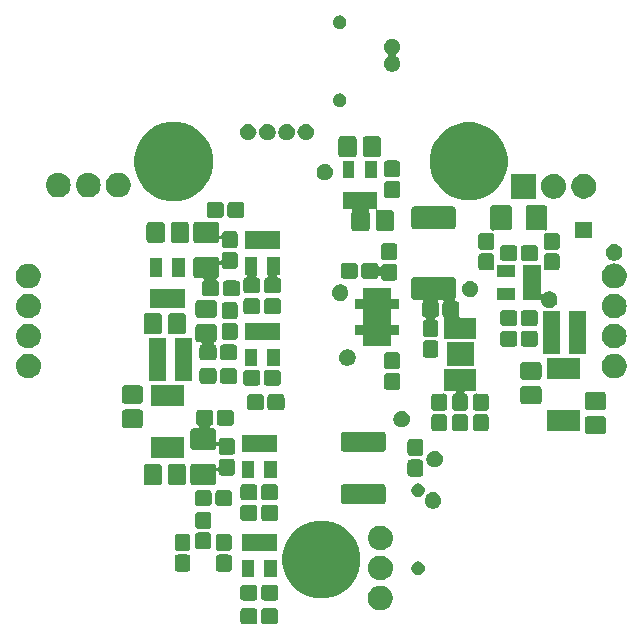
<source format=gts>
G04 #@! TF.GenerationSoftware,KiCad,Pcbnew,(5.0.0)*
G04 #@! TF.CreationDate,2019-01-09T16:39:41-03:00*
G04 #@! TF.ProjectId,PCB_B,5043425F422E6B696361645F70636200,rev?*
G04 #@! TF.SameCoordinates,Original*
G04 #@! TF.FileFunction,Soldermask,Top*
G04 #@! TF.FilePolarity,Negative*
%FSLAX46Y46*%
G04 Gerber Fmt 4.6, Leading zero omitted, Abs format (unit mm)*
G04 Created by KiCad (PCBNEW (5.0.0)) date 01/09/19 16:39:41*
%MOMM*%
%LPD*%
G01*
G04 APERTURE LIST*
%ADD10C,0.100000*%
G04 APERTURE END LIST*
D10*
G36*
X-3871470Y-24330877D02*
X-3819990Y-24346493D01*
X-3772558Y-24371846D01*
X-3730973Y-24405973D01*
X-3696846Y-24447558D01*
X-3671493Y-24494990D01*
X-3655877Y-24546470D01*
X-3650000Y-24606140D01*
X-3650000Y-25393860D01*
X-3655877Y-25453530D01*
X-3671493Y-25505010D01*
X-3696846Y-25552442D01*
X-3730973Y-25594027D01*
X-3772558Y-25628154D01*
X-3819990Y-25653507D01*
X-3871470Y-25669123D01*
X-3931140Y-25675000D01*
X-4818860Y-25675000D01*
X-4878530Y-25669123D01*
X-4930010Y-25653507D01*
X-4977442Y-25628154D01*
X-5019027Y-25594027D01*
X-5053154Y-25552442D01*
X-5078507Y-25505010D01*
X-5094123Y-25453530D01*
X-5100000Y-25393860D01*
X-5100000Y-24606140D01*
X-5094123Y-24546470D01*
X-5078507Y-24494990D01*
X-5053154Y-24447558D01*
X-5019027Y-24405973D01*
X-4977442Y-24371846D01*
X-4930010Y-24346493D01*
X-4878530Y-24330877D01*
X-4818860Y-24325000D01*
X-3931140Y-24325000D01*
X-3871470Y-24330877D01*
X-3871470Y-24330877D01*
G37*
G36*
X-5621470Y-24330877D02*
X-5569990Y-24346493D01*
X-5522558Y-24371846D01*
X-5480973Y-24405973D01*
X-5446846Y-24447558D01*
X-5421493Y-24494990D01*
X-5405877Y-24546470D01*
X-5400000Y-24606140D01*
X-5400000Y-25393860D01*
X-5405877Y-25453530D01*
X-5421493Y-25505010D01*
X-5446846Y-25552442D01*
X-5480973Y-25594027D01*
X-5522558Y-25628154D01*
X-5569990Y-25653507D01*
X-5621470Y-25669123D01*
X-5681140Y-25675000D01*
X-6568860Y-25675000D01*
X-6628530Y-25669123D01*
X-6680010Y-25653507D01*
X-6727442Y-25628154D01*
X-6769027Y-25594027D01*
X-6803154Y-25552442D01*
X-6828507Y-25505010D01*
X-6844123Y-25453530D01*
X-6850000Y-25393860D01*
X-6850000Y-24606140D01*
X-6844123Y-24546470D01*
X-6828507Y-24494990D01*
X-6803154Y-24447558D01*
X-6769027Y-24405973D01*
X-6727442Y-24371846D01*
X-6680010Y-24346493D01*
X-6628530Y-24330877D01*
X-6568860Y-24325000D01*
X-5681140Y-24325000D01*
X-5621470Y-24330877D01*
X-5621470Y-24330877D01*
G37*
G36*
X5110870Y-22405973D02*
X5303115Y-22444212D01*
X5494203Y-22523364D01*
X5666177Y-22638273D01*
X5812430Y-22784526D01*
X5927339Y-22956500D01*
X6006491Y-23147588D01*
X6046841Y-23350446D01*
X6046841Y-23557278D01*
X6006491Y-23760136D01*
X5927339Y-23951224D01*
X5812430Y-24123198D01*
X5666177Y-24269451D01*
X5494203Y-24384360D01*
X5303115Y-24463512D01*
X5122729Y-24499392D01*
X5100258Y-24503862D01*
X4893424Y-24503862D01*
X4870953Y-24499392D01*
X4690567Y-24463512D01*
X4499479Y-24384360D01*
X4327505Y-24269451D01*
X4181252Y-24123198D01*
X4066343Y-23951224D01*
X3987191Y-23760136D01*
X3946841Y-23557278D01*
X3946841Y-23350446D01*
X3987191Y-23147588D01*
X4066343Y-22956500D01*
X4181252Y-22784526D01*
X4327505Y-22638273D01*
X4499479Y-22523364D01*
X4690567Y-22444212D01*
X4882812Y-22405973D01*
X4893424Y-22403862D01*
X5100258Y-22403862D01*
X5110870Y-22405973D01*
X5110870Y-22405973D01*
G37*
G36*
X-5621470Y-22330877D02*
X-5569990Y-22346493D01*
X-5522558Y-22371846D01*
X-5480973Y-22405973D01*
X-5446846Y-22447558D01*
X-5421493Y-22494990D01*
X-5405877Y-22546470D01*
X-5400000Y-22606140D01*
X-5400000Y-23393860D01*
X-5405877Y-23453530D01*
X-5421493Y-23505010D01*
X-5446846Y-23552442D01*
X-5480973Y-23594027D01*
X-5522558Y-23628154D01*
X-5569990Y-23653507D01*
X-5621470Y-23669123D01*
X-5681140Y-23675000D01*
X-6568860Y-23675000D01*
X-6628530Y-23669123D01*
X-6680010Y-23653507D01*
X-6727442Y-23628154D01*
X-6769027Y-23594027D01*
X-6803154Y-23552442D01*
X-6828507Y-23505010D01*
X-6844123Y-23453530D01*
X-6850000Y-23393860D01*
X-6850000Y-22606140D01*
X-6844123Y-22546470D01*
X-6828507Y-22494990D01*
X-6803154Y-22447558D01*
X-6769027Y-22405973D01*
X-6727442Y-22371846D01*
X-6680010Y-22346493D01*
X-6628530Y-22330877D01*
X-6568860Y-22325000D01*
X-5681140Y-22325000D01*
X-5621470Y-22330877D01*
X-5621470Y-22330877D01*
G37*
G36*
X-3871470Y-22330877D02*
X-3819990Y-22346493D01*
X-3772558Y-22371846D01*
X-3730973Y-22405973D01*
X-3696846Y-22447558D01*
X-3671493Y-22494990D01*
X-3655877Y-22546470D01*
X-3650000Y-22606140D01*
X-3650000Y-23393860D01*
X-3655877Y-23453530D01*
X-3671493Y-23505010D01*
X-3696846Y-23552442D01*
X-3730973Y-23594027D01*
X-3772558Y-23628154D01*
X-3819990Y-23653507D01*
X-3871470Y-23669123D01*
X-3931140Y-23675000D01*
X-4818860Y-23675000D01*
X-4878530Y-23669123D01*
X-4930010Y-23653507D01*
X-4977442Y-23628154D01*
X-5019027Y-23594027D01*
X-5053154Y-23552442D01*
X-5078507Y-23505010D01*
X-5094123Y-23453530D01*
X-5100000Y-23393860D01*
X-5100000Y-22606140D01*
X-5094123Y-22546470D01*
X-5078507Y-22494990D01*
X-5053154Y-22447558D01*
X-5019027Y-22405973D01*
X-4977442Y-22371846D01*
X-4930010Y-22346493D01*
X-4878530Y-22330877D01*
X-4818860Y-22325000D01*
X-3931140Y-22325000D01*
X-3871470Y-22330877D01*
X-3871470Y-22330877D01*
G37*
G36*
X962574Y-17026817D02*
X1563135Y-17275577D01*
X2103630Y-17636725D01*
X2563275Y-18096370D01*
X2924423Y-18636865D01*
X3173183Y-19237426D01*
X3300000Y-19874977D01*
X3300000Y-20525023D01*
X3173183Y-21162574D01*
X2924423Y-21763135D01*
X2563275Y-22303630D01*
X2103630Y-22763275D01*
X1563135Y-23124423D01*
X962574Y-23373183D01*
X325023Y-23500000D01*
X-325023Y-23500000D01*
X-962574Y-23373183D01*
X-1563135Y-23124423D01*
X-2103630Y-22763275D01*
X-2563275Y-22303630D01*
X-2924423Y-21763135D01*
X-3173183Y-21162574D01*
X-3300000Y-20525023D01*
X-3300000Y-19874977D01*
X-3173183Y-19237426D01*
X-2924423Y-18636865D01*
X-2563275Y-18096370D01*
X-2103630Y-17636725D01*
X-1563135Y-17275577D01*
X-962574Y-17026817D01*
X-325023Y-16900000D01*
X325023Y-16900000D01*
X962574Y-17026817D01*
X962574Y-17026817D01*
G37*
G36*
X5125548Y-19871458D02*
X5202677Y-19879055D01*
X5334628Y-19919082D01*
X5400604Y-19939095D01*
X5583013Y-20036595D01*
X5742895Y-20167808D01*
X5874108Y-20327690D01*
X5971608Y-20510099D01*
X5971608Y-20510100D01*
X6031648Y-20708026D01*
X6051921Y-20913862D01*
X6031648Y-21119698D01*
X6007299Y-21199965D01*
X5971608Y-21317625D01*
X5874108Y-21500034D01*
X5742895Y-21659916D01*
X5583013Y-21791129D01*
X5400604Y-21888629D01*
X5334628Y-21908642D01*
X5202677Y-21948669D01*
X5125548Y-21956265D01*
X5048421Y-21963862D01*
X4945261Y-21963862D01*
X4868134Y-21956265D01*
X4791005Y-21948669D01*
X4659054Y-21908642D01*
X4593078Y-21888629D01*
X4410669Y-21791129D01*
X4250787Y-21659916D01*
X4119574Y-21500034D01*
X4022074Y-21317625D01*
X3986383Y-21199965D01*
X3962034Y-21119698D01*
X3941761Y-20913862D01*
X3962034Y-20708026D01*
X4022074Y-20510100D01*
X4022074Y-20510099D01*
X4119574Y-20327690D01*
X4250787Y-20167808D01*
X4410669Y-20036595D01*
X4593078Y-19939095D01*
X4659054Y-19919082D01*
X4791005Y-19879055D01*
X4868134Y-19871458D01*
X4945261Y-19863862D01*
X5048421Y-19863862D01*
X5125548Y-19871458D01*
X5125548Y-19871458D01*
G37*
G36*
X-3775000Y-21680000D02*
X-4825000Y-21680000D01*
X-4825000Y-20220000D01*
X-3775000Y-20220000D01*
X-3775000Y-21680000D01*
X-3775000Y-21680000D01*
G37*
G36*
X-5675000Y-21680000D02*
X-6725000Y-21680000D01*
X-6725000Y-20220000D01*
X-5675000Y-20220000D01*
X-5675000Y-21680000D01*
X-5675000Y-21680000D01*
G37*
G36*
X8367721Y-20374697D02*
X8472364Y-20418041D01*
X8566544Y-20480970D01*
X8646630Y-20561056D01*
X8709559Y-20655236D01*
X8731425Y-20708026D01*
X8752903Y-20759879D01*
X8775000Y-20870967D01*
X8775000Y-20984233D01*
X8760921Y-21055010D01*
X8752903Y-21095321D01*
X8709559Y-21199964D01*
X8646630Y-21294144D01*
X8566544Y-21374230D01*
X8472364Y-21437159D01*
X8367721Y-21480503D01*
X8256633Y-21502600D01*
X8143367Y-21502600D01*
X8032279Y-21480503D01*
X7927636Y-21437159D01*
X7833456Y-21374230D01*
X7753370Y-21294144D01*
X7690441Y-21199964D01*
X7647097Y-21095321D01*
X7639079Y-21055010D01*
X7625000Y-20984233D01*
X7625000Y-20870967D01*
X7647097Y-20759879D01*
X7668575Y-20708026D01*
X7690441Y-20655236D01*
X7753370Y-20561056D01*
X7833456Y-20480970D01*
X7927636Y-20418041D01*
X8032279Y-20374697D01*
X8143367Y-20352600D01*
X8256633Y-20352600D01*
X8367721Y-20374697D01*
X8367721Y-20374697D01*
G37*
G36*
X-7796470Y-19780877D02*
X-7744990Y-19796493D01*
X-7697558Y-19821846D01*
X-7655973Y-19855973D01*
X-7621846Y-19897558D01*
X-7596493Y-19944990D01*
X-7580877Y-19996470D01*
X-7575000Y-20056140D01*
X-7575000Y-20943860D01*
X-7580877Y-21003530D01*
X-7596493Y-21055010D01*
X-7621846Y-21102442D01*
X-7655973Y-21144027D01*
X-7697558Y-21178154D01*
X-7744990Y-21203507D01*
X-7796470Y-21219123D01*
X-7856140Y-21225000D01*
X-8643860Y-21225000D01*
X-8703530Y-21219123D01*
X-8755010Y-21203507D01*
X-8802442Y-21178154D01*
X-8844027Y-21144027D01*
X-8878154Y-21102442D01*
X-8903507Y-21055010D01*
X-8919123Y-21003530D01*
X-8925000Y-20943860D01*
X-8925000Y-20056140D01*
X-8919123Y-19996470D01*
X-8903507Y-19944990D01*
X-8878154Y-19897558D01*
X-8844027Y-19855973D01*
X-8802442Y-19821846D01*
X-8755010Y-19796493D01*
X-8703530Y-19780877D01*
X-8643860Y-19775000D01*
X-7856140Y-19775000D01*
X-7796470Y-19780877D01*
X-7796470Y-19780877D01*
G37*
G36*
X-11296470Y-19780877D02*
X-11244990Y-19796493D01*
X-11197558Y-19821846D01*
X-11155973Y-19855973D01*
X-11121846Y-19897558D01*
X-11096493Y-19944990D01*
X-11080877Y-19996470D01*
X-11075000Y-20056140D01*
X-11075000Y-20943860D01*
X-11080877Y-21003530D01*
X-11096493Y-21055010D01*
X-11121846Y-21102442D01*
X-11155973Y-21144027D01*
X-11197558Y-21178154D01*
X-11244990Y-21203507D01*
X-11296470Y-21219123D01*
X-11356140Y-21225000D01*
X-12143860Y-21225000D01*
X-12203530Y-21219123D01*
X-12255010Y-21203507D01*
X-12302442Y-21178154D01*
X-12344027Y-21144027D01*
X-12378154Y-21102442D01*
X-12403507Y-21055010D01*
X-12419123Y-21003530D01*
X-12425000Y-20943860D01*
X-12425000Y-20056140D01*
X-12419123Y-19996470D01*
X-12403507Y-19944990D01*
X-12378154Y-19897558D01*
X-12344027Y-19855973D01*
X-12302442Y-19821846D01*
X-12255010Y-19796493D01*
X-12203530Y-19780877D01*
X-12143860Y-19775000D01*
X-11356140Y-19775000D01*
X-11296470Y-19780877D01*
X-11296470Y-19780877D01*
G37*
G36*
X-3775000Y-19480000D02*
X-6725000Y-19480000D01*
X-6725000Y-18020000D01*
X-3775000Y-18020000D01*
X-3775000Y-19480000D01*
X-3775000Y-19480000D01*
G37*
G36*
X-11296470Y-18030877D02*
X-11244990Y-18046493D01*
X-11197558Y-18071846D01*
X-11155973Y-18105973D01*
X-11121846Y-18147558D01*
X-11096493Y-18194990D01*
X-11080877Y-18246470D01*
X-11075000Y-18306140D01*
X-11075000Y-19193860D01*
X-11080877Y-19253530D01*
X-11096493Y-19305010D01*
X-11121846Y-19352442D01*
X-11155973Y-19394027D01*
X-11197558Y-19428154D01*
X-11244990Y-19453507D01*
X-11296470Y-19469123D01*
X-11356140Y-19475000D01*
X-12143860Y-19475000D01*
X-12203530Y-19469123D01*
X-12255010Y-19453507D01*
X-12302442Y-19428154D01*
X-12344027Y-19394027D01*
X-12378154Y-19352442D01*
X-12403507Y-19305010D01*
X-12419123Y-19253530D01*
X-12425000Y-19193860D01*
X-12425000Y-18306140D01*
X-12419123Y-18246470D01*
X-12403507Y-18194990D01*
X-12378154Y-18147558D01*
X-12344027Y-18105973D01*
X-12302442Y-18071846D01*
X-12255010Y-18046493D01*
X-12203530Y-18030877D01*
X-12143860Y-18025000D01*
X-11356140Y-18025000D01*
X-11296470Y-18030877D01*
X-11296470Y-18030877D01*
G37*
G36*
X-7796470Y-18030877D02*
X-7744990Y-18046493D01*
X-7697558Y-18071846D01*
X-7655973Y-18105973D01*
X-7621846Y-18147558D01*
X-7596493Y-18194990D01*
X-7580877Y-18246470D01*
X-7575000Y-18306140D01*
X-7575000Y-19193860D01*
X-7580877Y-19253530D01*
X-7596493Y-19305010D01*
X-7621846Y-19352442D01*
X-7655973Y-19394027D01*
X-7697558Y-19428154D01*
X-7744990Y-19453507D01*
X-7796470Y-19469123D01*
X-7856140Y-19475000D01*
X-8643860Y-19475000D01*
X-8703530Y-19469123D01*
X-8755010Y-19453507D01*
X-8802442Y-19428154D01*
X-8844027Y-19394027D01*
X-8878154Y-19352442D01*
X-8903507Y-19305010D01*
X-8919123Y-19253530D01*
X-8925000Y-19193860D01*
X-8925000Y-18306140D01*
X-8919123Y-18246470D01*
X-8903507Y-18194990D01*
X-8878154Y-18147558D01*
X-8844027Y-18105973D01*
X-8802442Y-18071846D01*
X-8755010Y-18046493D01*
X-8703530Y-18030877D01*
X-8643860Y-18025000D01*
X-7856140Y-18025000D01*
X-7796470Y-18030877D01*
X-7796470Y-18030877D01*
G37*
G36*
X5093916Y-17328343D02*
X5202677Y-17339055D01*
X5332809Y-17378530D01*
X5400604Y-17399095D01*
X5583013Y-17496595D01*
X5742895Y-17627808D01*
X5874108Y-17787690D01*
X5971608Y-17970099D01*
X5986745Y-18020000D01*
X6031648Y-18168026D01*
X6051921Y-18373862D01*
X6031648Y-18579698D01*
X5991621Y-18711649D01*
X5971608Y-18777625D01*
X5874108Y-18960034D01*
X5742895Y-19119916D01*
X5583013Y-19251129D01*
X5400604Y-19348629D01*
X5334628Y-19368642D01*
X5202677Y-19408669D01*
X5125548Y-19416266D01*
X5048421Y-19423862D01*
X4945261Y-19423862D01*
X4868134Y-19416266D01*
X4791005Y-19408669D01*
X4659054Y-19368642D01*
X4593078Y-19348629D01*
X4410669Y-19251129D01*
X4250787Y-19119916D01*
X4119574Y-18960034D01*
X4022074Y-18777625D01*
X4002061Y-18711649D01*
X3962034Y-18579698D01*
X3941761Y-18373862D01*
X3962034Y-18168026D01*
X4006937Y-18020000D01*
X4022074Y-17970099D01*
X4119574Y-17787690D01*
X4250787Y-17627808D01*
X4410669Y-17496595D01*
X4593078Y-17399095D01*
X4660873Y-17378530D01*
X4791005Y-17339055D01*
X4899766Y-17328343D01*
X4945261Y-17323862D01*
X5048421Y-17323862D01*
X5093916Y-17328343D01*
X5093916Y-17328343D01*
G37*
G36*
X-9546470Y-17905877D02*
X-9494990Y-17921493D01*
X-9447558Y-17946846D01*
X-9405973Y-17980973D01*
X-9371846Y-18022558D01*
X-9346493Y-18069990D01*
X-9330877Y-18121470D01*
X-9325000Y-18181140D01*
X-9325000Y-19068860D01*
X-9330877Y-19128530D01*
X-9346493Y-19180010D01*
X-9371846Y-19227442D01*
X-9405973Y-19269027D01*
X-9447558Y-19303154D01*
X-9494990Y-19328507D01*
X-9546470Y-19344123D01*
X-9606140Y-19350000D01*
X-10393860Y-19350000D01*
X-10453530Y-19344123D01*
X-10505010Y-19328507D01*
X-10552442Y-19303154D01*
X-10594027Y-19269027D01*
X-10628154Y-19227442D01*
X-10653507Y-19180010D01*
X-10669123Y-19128530D01*
X-10675000Y-19068860D01*
X-10675000Y-18181140D01*
X-10669123Y-18121470D01*
X-10653507Y-18069990D01*
X-10628154Y-18022558D01*
X-10594027Y-17980973D01*
X-10552442Y-17946846D01*
X-10505010Y-17921493D01*
X-10453530Y-17905877D01*
X-10393860Y-17900000D01*
X-9606140Y-17900000D01*
X-9546470Y-17905877D01*
X-9546470Y-17905877D01*
G37*
G36*
X-9546470Y-16155877D02*
X-9494990Y-16171493D01*
X-9447558Y-16196846D01*
X-9405973Y-16230973D01*
X-9371846Y-16272558D01*
X-9346493Y-16319990D01*
X-9330877Y-16371470D01*
X-9325000Y-16431140D01*
X-9325000Y-17318860D01*
X-9330877Y-17378530D01*
X-9346493Y-17430010D01*
X-9371846Y-17477442D01*
X-9405973Y-17519027D01*
X-9447558Y-17553154D01*
X-9494990Y-17578507D01*
X-9546470Y-17594123D01*
X-9606140Y-17600000D01*
X-10393860Y-17600000D01*
X-10453530Y-17594123D01*
X-10505010Y-17578507D01*
X-10552442Y-17553154D01*
X-10594027Y-17519027D01*
X-10628154Y-17477442D01*
X-10653507Y-17430010D01*
X-10669123Y-17378530D01*
X-10675000Y-17318860D01*
X-10675000Y-16431140D01*
X-10669123Y-16371470D01*
X-10653507Y-16319990D01*
X-10628154Y-16272558D01*
X-10594027Y-16230973D01*
X-10552442Y-16196846D01*
X-10505010Y-16171493D01*
X-10453530Y-16155877D01*
X-10393860Y-16150000D01*
X-9606140Y-16150000D01*
X-9546470Y-16155877D01*
X-9546470Y-16155877D01*
G37*
G36*
X-3871470Y-15580877D02*
X-3819990Y-15596493D01*
X-3772558Y-15621846D01*
X-3730973Y-15655973D01*
X-3696846Y-15697558D01*
X-3671493Y-15744990D01*
X-3655877Y-15796470D01*
X-3650000Y-15856140D01*
X-3650000Y-16643860D01*
X-3655877Y-16703530D01*
X-3671493Y-16755010D01*
X-3696846Y-16802442D01*
X-3730973Y-16844027D01*
X-3772558Y-16878154D01*
X-3819990Y-16903507D01*
X-3871470Y-16919123D01*
X-3931140Y-16925000D01*
X-4818860Y-16925000D01*
X-4878530Y-16919123D01*
X-4930010Y-16903507D01*
X-4977442Y-16878154D01*
X-5019027Y-16844027D01*
X-5053154Y-16802442D01*
X-5078507Y-16755010D01*
X-5094123Y-16703530D01*
X-5100000Y-16643860D01*
X-5100000Y-15856140D01*
X-5094123Y-15796470D01*
X-5078507Y-15744990D01*
X-5053154Y-15697558D01*
X-5019027Y-15655973D01*
X-4977442Y-15621846D01*
X-4930010Y-15596493D01*
X-4878530Y-15580877D01*
X-4818860Y-15575000D01*
X-3931140Y-15575000D01*
X-3871470Y-15580877D01*
X-3871470Y-15580877D01*
G37*
G36*
X-5621470Y-15580877D02*
X-5569990Y-15596493D01*
X-5522558Y-15621846D01*
X-5480973Y-15655973D01*
X-5446846Y-15697558D01*
X-5421493Y-15744990D01*
X-5405877Y-15796470D01*
X-5400000Y-15856140D01*
X-5400000Y-16643860D01*
X-5405877Y-16703530D01*
X-5421493Y-16755010D01*
X-5446846Y-16802442D01*
X-5480973Y-16844027D01*
X-5522558Y-16878154D01*
X-5569990Y-16903507D01*
X-5621470Y-16919123D01*
X-5681140Y-16925000D01*
X-6568860Y-16925000D01*
X-6628530Y-16919123D01*
X-6680010Y-16903507D01*
X-6727442Y-16878154D01*
X-6769027Y-16844027D01*
X-6803154Y-16802442D01*
X-6828507Y-16755010D01*
X-6844123Y-16703530D01*
X-6850000Y-16643860D01*
X-6850000Y-15856140D01*
X-6844123Y-15796470D01*
X-6828507Y-15744990D01*
X-6803154Y-15697558D01*
X-6769027Y-15655973D01*
X-6727442Y-15621846D01*
X-6680010Y-15596493D01*
X-6628530Y-15580877D01*
X-6568860Y-15575000D01*
X-5681140Y-15575000D01*
X-5621470Y-15580877D01*
X-5621470Y-15580877D01*
G37*
G36*
X9652983Y-14526900D02*
X9780374Y-14579668D01*
X9895024Y-14656274D01*
X9992526Y-14753776D01*
X10048240Y-14837159D01*
X10069132Y-14868426D01*
X10121900Y-14995817D01*
X10148800Y-15131055D01*
X10148800Y-15268945D01*
X10121900Y-15404183D01*
X10073512Y-15521000D01*
X10069132Y-15531574D01*
X10008815Y-15621846D01*
X9992525Y-15646225D01*
X9895025Y-15743725D01*
X9780374Y-15820332D01*
X9652983Y-15873100D01*
X9517745Y-15900000D01*
X9379855Y-15900000D01*
X9244617Y-15873100D01*
X9117226Y-15820332D01*
X9002575Y-15743725D01*
X8905075Y-15646225D01*
X8888786Y-15621846D01*
X8828468Y-15531574D01*
X8824088Y-15521000D01*
X8775700Y-15404183D01*
X8748800Y-15268945D01*
X8748800Y-15131055D01*
X8775700Y-14995817D01*
X8828467Y-14868427D01*
X8840476Y-14850454D01*
X8852027Y-14828843D01*
X8859140Y-14805394D01*
X8861356Y-14782896D01*
X8862997Y-14782398D01*
X8884608Y-14770846D01*
X8903549Y-14755301D01*
X9002575Y-14656275D01*
X9117226Y-14579668D01*
X9244617Y-14526900D01*
X9379855Y-14500000D01*
X9517745Y-14500000D01*
X9652983Y-14526900D01*
X9652983Y-14526900D01*
G37*
G36*
X-9496470Y-14330877D02*
X-9444990Y-14346493D01*
X-9397558Y-14371846D01*
X-9355973Y-14405973D01*
X-9321846Y-14447558D01*
X-9296493Y-14494990D01*
X-9280877Y-14546470D01*
X-9275000Y-14606140D01*
X-9275000Y-15393860D01*
X-9280877Y-15453530D01*
X-9296493Y-15505010D01*
X-9321846Y-15552442D01*
X-9355973Y-15594027D01*
X-9397558Y-15628154D01*
X-9444990Y-15653507D01*
X-9496470Y-15669123D01*
X-9556140Y-15675000D01*
X-10443860Y-15675000D01*
X-10503530Y-15669123D01*
X-10555010Y-15653507D01*
X-10602442Y-15628154D01*
X-10644027Y-15594027D01*
X-10678154Y-15552442D01*
X-10703507Y-15505010D01*
X-10719123Y-15453530D01*
X-10725000Y-15393860D01*
X-10725000Y-14606140D01*
X-10719123Y-14546470D01*
X-10703507Y-14494990D01*
X-10678154Y-14447558D01*
X-10644027Y-14405973D01*
X-10602442Y-14371846D01*
X-10555010Y-14346493D01*
X-10503530Y-14330877D01*
X-10443860Y-14325000D01*
X-9556140Y-14325000D01*
X-9496470Y-14330877D01*
X-9496470Y-14330877D01*
G37*
G36*
X-7746470Y-14330877D02*
X-7694990Y-14346493D01*
X-7647558Y-14371846D01*
X-7605973Y-14405973D01*
X-7571846Y-14447558D01*
X-7546493Y-14494990D01*
X-7530877Y-14546470D01*
X-7525000Y-14606140D01*
X-7525000Y-15393860D01*
X-7530877Y-15453530D01*
X-7546493Y-15505010D01*
X-7571846Y-15552442D01*
X-7605973Y-15594027D01*
X-7647558Y-15628154D01*
X-7694990Y-15653507D01*
X-7746470Y-15669123D01*
X-7806140Y-15675000D01*
X-8693860Y-15675000D01*
X-8753530Y-15669123D01*
X-8805010Y-15653507D01*
X-8852442Y-15628154D01*
X-8894027Y-15594027D01*
X-8928154Y-15552442D01*
X-8953507Y-15505010D01*
X-8969123Y-15453530D01*
X-8975000Y-15393860D01*
X-8975000Y-14606140D01*
X-8969123Y-14546470D01*
X-8953507Y-14494990D01*
X-8928154Y-14447558D01*
X-8894027Y-14405973D01*
X-8852442Y-14371846D01*
X-8805010Y-14346493D01*
X-8753530Y-14330877D01*
X-8693860Y-14325000D01*
X-7806140Y-14325000D01*
X-7746470Y-14330877D01*
X-7746470Y-14330877D01*
G37*
G36*
X5254653Y-13826397D02*
X5301440Y-13840589D01*
X5344558Y-13863637D01*
X5382349Y-13894651D01*
X5413363Y-13932442D01*
X5436411Y-13975560D01*
X5450603Y-14022347D01*
X5456000Y-14077141D01*
X5456000Y-15264859D01*
X5450603Y-15319653D01*
X5436411Y-15366440D01*
X5413363Y-15409558D01*
X5382349Y-15447349D01*
X5344558Y-15478363D01*
X5301440Y-15501411D01*
X5254653Y-15515603D01*
X5199859Y-15521000D01*
X1912141Y-15521000D01*
X1857347Y-15515603D01*
X1810560Y-15501411D01*
X1767442Y-15478363D01*
X1729651Y-15447349D01*
X1698637Y-15409558D01*
X1675589Y-15366440D01*
X1661397Y-15319653D01*
X1656000Y-15264859D01*
X1656000Y-14077141D01*
X1661397Y-14022347D01*
X1675589Y-13975560D01*
X1698637Y-13932442D01*
X1729651Y-13894651D01*
X1767442Y-13863637D01*
X1810560Y-13840589D01*
X1857347Y-13826397D01*
X1912141Y-13821000D01*
X5199859Y-13821000D01*
X5254653Y-13826397D01*
X5254653Y-13826397D01*
G37*
G36*
X-5621470Y-13830877D02*
X-5569990Y-13846493D01*
X-5522558Y-13871846D01*
X-5480973Y-13905973D01*
X-5446846Y-13947558D01*
X-5421493Y-13994990D01*
X-5405877Y-14046470D01*
X-5400000Y-14106140D01*
X-5400000Y-14893860D01*
X-5405877Y-14953530D01*
X-5421493Y-15005010D01*
X-5446846Y-15052442D01*
X-5480973Y-15094027D01*
X-5522558Y-15128154D01*
X-5569990Y-15153507D01*
X-5621470Y-15169123D01*
X-5681140Y-15175000D01*
X-6568860Y-15175000D01*
X-6628530Y-15169123D01*
X-6680010Y-15153507D01*
X-6727442Y-15128154D01*
X-6769027Y-15094027D01*
X-6803154Y-15052442D01*
X-6828507Y-15005010D01*
X-6844123Y-14953530D01*
X-6850000Y-14893860D01*
X-6850000Y-14106140D01*
X-6844123Y-14046470D01*
X-6828507Y-13994990D01*
X-6803154Y-13947558D01*
X-6769027Y-13905973D01*
X-6727442Y-13871846D01*
X-6680010Y-13846493D01*
X-6628530Y-13830877D01*
X-6568860Y-13825000D01*
X-5681140Y-13825000D01*
X-5621470Y-13830877D01*
X-5621470Y-13830877D01*
G37*
G36*
X-3871470Y-13830877D02*
X-3819990Y-13846493D01*
X-3772558Y-13871846D01*
X-3730973Y-13905973D01*
X-3696846Y-13947558D01*
X-3671493Y-13994990D01*
X-3655877Y-14046470D01*
X-3650000Y-14106140D01*
X-3650000Y-14893860D01*
X-3655877Y-14953530D01*
X-3671493Y-15005010D01*
X-3696846Y-15052442D01*
X-3730973Y-15094027D01*
X-3772558Y-15128154D01*
X-3819990Y-15153507D01*
X-3871470Y-15169123D01*
X-3931140Y-15175000D01*
X-4818860Y-15175000D01*
X-4878530Y-15169123D01*
X-4930010Y-15153507D01*
X-4977442Y-15128154D01*
X-5019027Y-15094027D01*
X-5053154Y-15052442D01*
X-5078507Y-15005010D01*
X-5094123Y-14953530D01*
X-5100000Y-14893860D01*
X-5100000Y-14106140D01*
X-5094123Y-14046470D01*
X-5078507Y-13994990D01*
X-5053154Y-13947558D01*
X-5019027Y-13905973D01*
X-4977442Y-13871846D01*
X-4930010Y-13846493D01*
X-4878530Y-13830877D01*
X-4818860Y-13825000D01*
X-3931140Y-13825000D01*
X-3871470Y-13830877D01*
X-3871470Y-13830877D01*
G37*
G36*
X8282292Y-13757704D02*
X8367721Y-13774697D01*
X8472364Y-13818041D01*
X8566544Y-13880970D01*
X8646630Y-13961056D01*
X8709559Y-14055236D01*
X8726716Y-14096657D01*
X8752903Y-14159879D01*
X8775000Y-14270967D01*
X8775000Y-14384233D01*
X8752903Y-14495321D01*
X8739823Y-14526900D01*
X8708409Y-14602738D01*
X8699676Y-14619078D01*
X8692563Y-14642527D01*
X8690347Y-14665026D01*
X8688707Y-14665523D01*
X8667096Y-14677074D01*
X8648154Y-14692620D01*
X8566544Y-14774230D01*
X8472364Y-14837159D01*
X8396875Y-14868427D01*
X8367721Y-14880503D01*
X8256633Y-14902600D01*
X8143367Y-14902600D01*
X8032279Y-14880503D01*
X8003125Y-14868427D01*
X7927636Y-14837159D01*
X7833456Y-14774230D01*
X7753370Y-14694144D01*
X7690441Y-14599964D01*
X7647097Y-14495321D01*
X7632881Y-14423851D01*
X7625000Y-14384233D01*
X7625000Y-14270967D01*
X7647097Y-14159879D01*
X7673284Y-14096657D01*
X7690441Y-14055236D01*
X7753370Y-13961056D01*
X7833456Y-13880970D01*
X7927636Y-13818041D01*
X8032279Y-13774697D01*
X8117708Y-13757704D01*
X8143367Y-13752600D01*
X8256633Y-13752600D01*
X8282292Y-13757704D01*
X8282292Y-13757704D01*
G37*
G36*
X-11664470Y-12105710D02*
X-11614621Y-12120831D01*
X-11568689Y-12145382D01*
X-11528426Y-12178426D01*
X-11495382Y-12218689D01*
X-11470831Y-12264621D01*
X-11455710Y-12314470D01*
X-11450000Y-12372444D01*
X-11450000Y-13627556D01*
X-11455710Y-13685530D01*
X-11470831Y-13735379D01*
X-11495382Y-13781311D01*
X-11528426Y-13821574D01*
X-11568689Y-13854618D01*
X-11614621Y-13879169D01*
X-11664470Y-13894290D01*
X-11722444Y-13900000D01*
X-12727556Y-13900000D01*
X-12785530Y-13894290D01*
X-12835379Y-13879169D01*
X-12881311Y-13854618D01*
X-12921574Y-13821574D01*
X-12954618Y-13781311D01*
X-12979169Y-13735379D01*
X-12994290Y-13685530D01*
X-13000000Y-13627556D01*
X-13000000Y-12372444D01*
X-12994290Y-12314470D01*
X-12979169Y-12264621D01*
X-12954618Y-12218689D01*
X-12921574Y-12178426D01*
X-12881311Y-12145382D01*
X-12835379Y-12120831D01*
X-12785530Y-12105710D01*
X-12727556Y-12100000D01*
X-11722444Y-12100000D01*
X-11664470Y-12105710D01*
X-11664470Y-12105710D01*
G37*
G36*
X-13714470Y-12105710D02*
X-13664621Y-12120831D01*
X-13618689Y-12145382D01*
X-13578426Y-12178426D01*
X-13545382Y-12218689D01*
X-13520831Y-12264621D01*
X-13505710Y-12314470D01*
X-13500000Y-12372444D01*
X-13500000Y-13627556D01*
X-13505710Y-13685530D01*
X-13520831Y-13735379D01*
X-13545382Y-13781311D01*
X-13578426Y-13821574D01*
X-13618689Y-13854618D01*
X-13664621Y-13879169D01*
X-13714470Y-13894290D01*
X-13772444Y-13900000D01*
X-14777556Y-13900000D01*
X-14835530Y-13894290D01*
X-14885379Y-13879169D01*
X-14931311Y-13854618D01*
X-14971574Y-13821574D01*
X-15004618Y-13781311D01*
X-15029169Y-13735379D01*
X-15044290Y-13685530D01*
X-15050000Y-13627556D01*
X-15050000Y-12372444D01*
X-15044290Y-12314470D01*
X-15029169Y-12264621D01*
X-15004618Y-12218689D01*
X-14971574Y-12178426D01*
X-14931311Y-12145382D01*
X-14885379Y-12120831D01*
X-14835530Y-12105710D01*
X-14777556Y-12100000D01*
X-13772444Y-12100000D01*
X-13714470Y-12105710D01*
X-13714470Y-12105710D01*
G37*
G36*
X-7546470Y-11655877D02*
X-7494990Y-11671493D01*
X-7447558Y-11696846D01*
X-7405973Y-11730973D01*
X-7371846Y-11772558D01*
X-7346493Y-11819990D01*
X-7330877Y-11871470D01*
X-7325000Y-11931140D01*
X-7325000Y-12818860D01*
X-7330877Y-12878530D01*
X-7346493Y-12930010D01*
X-7371846Y-12977442D01*
X-7405973Y-13019027D01*
X-7447558Y-13053154D01*
X-7494990Y-13078507D01*
X-7546470Y-13094123D01*
X-7606140Y-13100000D01*
X-8393860Y-13100000D01*
X-8453530Y-13094123D01*
X-8505010Y-13078507D01*
X-8552442Y-13053154D01*
X-8594027Y-13019027D01*
X-8628154Y-12977442D01*
X-8653507Y-12930010D01*
X-8669123Y-12878530D01*
X-8675602Y-12812748D01*
X-8680383Y-12788714D01*
X-8689760Y-12766075D01*
X-8703374Y-12745701D01*
X-8720701Y-12728374D01*
X-8741076Y-12714760D01*
X-8763715Y-12705382D01*
X-8787748Y-12700602D01*
X-8812252Y-12700602D01*
X-8836286Y-12705383D01*
X-8858925Y-12714760D01*
X-8879299Y-12728374D01*
X-8896626Y-12745701D01*
X-8910240Y-12766076D01*
X-8919618Y-12788715D01*
X-8925000Y-12825000D01*
X-8925000Y-13654825D01*
X-8930186Y-13707482D01*
X-8943753Y-13752204D01*
X-8965790Y-13793433D01*
X-8995439Y-13829561D01*
X-9031567Y-13859210D01*
X-9072796Y-13881247D01*
X-9117518Y-13894814D01*
X-9170175Y-13900000D01*
X-10829825Y-13900000D01*
X-10882482Y-13894814D01*
X-10927204Y-13881247D01*
X-10968433Y-13859210D01*
X-11004561Y-13829561D01*
X-11034210Y-13793433D01*
X-11056247Y-13752204D01*
X-11069814Y-13707482D01*
X-11075000Y-13654825D01*
X-11075000Y-12320175D01*
X-11069814Y-12267518D01*
X-11056247Y-12222796D01*
X-11034210Y-12181567D01*
X-11004561Y-12145439D01*
X-10968433Y-12115790D01*
X-10927204Y-12093753D01*
X-10882482Y-12080186D01*
X-10829825Y-12075000D01*
X-9170175Y-12075000D01*
X-9117518Y-12080186D01*
X-9072796Y-12093753D01*
X-9031567Y-12115790D01*
X-8995439Y-12145439D01*
X-8965790Y-12181567D01*
X-8943753Y-12222796D01*
X-8930186Y-12267518D01*
X-8924398Y-12326287D01*
X-8919617Y-12350321D01*
X-8910240Y-12372960D01*
X-8896626Y-12393334D01*
X-8879299Y-12410661D01*
X-8858924Y-12424275D01*
X-8836285Y-12433653D01*
X-8812252Y-12438433D01*
X-8787748Y-12438433D01*
X-8763714Y-12433652D01*
X-8741075Y-12424275D01*
X-8720701Y-12410661D01*
X-8703374Y-12393334D01*
X-8689760Y-12372959D01*
X-8680382Y-12350320D01*
X-8675000Y-12314035D01*
X-8675000Y-11931140D01*
X-8669123Y-11871470D01*
X-8653507Y-11819990D01*
X-8628154Y-11772558D01*
X-8594027Y-11730973D01*
X-8552442Y-11696846D01*
X-8505010Y-11671493D01*
X-8453530Y-11655877D01*
X-8393860Y-11650000D01*
X-7606140Y-11650000D01*
X-7546470Y-11655877D01*
X-7546470Y-11655877D01*
G37*
G36*
X-3775000Y-13330000D02*
X-4825000Y-13330000D01*
X-4825000Y-11870000D01*
X-3775000Y-11870000D01*
X-3775000Y-13330000D01*
X-3775000Y-13330000D01*
G37*
G36*
X-5675000Y-13330000D02*
X-6725000Y-13330000D01*
X-6725000Y-11870000D01*
X-5675000Y-11870000D01*
X-5675000Y-13330000D01*
X-5675000Y-13330000D01*
G37*
G36*
X8429130Y-11738277D02*
X8480610Y-11753893D01*
X8528042Y-11779246D01*
X8569627Y-11813373D01*
X8603754Y-11854958D01*
X8629107Y-11902390D01*
X8644723Y-11953870D01*
X8650600Y-12013540D01*
X8650600Y-12901260D01*
X8644723Y-12960930D01*
X8629107Y-13012410D01*
X8603754Y-13059842D01*
X8569627Y-13101427D01*
X8528042Y-13135554D01*
X8480610Y-13160907D01*
X8429130Y-13176523D01*
X8369460Y-13182400D01*
X7581740Y-13182400D01*
X7522070Y-13176523D01*
X7470590Y-13160907D01*
X7423158Y-13135554D01*
X7381573Y-13101427D01*
X7347446Y-13059842D01*
X7322093Y-13012410D01*
X7306477Y-12960930D01*
X7300600Y-12901260D01*
X7300600Y-12013540D01*
X7306477Y-11953870D01*
X7322093Y-11902390D01*
X7347446Y-11854958D01*
X7381573Y-11813373D01*
X7423158Y-11779246D01*
X7470590Y-11753893D01*
X7522070Y-11738277D01*
X7581740Y-11732400D01*
X8369460Y-11732400D01*
X8429130Y-11738277D01*
X8429130Y-11738277D01*
G37*
G36*
X9804183Y-11026900D02*
X9928375Y-11078343D01*
X9931574Y-11079668D01*
X10038720Y-11151260D01*
X10046225Y-11156275D01*
X10143725Y-11253775D01*
X10220332Y-11368426D01*
X10273100Y-11495817D01*
X10300000Y-11631055D01*
X10300000Y-11768945D01*
X10273100Y-11904183D01*
X10238588Y-11987500D01*
X10220332Y-12031574D01*
X10143726Y-12146224D01*
X10046224Y-12243726D01*
X9950017Y-12308009D01*
X9931574Y-12320332D01*
X9804183Y-12373100D01*
X9668945Y-12400000D01*
X9531055Y-12400000D01*
X9395817Y-12373100D01*
X9268426Y-12320332D01*
X9249983Y-12308009D01*
X9153776Y-12243726D01*
X9056274Y-12146224D01*
X8979668Y-12031574D01*
X8961412Y-11987500D01*
X8926900Y-11904183D01*
X8900000Y-11768945D01*
X8900000Y-11631055D01*
X8926900Y-11495817D01*
X8979668Y-11368426D01*
X9056275Y-11253775D01*
X9153775Y-11156275D01*
X9161281Y-11151260D01*
X9268426Y-11079668D01*
X9271625Y-11078343D01*
X9395817Y-11026900D01*
X9531055Y-11000000D01*
X9668945Y-11000000D01*
X9804183Y-11026900D01*
X9804183Y-11026900D01*
G37*
G36*
X-11600000Y-11600000D02*
X-14400000Y-11600000D01*
X-14400000Y-9800000D01*
X-11600000Y-9800000D01*
X-11600000Y-11600000D01*
X-11600000Y-11600000D01*
G37*
G36*
X8429130Y-9988277D02*
X8480610Y-10003893D01*
X8528042Y-10029246D01*
X8569627Y-10063373D01*
X8603754Y-10104958D01*
X8629107Y-10152390D01*
X8644723Y-10203870D01*
X8650600Y-10263540D01*
X8650600Y-11151260D01*
X8644723Y-11210930D01*
X8629107Y-11262410D01*
X8603754Y-11309842D01*
X8569627Y-11351427D01*
X8528042Y-11385554D01*
X8480610Y-11410907D01*
X8429130Y-11426523D01*
X8369460Y-11432400D01*
X7581740Y-11432400D01*
X7522070Y-11426523D01*
X7470590Y-11410907D01*
X7423158Y-11385554D01*
X7381573Y-11351427D01*
X7347446Y-11309842D01*
X7322093Y-11262410D01*
X7306477Y-11210930D01*
X7300600Y-11151260D01*
X7300600Y-10263540D01*
X7306477Y-10203870D01*
X7322093Y-10152390D01*
X7347446Y-10104958D01*
X7381573Y-10063373D01*
X7423158Y-10029246D01*
X7470590Y-10003893D01*
X7522070Y-9988277D01*
X7581740Y-9982400D01*
X8369460Y-9982400D01*
X8429130Y-9988277D01*
X8429130Y-9988277D01*
G37*
G36*
X-9381470Y-7530877D02*
X-9329990Y-7546493D01*
X-9282558Y-7571846D01*
X-9240973Y-7605973D01*
X-9206846Y-7647558D01*
X-9181493Y-7694990D01*
X-9165877Y-7746470D01*
X-9160000Y-7806140D01*
X-9160000Y-8593860D01*
X-9165877Y-8653530D01*
X-9181493Y-8705010D01*
X-9206846Y-8752442D01*
X-9240973Y-8794027D01*
X-9282558Y-8828154D01*
X-9329990Y-8853507D01*
X-9336172Y-8855382D01*
X-9358811Y-8864760D01*
X-9379186Y-8878373D01*
X-9396513Y-8895700D01*
X-9410127Y-8916075D01*
X-9419504Y-8938714D01*
X-9424285Y-8962747D01*
X-9424285Y-8987251D01*
X-9419505Y-9011285D01*
X-9410127Y-9033924D01*
X-9396514Y-9054299D01*
X-9379187Y-9071626D01*
X-9358812Y-9085240D01*
X-9336173Y-9094617D01*
X-9312140Y-9099398D01*
X-9299887Y-9100000D01*
X-9170175Y-9100000D01*
X-9117518Y-9105186D01*
X-9072796Y-9118753D01*
X-9031567Y-9140790D01*
X-8995439Y-9170439D01*
X-8965790Y-9206567D01*
X-8943753Y-9247796D01*
X-8930186Y-9292518D01*
X-8925000Y-9345175D01*
X-8925000Y-10175000D01*
X-8922598Y-10199386D01*
X-8915485Y-10222835D01*
X-8903934Y-10244446D01*
X-8888388Y-10263388D01*
X-8869446Y-10278934D01*
X-8847835Y-10290485D01*
X-8824386Y-10297598D01*
X-8800000Y-10300000D01*
X-8775614Y-10297598D01*
X-8752165Y-10290485D01*
X-8730554Y-10278934D01*
X-8711612Y-10263388D01*
X-8696066Y-10244446D01*
X-8684515Y-10222835D01*
X-8675602Y-10187252D01*
X-8669123Y-10121470D01*
X-8653507Y-10069990D01*
X-8628154Y-10022558D01*
X-8594027Y-9980973D01*
X-8552442Y-9946846D01*
X-8505010Y-9921493D01*
X-8453530Y-9905877D01*
X-8393860Y-9900000D01*
X-7606140Y-9900000D01*
X-7546470Y-9905877D01*
X-7494990Y-9921493D01*
X-7447558Y-9946846D01*
X-7405973Y-9980973D01*
X-7371846Y-10022558D01*
X-7346493Y-10069990D01*
X-7330877Y-10121470D01*
X-7325000Y-10181140D01*
X-7325000Y-11068860D01*
X-7330877Y-11128530D01*
X-7346493Y-11180010D01*
X-7371846Y-11227442D01*
X-7405973Y-11269027D01*
X-7447558Y-11303154D01*
X-7494990Y-11328507D01*
X-7546470Y-11344123D01*
X-7606140Y-11350000D01*
X-8393860Y-11350000D01*
X-8453530Y-11344123D01*
X-8505010Y-11328507D01*
X-8552442Y-11303154D01*
X-8594027Y-11269027D01*
X-8628154Y-11227442D01*
X-8653507Y-11180010D01*
X-8669123Y-11128530D01*
X-8675000Y-11068860D01*
X-8675000Y-10685965D01*
X-8677402Y-10661579D01*
X-8684515Y-10638130D01*
X-8696066Y-10616519D01*
X-8711612Y-10597577D01*
X-8730554Y-10582031D01*
X-8752165Y-10570480D01*
X-8775614Y-10563367D01*
X-8800000Y-10560965D01*
X-8824386Y-10563367D01*
X-8847835Y-10570480D01*
X-8869446Y-10582031D01*
X-8888388Y-10597577D01*
X-8903934Y-10616519D01*
X-8915485Y-10638130D01*
X-8924398Y-10673713D01*
X-8930186Y-10732482D01*
X-8943753Y-10777204D01*
X-8965790Y-10818433D01*
X-8995439Y-10854561D01*
X-9031567Y-10884210D01*
X-9072796Y-10906247D01*
X-9117518Y-10919814D01*
X-9170175Y-10925000D01*
X-10829825Y-10925000D01*
X-10882482Y-10919814D01*
X-10927204Y-10906247D01*
X-10968433Y-10884210D01*
X-11004561Y-10854561D01*
X-11034210Y-10818433D01*
X-11056247Y-10777204D01*
X-11069814Y-10732482D01*
X-11075000Y-10679825D01*
X-11075000Y-9345175D01*
X-11069814Y-9292518D01*
X-11056247Y-9247796D01*
X-11034210Y-9206567D01*
X-11004561Y-9170439D01*
X-10968433Y-9140790D01*
X-10927204Y-9118753D01*
X-10882482Y-9105186D01*
X-10829825Y-9100000D01*
X-10470113Y-9100000D01*
X-10445727Y-9097598D01*
X-10422278Y-9090485D01*
X-10400667Y-9078934D01*
X-10381725Y-9063388D01*
X-10366179Y-9044446D01*
X-10354628Y-9022835D01*
X-10347515Y-8999386D01*
X-10345113Y-8975000D01*
X-10347515Y-8950614D01*
X-10354628Y-8927165D01*
X-10366179Y-8905554D01*
X-10381725Y-8886612D01*
X-10400667Y-8871066D01*
X-10422278Y-8859515D01*
X-10433828Y-8855382D01*
X-10440010Y-8853507D01*
X-10487442Y-8828154D01*
X-10529027Y-8794027D01*
X-10563154Y-8752442D01*
X-10588507Y-8705010D01*
X-10604123Y-8653530D01*
X-10610000Y-8593860D01*
X-10610000Y-7806140D01*
X-10604123Y-7746470D01*
X-10588507Y-7694990D01*
X-10563154Y-7647558D01*
X-10529027Y-7605973D01*
X-10487442Y-7571846D01*
X-10440010Y-7546493D01*
X-10388530Y-7530877D01*
X-10328860Y-7525000D01*
X-9441140Y-7525000D01*
X-9381470Y-7530877D01*
X-9381470Y-7530877D01*
G37*
G36*
X-3775000Y-11130000D02*
X-6725000Y-11130000D01*
X-6725000Y-9670000D01*
X-3775000Y-9670000D01*
X-3775000Y-11130000D01*
X-3775000Y-11130000D01*
G37*
G36*
X5254653Y-9376397D02*
X5301440Y-9390589D01*
X5344558Y-9413637D01*
X5382349Y-9444651D01*
X5413363Y-9482442D01*
X5436411Y-9525560D01*
X5450603Y-9572347D01*
X5456000Y-9627141D01*
X5456000Y-10814859D01*
X5450603Y-10869653D01*
X5436411Y-10916440D01*
X5413363Y-10959558D01*
X5382349Y-10997349D01*
X5344558Y-11028363D01*
X5301440Y-11051411D01*
X5254653Y-11065603D01*
X5199859Y-11071000D01*
X1912141Y-11071000D01*
X1857347Y-11065603D01*
X1810560Y-11051411D01*
X1767442Y-11028363D01*
X1729651Y-10997349D01*
X1698637Y-10959558D01*
X1675589Y-10916440D01*
X1661397Y-10869653D01*
X1656000Y-10814859D01*
X1656000Y-9627141D01*
X1661397Y-9572347D01*
X1675589Y-9525560D01*
X1698637Y-9482442D01*
X1729651Y-9444651D01*
X1767442Y-9413637D01*
X1810560Y-9390589D01*
X1857347Y-9376397D01*
X1912141Y-9371000D01*
X5199859Y-9371000D01*
X5254653Y-9376397D01*
X5254653Y-9376397D01*
G37*
G36*
X23885530Y-8055710D02*
X23935379Y-8070831D01*
X23981311Y-8095382D01*
X24021574Y-8128426D01*
X24054618Y-8168689D01*
X24079169Y-8214621D01*
X24094290Y-8264470D01*
X24100000Y-8322444D01*
X24100000Y-9327556D01*
X24094290Y-9385530D01*
X24079169Y-9435379D01*
X24054618Y-9481311D01*
X24021574Y-9521574D01*
X23981311Y-9554618D01*
X23935379Y-9579169D01*
X23885530Y-9594290D01*
X23827556Y-9600000D01*
X22572444Y-9600000D01*
X22514470Y-9594290D01*
X22464621Y-9579169D01*
X22418689Y-9554618D01*
X22378426Y-9521574D01*
X22345382Y-9481311D01*
X22320831Y-9435379D01*
X22305710Y-9385530D01*
X22300000Y-9327556D01*
X22300000Y-8322444D01*
X22305710Y-8264470D01*
X22320831Y-8214621D01*
X22345382Y-8168689D01*
X22378426Y-8128426D01*
X22418689Y-8095382D01*
X22464621Y-8070831D01*
X22514470Y-8055710D01*
X22572444Y-8050000D01*
X23827556Y-8050000D01*
X23885530Y-8055710D01*
X23885530Y-8055710D01*
G37*
G36*
X13953530Y-7905877D02*
X14005010Y-7921493D01*
X14052442Y-7946846D01*
X14094027Y-7980973D01*
X14128154Y-8022558D01*
X14153507Y-8069990D01*
X14169123Y-8121470D01*
X14175000Y-8181140D01*
X14175000Y-9068860D01*
X14169123Y-9128530D01*
X14153507Y-9180010D01*
X14128154Y-9227442D01*
X14094027Y-9269027D01*
X14052442Y-9303154D01*
X14005010Y-9328507D01*
X13953530Y-9344123D01*
X13893860Y-9350000D01*
X13106140Y-9350000D01*
X13046470Y-9344123D01*
X12994990Y-9328507D01*
X12947558Y-9303154D01*
X12905973Y-9269027D01*
X12871846Y-9227442D01*
X12846493Y-9180010D01*
X12830877Y-9128530D01*
X12825000Y-9068860D01*
X12825000Y-8181140D01*
X12830877Y-8121470D01*
X12846493Y-8069990D01*
X12871846Y-8022558D01*
X12905973Y-7980973D01*
X12947558Y-7946846D01*
X12994990Y-7921493D01*
X13046470Y-7905877D01*
X13106140Y-7900000D01*
X13893860Y-7900000D01*
X13953530Y-7905877D01*
X13953530Y-7905877D01*
G37*
G36*
X21900000Y-9350000D02*
X19100000Y-9350000D01*
X19100000Y-7550000D01*
X21900000Y-7550000D01*
X21900000Y-9350000D01*
X21900000Y-9350000D01*
G37*
G36*
X10453530Y-7905877D02*
X10505010Y-7921493D01*
X10552442Y-7946846D01*
X10594027Y-7980973D01*
X10628154Y-8022558D01*
X10653507Y-8069990D01*
X10669123Y-8121470D01*
X10675000Y-8181140D01*
X10675000Y-9068860D01*
X10669123Y-9128530D01*
X10653507Y-9180010D01*
X10628154Y-9227442D01*
X10594027Y-9269027D01*
X10552442Y-9303154D01*
X10505010Y-9328507D01*
X10453530Y-9344123D01*
X10393860Y-9350000D01*
X9606140Y-9350000D01*
X9546470Y-9344123D01*
X9494990Y-9328507D01*
X9447558Y-9303154D01*
X9405973Y-9269027D01*
X9371846Y-9227442D01*
X9346493Y-9180010D01*
X9330877Y-9128530D01*
X9325000Y-9068860D01*
X9325000Y-8181140D01*
X9330877Y-8121470D01*
X9346493Y-8069990D01*
X9371846Y-8022558D01*
X9405973Y-7980973D01*
X9447558Y-7946846D01*
X9494990Y-7921493D01*
X9546470Y-7905877D01*
X9606140Y-7900000D01*
X10393860Y-7900000D01*
X10453530Y-7905877D01*
X10453530Y-7905877D01*
G37*
G36*
X12203530Y-7905877D02*
X12255010Y-7921493D01*
X12302442Y-7946846D01*
X12344027Y-7980973D01*
X12378154Y-8022558D01*
X12403507Y-8069990D01*
X12419123Y-8121470D01*
X12425000Y-8181140D01*
X12425000Y-9068860D01*
X12419123Y-9128530D01*
X12403507Y-9180010D01*
X12378154Y-9227442D01*
X12344027Y-9269027D01*
X12302442Y-9303154D01*
X12255010Y-9328507D01*
X12203530Y-9344123D01*
X12143860Y-9350000D01*
X11356140Y-9350000D01*
X11296470Y-9344123D01*
X11244990Y-9328507D01*
X11197558Y-9303154D01*
X11155973Y-9269027D01*
X11121846Y-9227442D01*
X11096493Y-9180010D01*
X11080877Y-9128530D01*
X11075000Y-9068860D01*
X11075000Y-8181140D01*
X11080877Y-8121470D01*
X11096493Y-8069990D01*
X11121846Y-8022558D01*
X11155973Y-7980973D01*
X11197558Y-7946846D01*
X11244990Y-7921493D01*
X11296470Y-7905877D01*
X11356140Y-7900000D01*
X12143860Y-7900000D01*
X12203530Y-7905877D01*
X12203530Y-7905877D01*
G37*
G36*
X-15314470Y-7505710D02*
X-15264621Y-7520831D01*
X-15218689Y-7545382D01*
X-15178426Y-7578426D01*
X-15145382Y-7618689D01*
X-15120831Y-7664621D01*
X-15105710Y-7714470D01*
X-15100000Y-7772444D01*
X-15100000Y-8777556D01*
X-15105710Y-8835530D01*
X-15120831Y-8885379D01*
X-15145382Y-8931311D01*
X-15178426Y-8971574D01*
X-15218689Y-9004618D01*
X-15264621Y-9029169D01*
X-15314470Y-9044290D01*
X-15372444Y-9050000D01*
X-16627556Y-9050000D01*
X-16685530Y-9044290D01*
X-16735379Y-9029169D01*
X-16781311Y-9004618D01*
X-16821574Y-8971574D01*
X-16854618Y-8931311D01*
X-16879169Y-8885379D01*
X-16894290Y-8835530D01*
X-16900000Y-8777556D01*
X-16900000Y-7772444D01*
X-16894290Y-7714470D01*
X-16879169Y-7664621D01*
X-16854618Y-7618689D01*
X-16821574Y-7578426D01*
X-16781311Y-7545382D01*
X-16735379Y-7520831D01*
X-16685530Y-7505710D01*
X-16627556Y-7500000D01*
X-15372444Y-7500000D01*
X-15314470Y-7505710D01*
X-15314470Y-7505710D01*
G37*
G36*
X7004183Y-7626900D02*
X7131574Y-7679668D01*
X7246224Y-7756274D01*
X7343726Y-7853776D01*
X7378538Y-7905877D01*
X7420332Y-7968426D01*
X7473100Y-8095817D01*
X7500000Y-8231055D01*
X7500000Y-8368945D01*
X7473100Y-8504183D01*
X7435954Y-8593860D01*
X7420332Y-8631574D01*
X7343726Y-8746224D01*
X7246224Y-8843726D01*
X7153691Y-8905554D01*
X7131574Y-8920332D01*
X7004183Y-8973100D01*
X6868945Y-9000000D01*
X6731055Y-9000000D01*
X6595817Y-8973100D01*
X6468426Y-8920332D01*
X6446309Y-8905554D01*
X6353776Y-8843726D01*
X6256274Y-8746224D01*
X6179668Y-8631574D01*
X6164046Y-8593860D01*
X6126900Y-8504183D01*
X6100000Y-8368945D01*
X6100000Y-8231055D01*
X6126900Y-8095817D01*
X6179668Y-7968426D01*
X6221462Y-7905877D01*
X6256274Y-7853776D01*
X6353776Y-7756274D01*
X6468426Y-7679668D01*
X6595817Y-7626900D01*
X6731055Y-7600000D01*
X6868945Y-7600000D01*
X7004183Y-7626900D01*
X7004183Y-7626900D01*
G37*
G36*
X-7631470Y-7530877D02*
X-7579990Y-7546493D01*
X-7532558Y-7571846D01*
X-7490973Y-7605973D01*
X-7456846Y-7647558D01*
X-7431493Y-7694990D01*
X-7415877Y-7746470D01*
X-7410000Y-7806140D01*
X-7410000Y-8593860D01*
X-7415877Y-8653530D01*
X-7431493Y-8705010D01*
X-7456846Y-8752442D01*
X-7490973Y-8794027D01*
X-7532558Y-8828154D01*
X-7579990Y-8853507D01*
X-7631470Y-8869123D01*
X-7691140Y-8875000D01*
X-8578860Y-8875000D01*
X-8638530Y-8869123D01*
X-8690010Y-8853507D01*
X-8737442Y-8828154D01*
X-8779027Y-8794027D01*
X-8813154Y-8752442D01*
X-8838507Y-8705010D01*
X-8854123Y-8653530D01*
X-8860000Y-8593860D01*
X-8860000Y-7806140D01*
X-8854123Y-7746470D01*
X-8838507Y-7694990D01*
X-8813154Y-7647558D01*
X-8779027Y-7605973D01*
X-8737442Y-7571846D01*
X-8690010Y-7546493D01*
X-8638530Y-7530877D01*
X-8578860Y-7525000D01*
X-7691140Y-7525000D01*
X-7631470Y-7530877D01*
X-7631470Y-7530877D01*
G37*
G36*
X13080300Y-5929463D02*
X13073261Y-5924760D01*
X13050622Y-5915383D01*
X13026589Y-5910602D01*
X13014336Y-5910000D01*
X12235664Y-5910000D01*
X12211278Y-5912402D01*
X12187829Y-5919515D01*
X12166218Y-5931066D01*
X12147276Y-5946612D01*
X12131730Y-5965554D01*
X12120179Y-5987165D01*
X12113066Y-6010614D01*
X12110664Y-6035000D01*
X12113066Y-6059386D01*
X12120179Y-6082835D01*
X12131730Y-6104446D01*
X12147276Y-6123388D01*
X12166218Y-6138934D01*
X12187829Y-6150485D01*
X12199379Y-6154618D01*
X12255010Y-6171493D01*
X12302442Y-6196846D01*
X12344027Y-6230973D01*
X12378154Y-6272558D01*
X12403507Y-6319990D01*
X12419123Y-6371470D01*
X12425000Y-6431140D01*
X12425000Y-7318860D01*
X12419123Y-7378530D01*
X12403507Y-7430010D01*
X12378154Y-7477442D01*
X12344027Y-7519027D01*
X12302442Y-7553154D01*
X12255010Y-7578507D01*
X12203530Y-7594123D01*
X12143860Y-7600000D01*
X11356140Y-7600000D01*
X11296470Y-7594123D01*
X11244990Y-7578507D01*
X11197558Y-7553154D01*
X11155973Y-7519027D01*
X11121846Y-7477442D01*
X11096493Y-7430010D01*
X11080877Y-7378530D01*
X11075000Y-7318860D01*
X11075000Y-6431140D01*
X11080877Y-6371470D01*
X11096493Y-6319990D01*
X11121846Y-6272558D01*
X11155973Y-6230973D01*
X11197558Y-6196846D01*
X11244990Y-6171493D01*
X11300621Y-6154618D01*
X11323260Y-6145240D01*
X11343635Y-6131627D01*
X11360962Y-6114300D01*
X11374576Y-6093925D01*
X11383953Y-6071286D01*
X11388734Y-6047253D01*
X11388734Y-6022748D01*
X11383954Y-5998715D01*
X11374576Y-5976076D01*
X11360963Y-5955701D01*
X11343636Y-5938374D01*
X11323261Y-5924760D01*
X11300622Y-5915383D01*
X11276589Y-5910602D01*
X11264336Y-5910000D01*
X10485664Y-5910000D01*
X10461278Y-5912402D01*
X10437829Y-5919515D01*
X10419700Y-5929205D01*
X10419700Y-4087600D01*
X13080300Y-4087600D01*
X13080300Y-5929463D01*
X13080300Y-5929463D01*
G37*
G36*
X13116912Y-6113388D02*
X13135854Y-6128934D01*
X13157465Y-6140485D01*
X13180914Y-6147598D01*
X13205300Y-6150000D01*
X13893860Y-6150000D01*
X13953530Y-6155877D01*
X14005010Y-6171493D01*
X14052442Y-6196846D01*
X14094027Y-6230973D01*
X14128154Y-6272558D01*
X14153507Y-6319990D01*
X14169123Y-6371470D01*
X14175000Y-6431140D01*
X14175000Y-7318860D01*
X14169123Y-7378530D01*
X14153507Y-7430010D01*
X14128154Y-7477442D01*
X14094027Y-7519027D01*
X14052442Y-7553154D01*
X14005010Y-7578507D01*
X13953530Y-7594123D01*
X13893860Y-7600000D01*
X13106140Y-7600000D01*
X13046470Y-7594123D01*
X12994990Y-7578507D01*
X12947558Y-7553154D01*
X12905973Y-7519027D01*
X12871846Y-7477442D01*
X12846493Y-7430010D01*
X12830877Y-7378530D01*
X12825000Y-7318860D01*
X12825000Y-6431140D01*
X12830877Y-6371470D01*
X12846493Y-6319990D01*
X12871846Y-6272558D01*
X12905973Y-6230973D01*
X12947558Y-6196846D01*
X12994990Y-6171493D01*
X13050621Y-6154618D01*
X13073260Y-6145240D01*
X13093635Y-6131627D01*
X13110962Y-6114300D01*
X13113968Y-6109801D01*
X13116912Y-6113388D01*
X13116912Y-6113388D01*
G37*
G36*
X10397276Y-6123388D02*
X10416218Y-6138934D01*
X10437829Y-6150485D01*
X10449379Y-6154618D01*
X10505010Y-6171493D01*
X10552442Y-6196846D01*
X10594027Y-6230973D01*
X10628154Y-6272558D01*
X10653507Y-6319990D01*
X10669123Y-6371470D01*
X10675000Y-6431140D01*
X10675000Y-7318860D01*
X10669123Y-7378530D01*
X10653507Y-7430010D01*
X10628154Y-7477442D01*
X10594027Y-7519027D01*
X10552442Y-7553154D01*
X10505010Y-7578507D01*
X10453530Y-7594123D01*
X10393860Y-7600000D01*
X9606140Y-7600000D01*
X9546470Y-7594123D01*
X9494990Y-7578507D01*
X9447558Y-7553154D01*
X9405973Y-7519027D01*
X9371846Y-7477442D01*
X9346493Y-7430010D01*
X9330877Y-7378530D01*
X9325000Y-7318860D01*
X9325000Y-6431140D01*
X9330877Y-6371470D01*
X9346493Y-6319990D01*
X9371846Y-6272558D01*
X9405973Y-6230973D01*
X9447558Y-6196846D01*
X9494990Y-6171493D01*
X9546470Y-6155877D01*
X9606140Y-6150000D01*
X10294700Y-6150000D01*
X10319086Y-6147598D01*
X10342535Y-6140485D01*
X10364146Y-6128934D01*
X10383088Y-6113388D01*
X10386078Y-6109744D01*
X10397276Y-6123388D01*
X10397276Y-6123388D01*
G37*
G36*
X-3331470Y-6210877D02*
X-3279990Y-6226493D01*
X-3232558Y-6251846D01*
X-3190973Y-6285973D01*
X-3156846Y-6327558D01*
X-3131493Y-6374990D01*
X-3115877Y-6426470D01*
X-3110000Y-6486140D01*
X-3110000Y-7273860D01*
X-3115877Y-7333530D01*
X-3131493Y-7385010D01*
X-3156846Y-7432442D01*
X-3190973Y-7474027D01*
X-3232558Y-7508154D01*
X-3279990Y-7533507D01*
X-3331470Y-7549123D01*
X-3391140Y-7555000D01*
X-4278860Y-7555000D01*
X-4338530Y-7549123D01*
X-4390010Y-7533507D01*
X-4437442Y-7508154D01*
X-4479027Y-7474027D01*
X-4513154Y-7432442D01*
X-4538507Y-7385010D01*
X-4554123Y-7333530D01*
X-4560000Y-7273860D01*
X-4560000Y-6486140D01*
X-4554123Y-6426470D01*
X-4538507Y-6374990D01*
X-4513154Y-6327558D01*
X-4479027Y-6285973D01*
X-4437442Y-6251846D01*
X-4390010Y-6226493D01*
X-4338530Y-6210877D01*
X-4278860Y-6205000D01*
X-3391140Y-6205000D01*
X-3331470Y-6210877D01*
X-3331470Y-6210877D01*
G37*
G36*
X-5081470Y-6210877D02*
X-5029990Y-6226493D01*
X-4982558Y-6251846D01*
X-4940973Y-6285973D01*
X-4906846Y-6327558D01*
X-4881493Y-6374990D01*
X-4865877Y-6426470D01*
X-4860000Y-6486140D01*
X-4860000Y-7273860D01*
X-4865877Y-7333530D01*
X-4881493Y-7385010D01*
X-4906846Y-7432442D01*
X-4940973Y-7474027D01*
X-4982558Y-7508154D01*
X-5029990Y-7533507D01*
X-5081470Y-7549123D01*
X-5141140Y-7555000D01*
X-6028860Y-7555000D01*
X-6088530Y-7549123D01*
X-6140010Y-7533507D01*
X-6187442Y-7508154D01*
X-6229027Y-7474027D01*
X-6263154Y-7432442D01*
X-6288507Y-7385010D01*
X-6304123Y-7333530D01*
X-6310000Y-7273860D01*
X-6310000Y-6486140D01*
X-6304123Y-6426470D01*
X-6288507Y-6374990D01*
X-6263154Y-6327558D01*
X-6229027Y-6285973D01*
X-6187442Y-6251846D01*
X-6140010Y-6226493D01*
X-6088530Y-6210877D01*
X-6028860Y-6205000D01*
X-5141140Y-6205000D01*
X-5081470Y-6210877D01*
X-5081470Y-6210877D01*
G37*
G36*
X23885530Y-6005710D02*
X23935379Y-6020831D01*
X23981311Y-6045382D01*
X24021574Y-6078426D01*
X24054618Y-6118689D01*
X24079169Y-6164621D01*
X24094290Y-6214470D01*
X24100000Y-6272444D01*
X24100000Y-7277556D01*
X24094290Y-7335530D01*
X24079169Y-7385379D01*
X24054618Y-7431311D01*
X24021574Y-7471574D01*
X23981311Y-7504618D01*
X23935379Y-7529169D01*
X23885530Y-7544290D01*
X23827556Y-7550000D01*
X22572444Y-7550000D01*
X22514470Y-7544290D01*
X22464621Y-7529169D01*
X22418689Y-7504618D01*
X22378426Y-7471574D01*
X22345382Y-7431311D01*
X22320831Y-7385379D01*
X22305710Y-7335530D01*
X22300000Y-7277556D01*
X22300000Y-6272444D01*
X22305710Y-6214470D01*
X22320831Y-6164621D01*
X22345382Y-6118689D01*
X22378426Y-6078426D01*
X22418689Y-6045382D01*
X22464621Y-6020831D01*
X22514470Y-6005710D01*
X22572444Y-6000000D01*
X23827556Y-6000000D01*
X23885530Y-6005710D01*
X23885530Y-6005710D01*
G37*
G36*
X-11600000Y-7200000D02*
X-14400000Y-7200000D01*
X-14400000Y-5400000D01*
X-11600000Y-5400000D01*
X-11600000Y-7200000D01*
X-11600000Y-7200000D01*
G37*
G36*
X18435530Y-5505710D02*
X18485379Y-5520831D01*
X18531311Y-5545382D01*
X18571574Y-5578426D01*
X18604618Y-5618689D01*
X18629169Y-5664621D01*
X18644290Y-5714470D01*
X18650000Y-5772444D01*
X18650000Y-6777556D01*
X18644290Y-6835530D01*
X18629169Y-6885379D01*
X18604618Y-6931311D01*
X18571574Y-6971574D01*
X18531311Y-7004618D01*
X18485379Y-7029169D01*
X18435530Y-7044290D01*
X18377556Y-7050000D01*
X17122444Y-7050000D01*
X17064470Y-7044290D01*
X17014621Y-7029169D01*
X16968689Y-7004618D01*
X16928426Y-6971574D01*
X16895382Y-6931311D01*
X16870831Y-6885379D01*
X16855710Y-6835530D01*
X16850000Y-6777556D01*
X16850000Y-5772444D01*
X16855710Y-5714470D01*
X16870831Y-5664621D01*
X16895382Y-5618689D01*
X16928426Y-5578426D01*
X16968689Y-5545382D01*
X17014621Y-5520831D01*
X17064470Y-5505710D01*
X17122444Y-5500000D01*
X18377556Y-5500000D01*
X18435530Y-5505710D01*
X18435530Y-5505710D01*
G37*
G36*
X-15314470Y-5455710D02*
X-15264621Y-5470831D01*
X-15218689Y-5495382D01*
X-15178426Y-5528426D01*
X-15145382Y-5568689D01*
X-15120831Y-5614621D01*
X-15105710Y-5664470D01*
X-15100000Y-5722444D01*
X-15100000Y-6727556D01*
X-15105710Y-6785530D01*
X-15120831Y-6835379D01*
X-15145382Y-6881311D01*
X-15178426Y-6921574D01*
X-15218689Y-6954618D01*
X-15264621Y-6979169D01*
X-15314470Y-6994290D01*
X-15372444Y-7000000D01*
X-16627556Y-7000000D01*
X-16685530Y-6994290D01*
X-16735379Y-6979169D01*
X-16781311Y-6954618D01*
X-16821574Y-6921574D01*
X-16854618Y-6881311D01*
X-16879169Y-6835379D01*
X-16894290Y-6785530D01*
X-16900000Y-6727556D01*
X-16900000Y-5722444D01*
X-16894290Y-5664470D01*
X-16879169Y-5614621D01*
X-16854618Y-5568689D01*
X-16821574Y-5528426D01*
X-16781311Y-5495382D01*
X-16735379Y-5470831D01*
X-16685530Y-5455710D01*
X-16627556Y-5450000D01*
X-15372444Y-5450000D01*
X-15314470Y-5455710D01*
X-15314470Y-5455710D01*
G37*
G36*
X6453530Y-4405877D02*
X6505010Y-4421493D01*
X6552442Y-4446846D01*
X6594027Y-4480973D01*
X6628154Y-4522558D01*
X6653507Y-4569990D01*
X6669123Y-4621470D01*
X6675000Y-4681140D01*
X6675000Y-5568860D01*
X6669123Y-5628530D01*
X6653507Y-5680010D01*
X6628154Y-5727442D01*
X6594027Y-5769027D01*
X6552442Y-5803154D01*
X6505010Y-5828507D01*
X6453530Y-5844123D01*
X6393860Y-5850000D01*
X5606140Y-5850000D01*
X5546470Y-5844123D01*
X5494990Y-5828507D01*
X5447558Y-5803154D01*
X5405973Y-5769027D01*
X5371846Y-5727442D01*
X5346493Y-5680010D01*
X5330877Y-5628530D01*
X5325000Y-5568860D01*
X5325000Y-4681140D01*
X5330877Y-4621470D01*
X5346493Y-4569990D01*
X5371846Y-4522558D01*
X5405973Y-4480973D01*
X5447558Y-4446846D01*
X5494990Y-4421493D01*
X5546470Y-4405877D01*
X5606140Y-4400000D01*
X6393860Y-4400000D01*
X6453530Y-4405877D01*
X6453530Y-4405877D01*
G37*
G36*
X-5391470Y-4140877D02*
X-5339990Y-4156493D01*
X-5292558Y-4181846D01*
X-5250973Y-4215973D01*
X-5216846Y-4257558D01*
X-5191493Y-4304990D01*
X-5175877Y-4356470D01*
X-5170000Y-4416140D01*
X-5170000Y-5203860D01*
X-5175877Y-5263530D01*
X-5191493Y-5315010D01*
X-5216846Y-5362442D01*
X-5250973Y-5404027D01*
X-5292558Y-5438154D01*
X-5339990Y-5463507D01*
X-5391470Y-5479123D01*
X-5451140Y-5485000D01*
X-6338860Y-5485000D01*
X-6398530Y-5479123D01*
X-6450010Y-5463507D01*
X-6497442Y-5438154D01*
X-6539027Y-5404027D01*
X-6573154Y-5362442D01*
X-6598507Y-5315010D01*
X-6614123Y-5263530D01*
X-6620000Y-5203860D01*
X-6620000Y-4416140D01*
X-6614123Y-4356470D01*
X-6598507Y-4304990D01*
X-6573154Y-4257558D01*
X-6539027Y-4215973D01*
X-6497442Y-4181846D01*
X-6450010Y-4156493D01*
X-6398530Y-4140877D01*
X-6338860Y-4135000D01*
X-5451140Y-4135000D01*
X-5391470Y-4140877D01*
X-5391470Y-4140877D01*
G37*
G36*
X-3641470Y-4140877D02*
X-3589990Y-4156493D01*
X-3542558Y-4181846D01*
X-3500973Y-4215973D01*
X-3466846Y-4257558D01*
X-3441493Y-4304990D01*
X-3425877Y-4356470D01*
X-3420000Y-4416140D01*
X-3420000Y-5203860D01*
X-3425877Y-5263530D01*
X-3441493Y-5315010D01*
X-3466846Y-5362442D01*
X-3500973Y-5404027D01*
X-3542558Y-5438154D01*
X-3589990Y-5463507D01*
X-3641470Y-5479123D01*
X-3701140Y-5485000D01*
X-4588860Y-5485000D01*
X-4648530Y-5479123D01*
X-4700010Y-5463507D01*
X-4747442Y-5438154D01*
X-4789027Y-5404027D01*
X-4823154Y-5362442D01*
X-4848507Y-5315010D01*
X-4864123Y-5263530D01*
X-4870000Y-5203860D01*
X-4870000Y-4416140D01*
X-4864123Y-4356470D01*
X-4848507Y-4304990D01*
X-4823154Y-4257558D01*
X-4789027Y-4215973D01*
X-4747442Y-4181846D01*
X-4700010Y-4156493D01*
X-4648530Y-4140877D01*
X-4588860Y-4135000D01*
X-3701140Y-4135000D01*
X-3641470Y-4140877D01*
X-3641470Y-4140877D01*
G37*
G36*
X-7336470Y-4000877D02*
X-7284990Y-4016493D01*
X-7237558Y-4041846D01*
X-7195973Y-4075973D01*
X-7161846Y-4117558D01*
X-7136493Y-4164990D01*
X-7120877Y-4216470D01*
X-7115000Y-4276140D01*
X-7115000Y-5063860D01*
X-7120877Y-5123530D01*
X-7136493Y-5175010D01*
X-7161846Y-5222442D01*
X-7195973Y-5264027D01*
X-7237558Y-5298154D01*
X-7284990Y-5323507D01*
X-7336470Y-5339123D01*
X-7396140Y-5345000D01*
X-8283860Y-5345000D01*
X-8343530Y-5339123D01*
X-8395010Y-5323507D01*
X-8442442Y-5298154D01*
X-8484027Y-5264027D01*
X-8518154Y-5222442D01*
X-8543507Y-5175010D01*
X-8559123Y-5123530D01*
X-8565000Y-5063860D01*
X-8565000Y-4276140D01*
X-8559123Y-4216470D01*
X-8543507Y-4164990D01*
X-8518154Y-4117558D01*
X-8484027Y-4075973D01*
X-8442442Y-4041846D01*
X-8395010Y-4016493D01*
X-8343530Y-4000877D01*
X-8283860Y-3995000D01*
X-7396140Y-3995000D01*
X-7336470Y-4000877D01*
X-7336470Y-4000877D01*
G37*
G36*
X-9086470Y-4000877D02*
X-9034990Y-4016493D01*
X-8987558Y-4041846D01*
X-8945973Y-4075973D01*
X-8911846Y-4117558D01*
X-8886493Y-4164990D01*
X-8870877Y-4216470D01*
X-8865000Y-4276140D01*
X-8865000Y-5063860D01*
X-8870877Y-5123530D01*
X-8886493Y-5175010D01*
X-8911846Y-5222442D01*
X-8945973Y-5264027D01*
X-8987558Y-5298154D01*
X-9034990Y-5323507D01*
X-9086470Y-5339123D01*
X-9146140Y-5345000D01*
X-10033860Y-5345000D01*
X-10093530Y-5339123D01*
X-10145010Y-5323507D01*
X-10192442Y-5298154D01*
X-10234027Y-5264027D01*
X-10268154Y-5222442D01*
X-10293507Y-5175010D01*
X-10309123Y-5123530D01*
X-10315000Y-5063860D01*
X-10315000Y-4276140D01*
X-10309123Y-4216470D01*
X-10293507Y-4164990D01*
X-10268154Y-4117558D01*
X-10234027Y-4075973D01*
X-10192442Y-4041846D01*
X-10145010Y-4016493D01*
X-10093530Y-4000877D01*
X-10033860Y-3995000D01*
X-9146140Y-3995000D01*
X-9086470Y-4000877D01*
X-9086470Y-4000877D01*
G37*
G36*
X-13150000Y-5050000D02*
X-14550000Y-5050000D01*
X-14550000Y-1450000D01*
X-13150000Y-1450000D01*
X-13150000Y-5050000D01*
X-13150000Y-5050000D01*
G37*
G36*
X-10950000Y-5050000D02*
X-12350000Y-5050000D01*
X-12350000Y-1450000D01*
X-10950000Y-1450000D01*
X-10950000Y-5050000D01*
X-10950000Y-5050000D01*
G37*
G36*
X18435530Y-3455710D02*
X18485379Y-3470831D01*
X18531311Y-3495382D01*
X18571574Y-3528426D01*
X18604618Y-3568689D01*
X18629169Y-3614621D01*
X18644290Y-3664470D01*
X18650000Y-3722444D01*
X18650000Y-4727556D01*
X18644290Y-4785530D01*
X18629169Y-4835379D01*
X18604618Y-4881311D01*
X18571574Y-4921574D01*
X18531311Y-4954618D01*
X18485379Y-4979169D01*
X18435530Y-4994290D01*
X18377556Y-5000000D01*
X17122444Y-5000000D01*
X17064470Y-4994290D01*
X17014621Y-4979169D01*
X16968689Y-4954618D01*
X16928426Y-4921574D01*
X16895382Y-4881311D01*
X16870831Y-4835379D01*
X16855710Y-4785530D01*
X16850000Y-4727556D01*
X16850000Y-3722444D01*
X16855710Y-3664470D01*
X16870831Y-3614621D01*
X16895382Y-3568689D01*
X16928426Y-3528426D01*
X16968689Y-3495382D01*
X17014621Y-3470831D01*
X17064470Y-3455710D01*
X17122444Y-3450000D01*
X18377556Y-3450000D01*
X18435530Y-3455710D01*
X18435530Y-3455710D01*
G37*
G36*
X21900000Y-4950000D02*
X19100000Y-4950000D01*
X19100000Y-3150000D01*
X21900000Y-3150000D01*
X21900000Y-4950000D01*
X21900000Y-4950000D01*
G37*
G36*
X-24671293Y-2767597D02*
X-24594164Y-2775193D01*
X-24462213Y-2815220D01*
X-24396237Y-2835233D01*
X-24213828Y-2932733D01*
X-24053946Y-3063946D01*
X-23922733Y-3223828D01*
X-23825233Y-3406237D01*
X-23825233Y-3406238D01*
X-23765193Y-3604164D01*
X-23744920Y-3810000D01*
X-23765193Y-4015836D01*
X-23796050Y-4117558D01*
X-23825233Y-4213763D01*
X-23922733Y-4396172D01*
X-24053946Y-4556054D01*
X-24213828Y-4687267D01*
X-24396237Y-4784767D01*
X-24420052Y-4791991D01*
X-24594164Y-4844807D01*
X-24649398Y-4850247D01*
X-24748420Y-4860000D01*
X-24851580Y-4860000D01*
X-24950602Y-4850247D01*
X-25005836Y-4844807D01*
X-25179948Y-4791991D01*
X-25203763Y-4784767D01*
X-25386172Y-4687267D01*
X-25546054Y-4556054D01*
X-25677267Y-4396172D01*
X-25774767Y-4213763D01*
X-25803950Y-4117558D01*
X-25834807Y-4015836D01*
X-25855080Y-3810000D01*
X-25834807Y-3604164D01*
X-25774767Y-3406238D01*
X-25774767Y-3406237D01*
X-25677267Y-3223828D01*
X-25546054Y-3063946D01*
X-25386172Y-2932733D01*
X-25203763Y-2835233D01*
X-25137787Y-2815220D01*
X-25005836Y-2775193D01*
X-24928707Y-2767597D01*
X-24851580Y-2760000D01*
X-24748420Y-2760000D01*
X-24671293Y-2767597D01*
X-24671293Y-2767597D01*
G37*
G36*
X24915985Y-2762500D02*
X25106274Y-2800350D01*
X25297362Y-2879502D01*
X25469336Y-2994411D01*
X25615589Y-3140664D01*
X25730498Y-3312638D01*
X25809650Y-3503726D01*
X25850000Y-3706584D01*
X25850000Y-3913416D01*
X25809650Y-4116274D01*
X25730498Y-4307362D01*
X25615589Y-4479336D01*
X25469336Y-4625589D01*
X25297362Y-4740498D01*
X25106274Y-4819650D01*
X24925888Y-4855530D01*
X24903417Y-4860000D01*
X24696583Y-4860000D01*
X24674112Y-4855530D01*
X24493726Y-4819650D01*
X24302638Y-4740498D01*
X24130664Y-4625589D01*
X23984411Y-4479336D01*
X23869502Y-4307362D01*
X23790350Y-4116274D01*
X23750000Y-3913416D01*
X23750000Y-3706584D01*
X23790350Y-3503726D01*
X23869502Y-3312638D01*
X23984411Y-3140664D01*
X24130664Y-2994411D01*
X24302638Y-2879502D01*
X24493726Y-2800350D01*
X24684015Y-2762500D01*
X24696583Y-2760000D01*
X24903417Y-2760000D01*
X24915985Y-2762500D01*
X24915985Y-2762500D01*
G37*
G36*
X6453530Y-2655877D02*
X6505010Y-2671493D01*
X6552442Y-2696846D01*
X6594027Y-2730973D01*
X6628154Y-2772558D01*
X6653507Y-2819990D01*
X6669123Y-2871470D01*
X6675000Y-2931140D01*
X6675000Y-3818860D01*
X6669123Y-3878530D01*
X6653507Y-3930010D01*
X6628154Y-3977442D01*
X6594027Y-4019027D01*
X6552442Y-4053154D01*
X6505010Y-4078507D01*
X6453530Y-4094123D01*
X6393860Y-4100000D01*
X5606140Y-4100000D01*
X5546470Y-4094123D01*
X5494990Y-4078507D01*
X5447558Y-4053154D01*
X5405973Y-4019027D01*
X5371846Y-3977442D01*
X5346493Y-3930010D01*
X5330877Y-3878530D01*
X5325000Y-3818860D01*
X5325000Y-2931140D01*
X5330877Y-2871470D01*
X5346493Y-2819990D01*
X5371846Y-2772558D01*
X5405973Y-2730973D01*
X5447558Y-2696846D01*
X5494990Y-2671493D01*
X5546470Y-2655877D01*
X5606140Y-2650000D01*
X6393860Y-2650000D01*
X6453530Y-2655877D01*
X6453530Y-2655877D01*
G37*
G36*
X-3525000Y-3830000D02*
X-4575000Y-3830000D01*
X-4575000Y-2370000D01*
X-3525000Y-2370000D01*
X-3525000Y-3830000D01*
X-3525000Y-3830000D01*
G37*
G36*
X-5425000Y-3830000D02*
X-6475000Y-3830000D01*
X-6475000Y-2370000D01*
X-5425000Y-2370000D01*
X-5425000Y-3830000D01*
X-5425000Y-3830000D01*
G37*
G36*
X12889800Y-3801800D02*
X10610200Y-3801800D01*
X10610200Y-1827000D01*
X12889800Y-1827000D01*
X12889800Y-3801800D01*
X12889800Y-3801800D01*
G37*
G36*
X2404183Y-2426900D02*
X2531574Y-2479668D01*
X2646224Y-2556274D01*
X2743726Y-2653776D01*
X2814702Y-2760000D01*
X2820332Y-2768426D01*
X2873100Y-2895817D01*
X2900000Y-3031055D01*
X2900000Y-3168945D01*
X2873100Y-3304183D01*
X2820332Y-3431574D01*
X2743726Y-3546224D01*
X2646224Y-3643726D01*
X2531574Y-3720332D01*
X2404183Y-3773100D01*
X2268945Y-3800000D01*
X2131055Y-3800000D01*
X1995817Y-3773100D01*
X1868426Y-3720332D01*
X1753776Y-3643726D01*
X1656274Y-3546224D01*
X1579668Y-3431574D01*
X1526900Y-3304183D01*
X1500000Y-3168945D01*
X1500000Y-3031055D01*
X1526900Y-2895817D01*
X1579668Y-2768426D01*
X1585298Y-2760000D01*
X1656274Y-2653776D01*
X1753776Y-2556274D01*
X1868426Y-2479668D01*
X1995817Y-2426900D01*
X2131055Y-2400000D01*
X2268945Y-2400000D01*
X2404183Y-2426900D01*
X2404183Y-2426900D01*
G37*
G36*
X-9064470Y-255710D02*
X-9014621Y-270831D01*
X-8968689Y-295382D01*
X-8928426Y-328426D01*
X-8895382Y-368689D01*
X-8870831Y-414621D01*
X-8855710Y-464470D01*
X-8850000Y-522444D01*
X-8850000Y-1527556D01*
X-8855710Y-1585530D01*
X-8870831Y-1635379D01*
X-8895382Y-1681311D01*
X-8928426Y-1721574D01*
X-8968689Y-1754618D01*
X-9014624Y-1779170D01*
X-9022086Y-1781434D01*
X-9044725Y-1790812D01*
X-9065100Y-1804426D01*
X-9082426Y-1821753D01*
X-9096040Y-1842128D01*
X-9105417Y-1864767D01*
X-9110197Y-1888801D01*
X-9110197Y-1913305D01*
X-9105416Y-1937338D01*
X-9096038Y-1959977D01*
X-9082424Y-1980352D01*
X-9065097Y-1997678D01*
X-9044723Y-2011291D01*
X-8987558Y-2041846D01*
X-8945973Y-2075973D01*
X-8911846Y-2117558D01*
X-8886493Y-2164990D01*
X-8870877Y-2216470D01*
X-8865000Y-2276140D01*
X-8865000Y-3063860D01*
X-8870877Y-3123530D01*
X-8886493Y-3175010D01*
X-8911846Y-3222442D01*
X-8945973Y-3264027D01*
X-8987558Y-3298154D01*
X-9034990Y-3323507D01*
X-9086470Y-3339123D01*
X-9146140Y-3345000D01*
X-10033860Y-3345000D01*
X-10093530Y-3339123D01*
X-10145010Y-3323507D01*
X-10192442Y-3298154D01*
X-10234027Y-3264027D01*
X-10268154Y-3222442D01*
X-10293507Y-3175010D01*
X-10309123Y-3123530D01*
X-10315000Y-3063860D01*
X-10315000Y-2276140D01*
X-10309123Y-2216470D01*
X-10293507Y-2164990D01*
X-10268154Y-2117558D01*
X-10234027Y-2075973D01*
X-10192444Y-2041848D01*
X-10180082Y-2035240D01*
X-10159707Y-2021626D01*
X-10142380Y-2004299D01*
X-10128767Y-1983924D01*
X-10119389Y-1961285D01*
X-10114609Y-1937252D01*
X-10114609Y-1912747D01*
X-10119390Y-1888714D01*
X-10128767Y-1866075D01*
X-10142381Y-1845700D01*
X-10159708Y-1828373D01*
X-10180083Y-1814760D01*
X-10202722Y-1805382D01*
X-10239007Y-1800000D01*
X-10377556Y-1800000D01*
X-10435530Y-1794290D01*
X-10485379Y-1779169D01*
X-10531311Y-1754618D01*
X-10571574Y-1721574D01*
X-10604618Y-1681311D01*
X-10629169Y-1635379D01*
X-10644290Y-1585530D01*
X-10650000Y-1527556D01*
X-10650000Y-522444D01*
X-10644290Y-464470D01*
X-10629169Y-414621D01*
X-10604618Y-368689D01*
X-10571574Y-328426D01*
X-10531311Y-295382D01*
X-10485379Y-270831D01*
X-10435530Y-255710D01*
X-10377556Y-250000D01*
X-9122444Y-250000D01*
X-9064470Y-255710D01*
X-9064470Y-255710D01*
G37*
G36*
X-7336470Y-2000877D02*
X-7284990Y-2016493D01*
X-7237558Y-2041846D01*
X-7195973Y-2075973D01*
X-7161846Y-2117558D01*
X-7136493Y-2164990D01*
X-7120877Y-2216470D01*
X-7115000Y-2276140D01*
X-7115000Y-3063860D01*
X-7120877Y-3123530D01*
X-7136493Y-3175010D01*
X-7161846Y-3222442D01*
X-7195973Y-3264027D01*
X-7237558Y-3298154D01*
X-7284990Y-3323507D01*
X-7336470Y-3339123D01*
X-7396140Y-3345000D01*
X-8283860Y-3345000D01*
X-8343530Y-3339123D01*
X-8395010Y-3323507D01*
X-8442442Y-3298154D01*
X-8484027Y-3264027D01*
X-8518154Y-3222442D01*
X-8543507Y-3175010D01*
X-8559123Y-3123530D01*
X-8565000Y-3063860D01*
X-8565000Y-2276140D01*
X-8559123Y-2216470D01*
X-8543507Y-2164990D01*
X-8518154Y-2117558D01*
X-8484027Y-2075973D01*
X-8442442Y-2041846D01*
X-8395010Y-2016493D01*
X-8343530Y-2000877D01*
X-8283860Y-1995000D01*
X-7396140Y-1995000D01*
X-7336470Y-2000877D01*
X-7336470Y-2000877D01*
G37*
G36*
X9703530Y-1655877D02*
X9755010Y-1671493D01*
X9802442Y-1696846D01*
X9844027Y-1730973D01*
X9878154Y-1772558D01*
X9903507Y-1819990D01*
X9919123Y-1871470D01*
X9925000Y-1931140D01*
X9925000Y-2818860D01*
X9919123Y-2878530D01*
X9903507Y-2930010D01*
X9878154Y-2977442D01*
X9844027Y-3019027D01*
X9802442Y-3053154D01*
X9755010Y-3078507D01*
X9703530Y-3094123D01*
X9643860Y-3100000D01*
X8856140Y-3100000D01*
X8796470Y-3094123D01*
X8744990Y-3078507D01*
X8697558Y-3053154D01*
X8655973Y-3019027D01*
X8621846Y-2977442D01*
X8596493Y-2930010D01*
X8580877Y-2878530D01*
X8575000Y-2818860D01*
X8575000Y-1931140D01*
X8580877Y-1871470D01*
X8596493Y-1819990D01*
X8621846Y-1772558D01*
X8655973Y-1730973D01*
X8697558Y-1696846D01*
X8744990Y-1671493D01*
X8796470Y-1655877D01*
X8856140Y-1650000D01*
X9643860Y-1650000D01*
X9703530Y-1655877D01*
X9703530Y-1655877D01*
G37*
G36*
X20200000Y-2800000D02*
X18800000Y-2800000D01*
X18800000Y800000D01*
X20200000Y800000D01*
X20200000Y-2800000D01*
X20200000Y-2800000D01*
G37*
G36*
X22400000Y-2800000D02*
X21000000Y-2800000D01*
X21000000Y800000D01*
X22400000Y800000D01*
X22400000Y-2800000D01*
X22400000Y-2800000D01*
G37*
G36*
X24928707Y-227597D02*
X25005836Y-235193D01*
X25102069Y-264385D01*
X25203763Y-295233D01*
X25386172Y-392733D01*
X25546054Y-523946D01*
X25677267Y-683828D01*
X25774767Y-866237D01*
X25792244Y-923851D01*
X25834807Y-1064164D01*
X25855080Y-1270000D01*
X25834807Y-1475836D01*
X25803662Y-1578507D01*
X25774767Y-1673763D01*
X25677267Y-1856172D01*
X25546054Y-2016054D01*
X25386172Y-2147267D01*
X25203763Y-2244767D01*
X25137787Y-2264780D01*
X25005836Y-2304807D01*
X24928707Y-2312403D01*
X24851580Y-2320000D01*
X24748420Y-2320000D01*
X24671293Y-2312404D01*
X24594164Y-2304807D01*
X24462213Y-2264780D01*
X24396237Y-2244767D01*
X24213828Y-2147267D01*
X24053946Y-2016054D01*
X23922733Y-1856172D01*
X23825233Y-1673763D01*
X23796338Y-1578507D01*
X23765193Y-1475836D01*
X23744920Y-1270000D01*
X23765193Y-1064164D01*
X23807756Y-923851D01*
X23825233Y-866237D01*
X23922733Y-683828D01*
X24053946Y-523946D01*
X24213828Y-392733D01*
X24396237Y-295233D01*
X24497931Y-264385D01*
X24594164Y-235193D01*
X24671293Y-227597D01*
X24748420Y-220000D01*
X24851580Y-220000D01*
X24928707Y-227597D01*
X24928707Y-227597D01*
G37*
G36*
X-24671293Y-227597D02*
X-24594164Y-235193D01*
X-24497931Y-264385D01*
X-24396237Y-295233D01*
X-24213828Y-392733D01*
X-24053946Y-523946D01*
X-23922733Y-683828D01*
X-23825233Y-866237D01*
X-23807756Y-923851D01*
X-23765193Y-1064164D01*
X-23744920Y-1270000D01*
X-23765193Y-1475836D01*
X-23796338Y-1578507D01*
X-23825233Y-1673763D01*
X-23922733Y-1856172D01*
X-24053946Y-2016054D01*
X-24213828Y-2147267D01*
X-24396237Y-2244767D01*
X-24462213Y-2264780D01*
X-24594164Y-2304807D01*
X-24671293Y-2312404D01*
X-24748420Y-2320000D01*
X-24851580Y-2320000D01*
X-24928707Y-2312403D01*
X-25005836Y-2304807D01*
X-25137787Y-2264780D01*
X-25203763Y-2244767D01*
X-25386172Y-2147267D01*
X-25546054Y-2016054D01*
X-25677267Y-1856172D01*
X-25774767Y-1673763D01*
X-25803662Y-1578507D01*
X-25834807Y-1475836D01*
X-25855080Y-1270000D01*
X-25834807Y-1064164D01*
X-25792244Y-923851D01*
X-25774767Y-866237D01*
X-25677267Y-683828D01*
X-25546054Y-523946D01*
X-25386172Y-392733D01*
X-25203763Y-295233D01*
X-25102069Y-264385D01*
X-25005836Y-235193D01*
X-24928707Y-227597D01*
X-24851580Y-220000D01*
X-24748420Y-220000D01*
X-24671293Y-227597D01*
X-24671293Y-227597D01*
G37*
G36*
X18128530Y-830877D02*
X18180010Y-846493D01*
X18227442Y-871846D01*
X18269027Y-905973D01*
X18303154Y-947558D01*
X18328507Y-994990D01*
X18344123Y-1046470D01*
X18350000Y-1106140D01*
X18350000Y-1893860D01*
X18344123Y-1953530D01*
X18328507Y-2005010D01*
X18303154Y-2052442D01*
X18269027Y-2094027D01*
X18227442Y-2128154D01*
X18180010Y-2153507D01*
X18128530Y-2169123D01*
X18068860Y-2175000D01*
X17181140Y-2175000D01*
X17121470Y-2169123D01*
X17069990Y-2153507D01*
X17022558Y-2128154D01*
X16980973Y-2094027D01*
X16946846Y-2052442D01*
X16921493Y-2005010D01*
X16905877Y-1953530D01*
X16900000Y-1893860D01*
X16900000Y-1106140D01*
X16905877Y-1046470D01*
X16921493Y-994990D01*
X16946846Y-947558D01*
X16980973Y-905973D01*
X17022558Y-871846D01*
X17069990Y-846493D01*
X17121470Y-830877D01*
X17181140Y-825000D01*
X18068860Y-825000D01*
X18128530Y-830877D01*
X18128530Y-830877D01*
G37*
G36*
X16378530Y-830877D02*
X16430010Y-846493D01*
X16477442Y-871846D01*
X16519027Y-905973D01*
X16553154Y-947558D01*
X16578507Y-994990D01*
X16594123Y-1046470D01*
X16600000Y-1106140D01*
X16600000Y-1893860D01*
X16594123Y-1953530D01*
X16578507Y-2005010D01*
X16553154Y-2052442D01*
X16519027Y-2094027D01*
X16477442Y-2128154D01*
X16430010Y-2153507D01*
X16378530Y-2169123D01*
X16318860Y-2175000D01*
X15431140Y-2175000D01*
X15371470Y-2169123D01*
X15319990Y-2153507D01*
X15272558Y-2128154D01*
X15230973Y-2094027D01*
X15196846Y-2052442D01*
X15171493Y-2005010D01*
X15155877Y-1953530D01*
X15150000Y-1893860D01*
X15150000Y-1106140D01*
X15155877Y-1046470D01*
X15171493Y-994990D01*
X15196846Y-947558D01*
X15230973Y-905973D01*
X15272558Y-871846D01*
X15319990Y-846493D01*
X15371470Y-830877D01*
X15431140Y-825000D01*
X16318860Y-825000D01*
X16378530Y-830877D01*
X16378530Y-830877D01*
G37*
G36*
X3713750Y2785603D02*
X3726002Y2785001D01*
X4098997Y2785001D01*
X4111250Y2785603D01*
X4112499Y2785726D01*
X4112500Y2785726D01*
X4113750Y2785603D01*
X4126002Y2785001D01*
X4498997Y2785001D01*
X4511250Y2785603D01*
X4512499Y2785726D01*
X4512500Y2785726D01*
X4513750Y2785603D01*
X4526002Y2785001D01*
X4898997Y2785001D01*
X4911250Y2785603D01*
X4912499Y2785726D01*
X4912500Y2785726D01*
X4913750Y2785603D01*
X4926002Y2785001D01*
X5298997Y2785001D01*
X5311250Y2785603D01*
X5312499Y2785726D01*
X5312500Y2785726D01*
X5313750Y2785603D01*
X5326002Y2785001D01*
X5698997Y2785001D01*
X5711250Y2785603D01*
X5712499Y2785726D01*
X5712500Y2785726D01*
X5713750Y2785603D01*
X5726002Y2785001D01*
X5862500Y2785001D01*
X5862500Y1977632D01*
X5861970Y1972249D01*
X5861970Y1947745D01*
X5866752Y1923712D01*
X5876130Y1901073D01*
X5889744Y1880699D01*
X5907072Y1863372D01*
X5927447Y1849759D01*
X5950086Y1840382D01*
X5986368Y1835001D01*
X6565000Y1835001D01*
X6565000Y1035001D01*
X6012500Y1035001D01*
X5988114Y1032599D01*
X5964665Y1025486D01*
X5943054Y1013935D01*
X5924112Y998389D01*
X5908566Y979447D01*
X5897015Y957836D01*
X5889902Y934387D01*
X5887500Y910001D01*
X5887500Y-239999D01*
X5889902Y-264385D01*
X5897015Y-287834D01*
X5908566Y-309445D01*
X5924112Y-328387D01*
X5943054Y-343933D01*
X5964665Y-355484D01*
X5988114Y-362597D01*
X6012500Y-364999D01*
X6565000Y-364999D01*
X6565000Y-1164999D01*
X5986368Y-1164999D01*
X5961982Y-1167401D01*
X5938533Y-1174514D01*
X5916922Y-1186065D01*
X5897980Y-1201611D01*
X5882434Y-1220553D01*
X5870883Y-1242164D01*
X5863770Y-1265613D01*
X5861970Y-1302247D01*
X5862500Y-1307630D01*
X5862500Y-2114999D01*
X5726003Y-2114999D01*
X5713750Y-2115601D01*
X5712501Y-2115724D01*
X5712500Y-2115724D01*
X5711250Y-2115601D01*
X5698998Y-2114999D01*
X5326003Y-2114999D01*
X5313750Y-2115601D01*
X5312501Y-2115724D01*
X5312500Y-2115724D01*
X5311250Y-2115601D01*
X5298998Y-2114999D01*
X4926003Y-2114999D01*
X4913750Y-2115601D01*
X4912501Y-2115724D01*
X4912500Y-2115724D01*
X4911250Y-2115601D01*
X4898998Y-2114999D01*
X4526003Y-2114999D01*
X4513750Y-2115601D01*
X4512501Y-2115724D01*
X4512500Y-2115724D01*
X4511250Y-2115601D01*
X4498998Y-2114999D01*
X4126003Y-2114999D01*
X4113750Y-2115601D01*
X4112501Y-2115724D01*
X4112500Y-2115724D01*
X4111250Y-2115601D01*
X4098998Y-2114999D01*
X3726003Y-2114999D01*
X3713750Y-2115601D01*
X3712501Y-2115724D01*
X3712500Y-2115724D01*
X3711250Y-2115601D01*
X3698998Y-2114999D01*
X3562500Y-2114999D01*
X3562500Y-1690009D01*
X3562501Y-1689999D01*
X3562501Y-1635379D01*
X3562500Y-1307639D01*
X3563031Y-1302247D01*
X3563032Y-1277753D01*
X3558252Y-1253719D01*
X3548876Y-1231080D01*
X3535263Y-1210704D01*
X3517937Y-1193376D01*
X3497563Y-1179762D01*
X3474924Y-1170383D01*
X3450891Y-1165601D01*
X3438633Y-1164999D01*
X2860000Y-1164999D01*
X2860000Y-364999D01*
X3412500Y-364999D01*
X3436886Y-362597D01*
X3460335Y-355484D01*
X3481946Y-343933D01*
X3500888Y-328387D01*
X3516434Y-309445D01*
X3527985Y-287834D01*
X3535098Y-264385D01*
X3537500Y-239999D01*
X3537500Y910001D01*
X3535098Y934387D01*
X3527985Y957836D01*
X3516434Y979447D01*
X3500888Y998389D01*
X3481946Y1013935D01*
X3460335Y1025486D01*
X3436886Y1032599D01*
X3412500Y1035001D01*
X2860000Y1035001D01*
X2860000Y1835001D01*
X3438633Y1835001D01*
X3463019Y1837403D01*
X3486468Y1844516D01*
X3508079Y1856067D01*
X3527021Y1871613D01*
X3542567Y1890555D01*
X3554118Y1912166D01*
X3561231Y1935615D01*
X3563031Y1972249D01*
X3562501Y1977632D01*
X3562500Y2648503D01*
X3562500Y2785001D01*
X3698997Y2785001D01*
X3711250Y2785603D01*
X3712499Y2785726D01*
X3712500Y2785726D01*
X3713750Y2785603D01*
X3713750Y2785603D01*
G37*
G36*
X-3525000Y-1630000D02*
X-6475000Y-1630000D01*
X-6475000Y-170000D01*
X-3525000Y-170000D01*
X-3525000Y-1630000D01*
X-3525000Y-1630000D01*
G37*
G36*
X-7296470Y-155877D02*
X-7244990Y-171493D01*
X-7197558Y-196846D01*
X-7155973Y-230973D01*
X-7121846Y-272558D01*
X-7096493Y-319990D01*
X-7080877Y-371470D01*
X-7075000Y-431140D01*
X-7075000Y-1318860D01*
X-7080877Y-1378530D01*
X-7096493Y-1430010D01*
X-7121846Y-1477442D01*
X-7155973Y-1519027D01*
X-7197558Y-1553154D01*
X-7244990Y-1578507D01*
X-7296470Y-1594123D01*
X-7356140Y-1600000D01*
X-8143860Y-1600000D01*
X-8203530Y-1594123D01*
X-8255010Y-1578507D01*
X-8302442Y-1553154D01*
X-8344027Y-1519027D01*
X-8378154Y-1477442D01*
X-8403507Y-1430010D01*
X-8419123Y-1378530D01*
X-8425000Y-1318860D01*
X-8425000Y-431140D01*
X-8419123Y-371470D01*
X-8403507Y-319990D01*
X-8378154Y-272558D01*
X-8344027Y-230973D01*
X-8302442Y-196846D01*
X-8255010Y-171493D01*
X-8203530Y-155877D01*
X-8143860Y-150000D01*
X-7356140Y-150000D01*
X-7296470Y-155877D01*
X-7296470Y-155877D01*
G37*
G36*
X11188497Y3719958D02*
X11231827Y3706814D01*
X11271755Y3685472D01*
X11306751Y3656751D01*
X11335472Y3621755D01*
X11356814Y3581827D01*
X11369958Y3538497D01*
X11375000Y3487304D01*
X11375000Y2037696D01*
X11369958Y1986503D01*
X11356814Y1943173D01*
X11335473Y1903248D01*
X11315819Y1879299D01*
X11302206Y1858924D01*
X11292828Y1836285D01*
X11288048Y1812252D01*
X11288048Y1787747D01*
X11292829Y1763714D01*
X11302206Y1741075D01*
X11315820Y1720701D01*
X11333147Y1703373D01*
X11353522Y1689760D01*
X11376161Y1680382D01*
X11412446Y1675000D01*
X11418860Y1675000D01*
X11478530Y1669123D01*
X11530010Y1653507D01*
X11577442Y1628154D01*
X11619027Y1594027D01*
X11653154Y1552442D01*
X11678507Y1505010D01*
X11694123Y1453530D01*
X11700000Y1393860D01*
X11700000Y606140D01*
X11694123Y546470D01*
X11678508Y494993D01*
X11662543Y465125D01*
X11653165Y442486D01*
X11648385Y418452D01*
X11648385Y393948D01*
X11653165Y369914D01*
X11662543Y347275D01*
X11676157Y326901D01*
X11693484Y309574D01*
X11713858Y295960D01*
X11736497Y286582D01*
X11772783Y281200D01*
X13080300Y281200D01*
X13080300Y-1541200D01*
X10419700Y-1541200D01*
X10419700Y274036D01*
X10417298Y298422D01*
X10410185Y321871D01*
X10398634Y343482D01*
X10373999Y370662D01*
X10330976Y405970D01*
X10296846Y447558D01*
X10271493Y494990D01*
X10255877Y546470D01*
X10250000Y606140D01*
X10250000Y1393860D01*
X10255877Y1453530D01*
X10271493Y1505010D01*
X10296848Y1552446D01*
X10332347Y1595702D01*
X10345961Y1616076D01*
X10355338Y1638716D01*
X10360118Y1662749D01*
X10360118Y1687253D01*
X10355337Y1711287D01*
X10345960Y1733926D01*
X10332346Y1754300D01*
X10315018Y1771627D01*
X10294644Y1785241D01*
X10272004Y1794618D01*
X10235720Y1800000D01*
X9964280Y1800000D01*
X9939894Y1797598D01*
X9916445Y1790485D01*
X9894834Y1778934D01*
X9875892Y1763388D01*
X9860346Y1744446D01*
X9848795Y1722835D01*
X9841682Y1699386D01*
X9839280Y1675000D01*
X9841682Y1650614D01*
X9848795Y1627165D01*
X9867653Y1595702D01*
X9903152Y1552446D01*
X9928507Y1505010D01*
X9944123Y1453530D01*
X9950000Y1393860D01*
X9950000Y606140D01*
X9944123Y546470D01*
X9928507Y494990D01*
X9903154Y447558D01*
X9869027Y405973D01*
X9827442Y371846D01*
X9780011Y346494D01*
X9720120Y328326D01*
X9697481Y318948D01*
X9677107Y305334D01*
X9659780Y288007D01*
X9646166Y267633D01*
X9636788Y244994D01*
X9632008Y220960D01*
X9632008Y196456D01*
X9636788Y172422D01*
X9646166Y149783D01*
X9659780Y129409D01*
X9677107Y112082D01*
X9697481Y98468D01*
X9720121Y89090D01*
X9755010Y78507D01*
X9802442Y53154D01*
X9844027Y19027D01*
X9878154Y-22558D01*
X9903507Y-69990D01*
X9919123Y-121470D01*
X9925000Y-181140D01*
X9925000Y-1068860D01*
X9919123Y-1128530D01*
X9903507Y-1180010D01*
X9878154Y-1227442D01*
X9844027Y-1269027D01*
X9802442Y-1303154D01*
X9755010Y-1328507D01*
X9703530Y-1344123D01*
X9643860Y-1350000D01*
X8856140Y-1350000D01*
X8796470Y-1344123D01*
X8744990Y-1328507D01*
X8697558Y-1303154D01*
X8655973Y-1269027D01*
X8621846Y-1227442D01*
X8596493Y-1180010D01*
X8580877Y-1128530D01*
X8575000Y-1068860D01*
X8575000Y-181140D01*
X8580877Y-121470D01*
X8596493Y-69990D01*
X8621846Y-22558D01*
X8655973Y19027D01*
X8697558Y53154D01*
X8744993Y78508D01*
X8765908Y84853D01*
X8788547Y94230D01*
X8808921Y107845D01*
X8826248Y125172D01*
X8839862Y145547D01*
X8849239Y168186D01*
X8854019Y192219D01*
X8854019Y216723D01*
X8849238Y240757D01*
X8839861Y263396D01*
X8826246Y283770D01*
X8808919Y301097D01*
X8788544Y314711D01*
X8765905Y324088D01*
X8741872Y328868D01*
X8721470Y330877D01*
X8669990Y346493D01*
X8622558Y371846D01*
X8580973Y405973D01*
X8546846Y447558D01*
X8521493Y494990D01*
X8505877Y546470D01*
X8500000Y606140D01*
X8500000Y1393860D01*
X8505877Y1453530D01*
X8521493Y1505010D01*
X8546848Y1552446D01*
X8582347Y1595702D01*
X8595961Y1616076D01*
X8605338Y1638716D01*
X8610118Y1662749D01*
X8610118Y1687253D01*
X8605337Y1711287D01*
X8595960Y1733926D01*
X8582346Y1754300D01*
X8565018Y1771627D01*
X8544644Y1785241D01*
X8522004Y1794618D01*
X8485720Y1800000D01*
X7862696Y1800000D01*
X7811503Y1805042D01*
X7768173Y1818186D01*
X7728245Y1839528D01*
X7693249Y1868249D01*
X7664528Y1903245D01*
X7643186Y1943173D01*
X7630042Y1986503D01*
X7625000Y2037696D01*
X7625000Y3487304D01*
X7630042Y3538497D01*
X7643186Y3581827D01*
X7664528Y3621755D01*
X7693249Y3656751D01*
X7728245Y3685472D01*
X7768173Y3706814D01*
X7811503Y3719958D01*
X7862696Y3725000D01*
X11137304Y3725000D01*
X11188497Y3719958D01*
X11188497Y3719958D01*
G37*
G36*
X-13714470Y644290D02*
X-13664621Y629169D01*
X-13618689Y604618D01*
X-13578426Y571574D01*
X-13545382Y531311D01*
X-13520831Y485379D01*
X-13505710Y435530D01*
X-13500000Y377556D01*
X-13500000Y-877556D01*
X-13505710Y-935530D01*
X-13520831Y-985379D01*
X-13545382Y-1031311D01*
X-13578426Y-1071574D01*
X-13618689Y-1104618D01*
X-13664621Y-1129169D01*
X-13714470Y-1144290D01*
X-13772444Y-1150000D01*
X-14777556Y-1150000D01*
X-14835530Y-1144290D01*
X-14885379Y-1129169D01*
X-14931311Y-1104618D01*
X-14971574Y-1071574D01*
X-15004618Y-1031311D01*
X-15029169Y-985379D01*
X-15044290Y-935530D01*
X-15050000Y-877556D01*
X-15050000Y377556D01*
X-15044290Y435530D01*
X-15029169Y485379D01*
X-15004618Y531311D01*
X-14971574Y571574D01*
X-14931311Y604618D01*
X-14885379Y629169D01*
X-14835530Y644290D01*
X-14777556Y650000D01*
X-13772444Y650000D01*
X-13714470Y644290D01*
X-13714470Y644290D01*
G37*
G36*
X-11664470Y644290D02*
X-11614621Y629169D01*
X-11568689Y604618D01*
X-11528426Y571574D01*
X-11495382Y531311D01*
X-11470831Y485379D01*
X-11455710Y435530D01*
X-11450000Y377556D01*
X-11450000Y-877556D01*
X-11455710Y-935530D01*
X-11470831Y-985379D01*
X-11495382Y-1031311D01*
X-11528426Y-1071574D01*
X-11568689Y-1104618D01*
X-11614621Y-1129169D01*
X-11664470Y-1144290D01*
X-11722444Y-1150000D01*
X-12727556Y-1150000D01*
X-12785530Y-1144290D01*
X-12835379Y-1129169D01*
X-12881311Y-1104618D01*
X-12921574Y-1071574D01*
X-12954618Y-1031311D01*
X-12979169Y-985379D01*
X-12994290Y-935530D01*
X-13000000Y-877556D01*
X-13000000Y377556D01*
X-12994290Y435530D01*
X-12979169Y485379D01*
X-12954618Y531311D01*
X-12921574Y571574D01*
X-12881311Y604618D01*
X-12835379Y629169D01*
X-12785530Y644290D01*
X-12727556Y650000D01*
X-11722444Y650000D01*
X-11664470Y644290D01*
X-11664470Y644290D01*
G37*
G36*
X16378530Y919123D02*
X16430010Y903507D01*
X16477442Y878154D01*
X16519027Y844027D01*
X16553154Y802442D01*
X16578507Y755010D01*
X16594123Y703530D01*
X16600000Y643860D01*
X16600000Y-143860D01*
X16594123Y-203530D01*
X16578507Y-255010D01*
X16553154Y-302442D01*
X16519027Y-344027D01*
X16477442Y-378154D01*
X16430010Y-403507D01*
X16378530Y-419123D01*
X16318860Y-425000D01*
X15431140Y-425000D01*
X15371470Y-419123D01*
X15319990Y-403507D01*
X15272558Y-378154D01*
X15230973Y-344027D01*
X15196846Y-302442D01*
X15171493Y-255010D01*
X15155877Y-203530D01*
X15150000Y-143860D01*
X15150000Y643860D01*
X15155877Y703530D01*
X15171493Y755010D01*
X15196846Y802442D01*
X15230973Y844027D01*
X15272558Y878154D01*
X15319990Y903507D01*
X15371470Y919123D01*
X15431140Y925000D01*
X16318860Y925000D01*
X16378530Y919123D01*
X16378530Y919123D01*
G37*
G36*
X18128530Y919123D02*
X18180010Y903507D01*
X18227442Y878154D01*
X18269027Y844027D01*
X18303154Y802442D01*
X18328507Y755010D01*
X18344123Y703530D01*
X18350000Y643860D01*
X18350000Y-143860D01*
X18344123Y-203530D01*
X18328507Y-255010D01*
X18303154Y-302442D01*
X18269027Y-344027D01*
X18227442Y-378154D01*
X18180010Y-403507D01*
X18128530Y-419123D01*
X18068860Y-425000D01*
X17181140Y-425000D01*
X17121470Y-419123D01*
X17069990Y-403507D01*
X17022558Y-378154D01*
X16980973Y-344027D01*
X16946846Y-302442D01*
X16921493Y-255010D01*
X16905877Y-203530D01*
X16900000Y-143860D01*
X16900000Y643860D01*
X16905877Y703530D01*
X16921493Y755010D01*
X16946846Y802442D01*
X16980973Y844027D01*
X17022558Y878154D01*
X17069990Y903507D01*
X17121470Y919123D01*
X17181140Y925000D01*
X18068860Y925000D01*
X18128530Y919123D01*
X18128530Y919123D01*
G37*
G36*
X-7296470Y1594123D02*
X-7244990Y1578507D01*
X-7197558Y1553154D01*
X-7155973Y1519027D01*
X-7121846Y1477442D01*
X-7096493Y1430010D01*
X-7080877Y1378530D01*
X-7075000Y1318860D01*
X-7075000Y431140D01*
X-7080877Y371470D01*
X-7096493Y319990D01*
X-7121846Y272558D01*
X-7155973Y230973D01*
X-7197558Y196846D01*
X-7244990Y171493D01*
X-7296470Y155877D01*
X-7356140Y150000D01*
X-8143860Y150000D01*
X-8203530Y155877D01*
X-8255010Y171493D01*
X-8302442Y196846D01*
X-8344027Y230973D01*
X-8378154Y272558D01*
X-8403507Y319990D01*
X-8419123Y371470D01*
X-8425000Y431140D01*
X-8425000Y1318860D01*
X-8419123Y1378530D01*
X-8403507Y1430010D01*
X-8378154Y1477442D01*
X-8344027Y1519027D01*
X-8302442Y1553154D01*
X-8255010Y1578507D01*
X-8203530Y1594123D01*
X-8143860Y1600000D01*
X-7356140Y1600000D01*
X-7296470Y1594123D01*
X-7296470Y1594123D01*
G37*
G36*
X-24671293Y2312404D02*
X-24594164Y2304807D01*
X-24472142Y2267792D01*
X-24396237Y2244767D01*
X-24213828Y2147267D01*
X-24053946Y2016054D01*
X-23922733Y1856172D01*
X-23825233Y1673763D01*
X-23807734Y1616076D01*
X-23765193Y1475836D01*
X-23744920Y1270000D01*
X-23765193Y1064164D01*
X-23776926Y1025486D01*
X-23825233Y866237D01*
X-23922733Y683828D01*
X-24053946Y523946D01*
X-24213828Y392733D01*
X-24396237Y295233D01*
X-24460798Y275649D01*
X-24594164Y235193D01*
X-24671293Y227597D01*
X-24748420Y220000D01*
X-24851580Y220000D01*
X-24928707Y227597D01*
X-25005836Y235193D01*
X-25139202Y275649D01*
X-25203763Y295233D01*
X-25386172Y392733D01*
X-25546054Y523946D01*
X-25677267Y683828D01*
X-25774767Y866237D01*
X-25823074Y1025486D01*
X-25834807Y1064164D01*
X-25855080Y1270000D01*
X-25834807Y1475836D01*
X-25792266Y1616076D01*
X-25774767Y1673763D01*
X-25677267Y1856172D01*
X-25546054Y2016054D01*
X-25386172Y2147267D01*
X-25203763Y2244767D01*
X-25127858Y2267792D01*
X-25005836Y2304807D01*
X-24928707Y2312403D01*
X-24851580Y2320000D01*
X-24748420Y2320000D01*
X-24671293Y2312404D01*
X-24671293Y2312404D01*
G37*
G36*
X24928707Y2312403D02*
X25005836Y2304807D01*
X25127858Y2267792D01*
X25203763Y2244767D01*
X25386172Y2147267D01*
X25546054Y2016054D01*
X25677267Y1856172D01*
X25774767Y1673763D01*
X25792266Y1616076D01*
X25834807Y1475836D01*
X25855080Y1270000D01*
X25834807Y1064164D01*
X25823074Y1025486D01*
X25774767Y866237D01*
X25677267Y683828D01*
X25546054Y523946D01*
X25386172Y392733D01*
X25203763Y295233D01*
X25139202Y275649D01*
X25005836Y235193D01*
X24928707Y227597D01*
X24851580Y220000D01*
X24748420Y220000D01*
X24671293Y227597D01*
X24594164Y235193D01*
X24460798Y275649D01*
X24396237Y295233D01*
X24213828Y392733D01*
X24053946Y523946D01*
X23922733Y683828D01*
X23825233Y866237D01*
X23776926Y1025486D01*
X23765193Y1064164D01*
X23744920Y1270000D01*
X23765193Y1475836D01*
X23807734Y1616076D01*
X23825233Y1673763D01*
X23922733Y1856172D01*
X24053946Y2016054D01*
X24213828Y2147267D01*
X24396237Y2244767D01*
X24472142Y2267792D01*
X24594164Y2304807D01*
X24671293Y2312404D01*
X24748420Y2320000D01*
X24851580Y2320000D01*
X24928707Y2312403D01*
X24928707Y2312403D01*
G37*
G36*
X-9064470Y1794290D02*
X-9014621Y1779169D01*
X-8968689Y1754618D01*
X-8928426Y1721574D01*
X-8895382Y1681311D01*
X-8870831Y1635379D01*
X-8855710Y1585530D01*
X-8850000Y1527556D01*
X-8850000Y522444D01*
X-8855710Y464470D01*
X-8870831Y414621D01*
X-8895382Y368689D01*
X-8928426Y328426D01*
X-8968689Y295382D01*
X-9014621Y270831D01*
X-9064470Y255710D01*
X-9122444Y250000D01*
X-10377556Y250000D01*
X-10435530Y255710D01*
X-10485379Y270831D01*
X-10531311Y295382D01*
X-10571574Y328426D01*
X-10604618Y368689D01*
X-10629169Y414621D01*
X-10644290Y464470D01*
X-10650000Y522444D01*
X-10650000Y1527556D01*
X-10644290Y1585530D01*
X-10629169Y1635379D01*
X-10604618Y1681311D01*
X-10571574Y1721574D01*
X-10531311Y1754618D01*
X-10485379Y1779169D01*
X-10435530Y1794290D01*
X-10377556Y1800000D01*
X-9122444Y1800000D01*
X-9064470Y1794290D01*
X-9064470Y1794290D01*
G37*
G36*
X-3621470Y1919123D02*
X-3569990Y1903507D01*
X-3522558Y1878154D01*
X-3480973Y1844027D01*
X-3446846Y1802442D01*
X-3421493Y1755010D01*
X-3405877Y1703530D01*
X-3400000Y1643860D01*
X-3400000Y856140D01*
X-3405877Y796470D01*
X-3421493Y744990D01*
X-3446846Y697558D01*
X-3480973Y655973D01*
X-3522558Y621846D01*
X-3569990Y596493D01*
X-3621470Y580877D01*
X-3681140Y575000D01*
X-4568860Y575000D01*
X-4628530Y580877D01*
X-4680010Y596493D01*
X-4727442Y621846D01*
X-4769027Y655973D01*
X-4803154Y697558D01*
X-4828507Y744990D01*
X-4844123Y796470D01*
X-4850000Y856140D01*
X-4850000Y1643860D01*
X-4844123Y1703530D01*
X-4828507Y1755010D01*
X-4803154Y1802442D01*
X-4769027Y1844027D01*
X-4727442Y1878154D01*
X-4680010Y1903507D01*
X-4628530Y1919123D01*
X-4568860Y1925000D01*
X-3681140Y1925000D01*
X-3621470Y1919123D01*
X-3621470Y1919123D01*
G37*
G36*
X-5371470Y1919123D02*
X-5319990Y1903507D01*
X-5272558Y1878154D01*
X-5230973Y1844027D01*
X-5196846Y1802442D01*
X-5171493Y1755010D01*
X-5155877Y1703530D01*
X-5150000Y1643860D01*
X-5150000Y856140D01*
X-5155877Y796470D01*
X-5171493Y744990D01*
X-5196846Y697558D01*
X-5230973Y655973D01*
X-5272558Y621846D01*
X-5319990Y596493D01*
X-5371470Y580877D01*
X-5431140Y575000D01*
X-6318860Y575000D01*
X-6378530Y580877D01*
X-6430010Y596493D01*
X-6477442Y621846D01*
X-6519027Y655973D01*
X-6553154Y697558D01*
X-6578507Y744990D01*
X-6594123Y796470D01*
X-6600000Y856140D01*
X-6600000Y1643860D01*
X-6594123Y1703530D01*
X-6578507Y1755010D01*
X-6553154Y1802442D01*
X-6519027Y1844027D01*
X-6477442Y1878154D01*
X-6430010Y1903507D01*
X-6378530Y1919123D01*
X-6318860Y1925000D01*
X-5431140Y1925000D01*
X-5371470Y1919123D01*
X-5371470Y1919123D01*
G37*
G36*
X-11575000Y1070000D02*
X-14525000Y1070000D01*
X-14525000Y2690000D01*
X-11575000Y2690000D01*
X-11575000Y1070000D01*
X-11575000Y1070000D01*
G37*
G36*
X18580000Y2371726D02*
X18582402Y2347340D01*
X18589515Y2323891D01*
X18601066Y2302280D01*
X18616612Y2283338D01*
X18635554Y2267792D01*
X18657165Y2256241D01*
X18680614Y2249128D01*
X18705000Y2246726D01*
X18729386Y2249128D01*
X18752835Y2256241D01*
X18774446Y2267792D01*
X18793388Y2283338D01*
X18853775Y2343725D01*
X18857918Y2346493D01*
X18968426Y2420332D01*
X19095817Y2473100D01*
X19231055Y2500000D01*
X19368945Y2500000D01*
X19504183Y2473100D01*
X19631574Y2420332D01*
X19746224Y2343726D01*
X19843726Y2246224D01*
X19892084Y2173851D01*
X19920332Y2131574D01*
X19973100Y2004183D01*
X20000000Y1868945D01*
X20000000Y1731055D01*
X19973100Y1595817D01*
X19920332Y1468426D01*
X19843725Y1353775D01*
X19746225Y1256275D01*
X19631574Y1179668D01*
X19504183Y1126900D01*
X19368945Y1100000D01*
X19231055Y1100000D01*
X19095817Y1126900D01*
X18968426Y1179668D01*
X18853775Y1256275D01*
X18756275Y1353775D01*
X18679668Y1468426D01*
X18626900Y1595817D01*
X18611272Y1674386D01*
X18604159Y1697835D01*
X18592608Y1719446D01*
X18577063Y1738388D01*
X18558121Y1753934D01*
X18536510Y1765485D01*
X18513061Y1772598D01*
X18488674Y1775000D01*
X17120000Y1775000D01*
X17120000Y4725000D01*
X18580000Y4725000D01*
X18580000Y2371726D01*
X18580000Y2371726D01*
G37*
G36*
X1804183Y3073100D02*
X1931574Y3020332D01*
X2046224Y2943726D01*
X2143726Y2846224D01*
X2213646Y2741580D01*
X2220332Y2731574D01*
X2273100Y2604183D01*
X2300000Y2468945D01*
X2300000Y2331055D01*
X2273100Y2195817D01*
X2231958Y2096493D01*
X2220332Y2068426D01*
X2143726Y1953776D01*
X2046224Y1856274D01*
X1952313Y1793525D01*
X1931574Y1779668D01*
X1804183Y1726900D01*
X1668945Y1700000D01*
X1531055Y1700000D01*
X1395817Y1726900D01*
X1268426Y1779668D01*
X1247687Y1793525D01*
X1153776Y1856274D01*
X1056274Y1953776D01*
X979668Y2068426D01*
X968042Y2096493D01*
X926900Y2195817D01*
X900000Y2331055D01*
X900000Y2468945D01*
X926900Y2604183D01*
X979668Y2731574D01*
X986354Y2741580D01*
X1056274Y2846224D01*
X1153776Y2943726D01*
X1268426Y3020332D01*
X1395817Y3073100D01*
X1531055Y3100000D01*
X1668945Y3100000D01*
X1804183Y3073100D01*
X1804183Y3073100D01*
G37*
G36*
X16380000Y1775000D02*
X14920000Y1775000D01*
X14920000Y2825000D01*
X16380000Y2825000D01*
X16380000Y1775000D01*
X16380000Y1775000D01*
G37*
G36*
X12804183Y3373100D02*
X12931574Y3320332D01*
X13046224Y3243726D01*
X13143726Y3146224D01*
X13182964Y3087500D01*
X13220332Y3031574D01*
X13273100Y2904183D01*
X13300000Y2768945D01*
X13300000Y2631055D01*
X13273100Y2495817D01*
X13221749Y2371846D01*
X13220332Y2368426D01*
X13143726Y2253776D01*
X13046224Y2156274D01*
X12963037Y2100691D01*
X12931574Y2079668D01*
X12804183Y2026900D01*
X12668945Y2000000D01*
X12531055Y2000000D01*
X12395817Y2026900D01*
X12268426Y2079668D01*
X12236963Y2100691D01*
X12153776Y2156274D01*
X12056274Y2253776D01*
X11979668Y2368426D01*
X11978251Y2371846D01*
X11926900Y2495817D01*
X11900000Y2631055D01*
X11900000Y2768945D01*
X11926900Y2904183D01*
X11979668Y3031574D01*
X12017036Y3087500D01*
X12056274Y3146224D01*
X12153776Y3243726D01*
X12268426Y3320332D01*
X12395817Y3373100D01*
X12531055Y3400000D01*
X12668945Y3400000D01*
X12804183Y3373100D01*
X12804183Y3373100D01*
G37*
G36*
X-7296470Y5844123D02*
X-7244990Y5828507D01*
X-7197558Y5803154D01*
X-7155973Y5769027D01*
X-7121846Y5727442D01*
X-7096493Y5680010D01*
X-7080877Y5628530D01*
X-7075000Y5568860D01*
X-7075000Y4681140D01*
X-7080877Y4621470D01*
X-7096493Y4569990D01*
X-7121846Y4522558D01*
X-7155973Y4480973D01*
X-7197558Y4446846D01*
X-7244990Y4421493D01*
X-7296470Y4405877D01*
X-7356140Y4400000D01*
X-8143860Y4400000D01*
X-8203530Y4405877D01*
X-8255010Y4421493D01*
X-8302442Y4446846D01*
X-8344027Y4480973D01*
X-8378154Y4522558D01*
X-8403507Y4569990D01*
X-8419123Y4621470D01*
X-8425602Y4687252D01*
X-8430383Y4711286D01*
X-8439760Y4733925D01*
X-8453374Y4754299D01*
X-8470701Y4771626D01*
X-8491076Y4785240D01*
X-8513715Y4794618D01*
X-8537748Y4799398D01*
X-8562252Y4799398D01*
X-8586286Y4794617D01*
X-8608925Y4785240D01*
X-8629299Y4771626D01*
X-8646626Y4754299D01*
X-8660240Y4733924D01*
X-8669618Y4711285D01*
X-8675000Y4675000D01*
X-8675000Y3857675D01*
X-8680186Y3805018D01*
X-8693753Y3760296D01*
X-8715790Y3719067D01*
X-8745439Y3682939D01*
X-8781571Y3653287D01*
X-8828189Y3628369D01*
X-8848564Y3614755D01*
X-8865891Y3597428D01*
X-8879505Y3577054D01*
X-8888882Y3554415D01*
X-8893663Y3530381D01*
X-8893663Y3505877D01*
X-8888883Y3481844D01*
X-8879505Y3459205D01*
X-8865891Y3438830D01*
X-8848564Y3421503D01*
X-8828189Y3407889D01*
X-8772558Y3378154D01*
X-8730973Y3344027D01*
X-8696846Y3302442D01*
X-8671493Y3255010D01*
X-8655877Y3203530D01*
X-8650000Y3143860D01*
X-8650000Y2356140D01*
X-8655877Y2296470D01*
X-8671493Y2244990D01*
X-8696846Y2197558D01*
X-8730973Y2155973D01*
X-8772558Y2121846D01*
X-8819990Y2096493D01*
X-8871470Y2080877D01*
X-8931140Y2075000D01*
X-9818860Y2075000D01*
X-9878530Y2080877D01*
X-9930010Y2096493D01*
X-9977442Y2121846D01*
X-10019027Y2155973D01*
X-10053154Y2197558D01*
X-10078507Y2244990D01*
X-10094123Y2296470D01*
X-10100000Y2356140D01*
X-10100000Y3143860D01*
X-10094123Y3203530D01*
X-10078507Y3255010D01*
X-10053154Y3302442D01*
X-10019027Y3344027D01*
X-9975980Y3379353D01*
X-9958740Y3390873D01*
X-9941413Y3408200D01*
X-9927799Y3428574D01*
X-9918421Y3451213D01*
X-9913640Y3475246D01*
X-9913640Y3499750D01*
X-9918420Y3523784D01*
X-9927797Y3546423D01*
X-9941411Y3566798D01*
X-9958738Y3584125D01*
X-9979112Y3597739D01*
X-10001751Y3607117D01*
X-10025784Y3611898D01*
X-10038038Y3612500D01*
X-10579825Y3612500D01*
X-10632482Y3617686D01*
X-10677204Y3631253D01*
X-10718433Y3653290D01*
X-10754561Y3682939D01*
X-10784210Y3719067D01*
X-10806247Y3760296D01*
X-10819814Y3805018D01*
X-10825000Y3857675D01*
X-10825000Y5192325D01*
X-10819814Y5244982D01*
X-10806247Y5289704D01*
X-10784210Y5330933D01*
X-10754561Y5367061D01*
X-10718433Y5396710D01*
X-10677204Y5418747D01*
X-10632482Y5432314D01*
X-10579825Y5437500D01*
X-8920175Y5437500D01*
X-8867518Y5432314D01*
X-8822796Y5418747D01*
X-8781567Y5396710D01*
X-8745439Y5367061D01*
X-8715790Y5330933D01*
X-8693753Y5289704D01*
X-8680186Y5244982D01*
X-8674398Y5186213D01*
X-8669617Y5162179D01*
X-8660240Y5139540D01*
X-8646626Y5119166D01*
X-8629299Y5101839D01*
X-8608924Y5088225D01*
X-8586285Y5078847D01*
X-8562252Y5074067D01*
X-8537748Y5074067D01*
X-8513714Y5078848D01*
X-8491075Y5088225D01*
X-8470701Y5101839D01*
X-8453374Y5119166D01*
X-8439760Y5139541D01*
X-8430382Y5162180D01*
X-8425000Y5198465D01*
X-8425000Y5568860D01*
X-8419123Y5628530D01*
X-8403507Y5680010D01*
X-8378154Y5727442D01*
X-8344027Y5769027D01*
X-8302442Y5803154D01*
X-8255010Y5828507D01*
X-8203530Y5844123D01*
X-8143860Y5850000D01*
X-7356140Y5850000D01*
X-7296470Y5844123D01*
X-7296470Y5844123D01*
G37*
G36*
X-7121470Y3419123D02*
X-7069990Y3403507D01*
X-7022558Y3378154D01*
X-6980973Y3344027D01*
X-6946846Y3302442D01*
X-6921493Y3255010D01*
X-6905877Y3203530D01*
X-6900000Y3143860D01*
X-6900000Y2356140D01*
X-6905877Y2296470D01*
X-6921493Y2244990D01*
X-6946846Y2197558D01*
X-6980973Y2155973D01*
X-7022558Y2121846D01*
X-7069990Y2096493D01*
X-7121470Y2080877D01*
X-7181140Y2075000D01*
X-8068860Y2075000D01*
X-8128530Y2080877D01*
X-8180010Y2096493D01*
X-8227442Y2121846D01*
X-8269027Y2155973D01*
X-8303154Y2197558D01*
X-8328507Y2244990D01*
X-8344123Y2296470D01*
X-8350000Y2356140D01*
X-8350000Y3143860D01*
X-8344123Y3203530D01*
X-8328507Y3255010D01*
X-8303154Y3302442D01*
X-8269027Y3344027D01*
X-8227442Y3378154D01*
X-8180010Y3403507D01*
X-8128530Y3419123D01*
X-8068860Y3425000D01*
X-7181140Y3425000D01*
X-7121470Y3419123D01*
X-7121470Y3419123D01*
G37*
G36*
X-3525000Y3920000D02*
X-3624235Y3920000D01*
X-3648621Y3917598D01*
X-3672070Y3910485D01*
X-3693681Y3898934D01*
X-3712623Y3883388D01*
X-3728169Y3864446D01*
X-3739720Y3842835D01*
X-3746833Y3819386D01*
X-3749235Y3795000D01*
X-3746833Y3770614D01*
X-3739720Y3747165D01*
X-3728169Y3725554D01*
X-3712623Y3706612D01*
X-3693681Y3691066D01*
X-3672070Y3679515D01*
X-3636487Y3670602D01*
X-3621470Y3669123D01*
X-3569990Y3653507D01*
X-3522558Y3628154D01*
X-3480973Y3594027D01*
X-3446846Y3552442D01*
X-3421493Y3505010D01*
X-3405877Y3453530D01*
X-3400000Y3393860D01*
X-3400000Y2606140D01*
X-3405877Y2546470D01*
X-3421493Y2494990D01*
X-3446846Y2447558D01*
X-3480973Y2405973D01*
X-3522558Y2371846D01*
X-3569990Y2346493D01*
X-3621470Y2330877D01*
X-3681140Y2325000D01*
X-4568860Y2325000D01*
X-4628530Y2330877D01*
X-4680010Y2346493D01*
X-4727442Y2371846D01*
X-4769027Y2405973D01*
X-4803154Y2447558D01*
X-4828507Y2494990D01*
X-4844123Y2546470D01*
X-4850000Y2606140D01*
X-4850000Y3393860D01*
X-4844123Y3453530D01*
X-4828507Y3505010D01*
X-4803154Y3552442D01*
X-4769027Y3594027D01*
X-4727442Y3628154D01*
X-4680010Y3653507D01*
X-4628530Y3669123D01*
X-4613513Y3670602D01*
X-4589479Y3675383D01*
X-4566840Y3684760D01*
X-4546466Y3698374D01*
X-4529139Y3715701D01*
X-4515525Y3736076D01*
X-4506147Y3758715D01*
X-4501367Y3782748D01*
X-4501367Y3807252D01*
X-4506148Y3831286D01*
X-4515525Y3853925D01*
X-4529139Y3874299D01*
X-4546466Y3891626D01*
X-4566841Y3905240D01*
X-4575000Y3908620D01*
X-4575000Y5380000D01*
X-3525000Y5380000D01*
X-3525000Y3920000D01*
X-3525000Y3920000D01*
G37*
G36*
X-5425000Y3908919D02*
X-5443681Y3898934D01*
X-5462623Y3883388D01*
X-5478169Y3864446D01*
X-5489720Y3842835D01*
X-5496833Y3819386D01*
X-5499235Y3795000D01*
X-5496833Y3770614D01*
X-5489720Y3747165D01*
X-5478169Y3725554D01*
X-5462623Y3706612D01*
X-5443681Y3691066D01*
X-5422070Y3679515D01*
X-5386487Y3670602D01*
X-5371470Y3669123D01*
X-5319990Y3653507D01*
X-5272558Y3628154D01*
X-5230973Y3594027D01*
X-5196846Y3552442D01*
X-5171493Y3505010D01*
X-5155877Y3453530D01*
X-5150000Y3393860D01*
X-5150000Y2606140D01*
X-5155877Y2546470D01*
X-5171493Y2494990D01*
X-5196846Y2447558D01*
X-5230973Y2405973D01*
X-5272558Y2371846D01*
X-5319990Y2346493D01*
X-5371470Y2330877D01*
X-5431140Y2325000D01*
X-6318860Y2325000D01*
X-6378530Y2330877D01*
X-6430010Y2346493D01*
X-6477442Y2371846D01*
X-6519027Y2405973D01*
X-6553154Y2447558D01*
X-6578507Y2494990D01*
X-6594123Y2546470D01*
X-6600000Y2606140D01*
X-6600000Y3393860D01*
X-6594123Y3453530D01*
X-6578507Y3505010D01*
X-6553154Y3552442D01*
X-6519027Y3594027D01*
X-6477442Y3628154D01*
X-6430010Y3653507D01*
X-6378530Y3669123D01*
X-6363513Y3670602D01*
X-6339479Y3675383D01*
X-6316840Y3684760D01*
X-6296466Y3698374D01*
X-6279139Y3715701D01*
X-6265525Y3736076D01*
X-6256147Y3758715D01*
X-6251367Y3782748D01*
X-6251367Y3807252D01*
X-6256148Y3831286D01*
X-6265525Y3853925D01*
X-6279139Y3874299D01*
X-6296466Y3891626D01*
X-6316841Y3905240D01*
X-6339480Y3914618D01*
X-6375765Y3920000D01*
X-6475000Y3920000D01*
X-6475000Y5380000D01*
X-5425000Y5380000D01*
X-5425000Y3908919D01*
X-5425000Y3908919D01*
G37*
G36*
X-24674112Y4855530D02*
X-24493726Y4819650D01*
X-24302638Y4740498D01*
X-24130664Y4625589D01*
X-23984411Y4479336D01*
X-23869502Y4307362D01*
X-23790350Y4116274D01*
X-23754470Y3935888D01*
X-23751309Y3920000D01*
X-23750000Y3913416D01*
X-23750000Y3706584D01*
X-23790350Y3503726D01*
X-23869502Y3312638D01*
X-23984411Y3140664D01*
X-24130664Y2994411D01*
X-24302638Y2879502D01*
X-24493726Y2800350D01*
X-24674112Y2764470D01*
X-24696583Y2760000D01*
X-24903417Y2760000D01*
X-24925888Y2764470D01*
X-25106274Y2800350D01*
X-25297362Y2879502D01*
X-25469336Y2994411D01*
X-25615589Y3140664D01*
X-25730498Y3312638D01*
X-25809650Y3503726D01*
X-25850000Y3706584D01*
X-25850000Y3913416D01*
X-25848690Y3920000D01*
X-25845530Y3935888D01*
X-25809650Y4116274D01*
X-25730498Y4307362D01*
X-25615589Y4479336D01*
X-25469336Y4625589D01*
X-25297362Y4740498D01*
X-25106274Y4819650D01*
X-24925888Y4855530D01*
X-24903417Y4860000D01*
X-24696583Y4860000D01*
X-24674112Y4855530D01*
X-24674112Y4855530D01*
G37*
G36*
X24801030Y4959042D02*
X24808143Y4935593D01*
X24819694Y4913982D01*
X24835240Y4895040D01*
X24854182Y4879494D01*
X24875793Y4867943D01*
X24899242Y4860830D01*
X24903415Y4860000D01*
X24903416Y4860000D01*
X25106274Y4819650D01*
X25297362Y4740498D01*
X25469336Y4625589D01*
X25615589Y4479336D01*
X25730498Y4307362D01*
X25809650Y4116274D01*
X25845530Y3935888D01*
X25848691Y3920000D01*
X25850000Y3913416D01*
X25850000Y3706584D01*
X25809650Y3503726D01*
X25730498Y3312638D01*
X25615589Y3140664D01*
X25469336Y2994411D01*
X25297362Y2879502D01*
X25106274Y2800350D01*
X24925888Y2764470D01*
X24903417Y2760000D01*
X24696583Y2760000D01*
X24674112Y2764470D01*
X24493726Y2800350D01*
X24302638Y2879502D01*
X24130664Y2994411D01*
X23984411Y3140664D01*
X23869502Y3312638D01*
X23790350Y3503726D01*
X23750000Y3706584D01*
X23750000Y3913416D01*
X23751310Y3920000D01*
X23754470Y3935888D01*
X23790350Y4116274D01*
X23869502Y4307362D01*
X23984411Y4479336D01*
X24130664Y4625589D01*
X24302638Y4740498D01*
X24493726Y4819650D01*
X24696584Y4860000D01*
X24696585Y4860000D01*
X24700758Y4860830D01*
X24724207Y4867943D01*
X24745818Y4879494D01*
X24764760Y4895040D01*
X24780306Y4913982D01*
X24791857Y4935593D01*
X24798970Y4959042D01*
X24800000Y4969499D01*
X24801030Y4959042D01*
X24801030Y4959042D01*
G37*
G36*
X4628530Y4919123D02*
X4680010Y4903507D01*
X4727442Y4878154D01*
X4769027Y4844027D01*
X4803154Y4802442D01*
X4828507Y4755010D01*
X4844123Y4703530D01*
X4846132Y4683128D01*
X4850912Y4659095D01*
X4860289Y4636456D01*
X4873903Y4616081D01*
X4891230Y4598754D01*
X4911604Y4585140D01*
X4934243Y4575762D01*
X4958276Y4570981D01*
X4982781Y4570981D01*
X5006814Y4575761D01*
X5029453Y4585138D01*
X5049828Y4598752D01*
X5067155Y4616079D01*
X5080769Y4636453D01*
X5090147Y4659092D01*
X5096492Y4680007D01*
X5121846Y4727442D01*
X5155973Y4769027D01*
X5197558Y4803154D01*
X5244990Y4828507D01*
X5296470Y4844123D01*
X5356140Y4850000D01*
X6143860Y4850000D01*
X6203530Y4844123D01*
X6255010Y4828507D01*
X6302442Y4803154D01*
X6344027Y4769027D01*
X6378154Y4727442D01*
X6403507Y4680010D01*
X6419123Y4628530D01*
X6425000Y4568860D01*
X6425000Y3681140D01*
X6419123Y3621470D01*
X6403507Y3569990D01*
X6378154Y3522558D01*
X6344027Y3480973D01*
X6302442Y3446846D01*
X6255010Y3421493D01*
X6203530Y3405877D01*
X6143860Y3400000D01*
X5356140Y3400000D01*
X5296470Y3405877D01*
X5244990Y3421493D01*
X5197558Y3446846D01*
X5155973Y3480973D01*
X5121846Y3522558D01*
X5096493Y3569990D01*
X5080877Y3621470D01*
X5075000Y3681140D01*
X5075000Y3714887D01*
X5072598Y3739273D01*
X5065485Y3762722D01*
X5053934Y3784333D01*
X5038388Y3803275D01*
X5019446Y3818821D01*
X4997835Y3830372D01*
X4974386Y3837485D01*
X4950000Y3839887D01*
X4925614Y3837485D01*
X4902165Y3830372D01*
X4880554Y3818821D01*
X4861612Y3803275D01*
X4846066Y3784333D01*
X4834515Y3762722D01*
X4830382Y3751172D01*
X4828507Y3744990D01*
X4803154Y3697558D01*
X4769027Y3655973D01*
X4727442Y3621846D01*
X4680010Y3596493D01*
X4628530Y3580877D01*
X4568860Y3575000D01*
X3681140Y3575000D01*
X3621470Y3580877D01*
X3569990Y3596493D01*
X3522558Y3621846D01*
X3480973Y3655973D01*
X3446846Y3697558D01*
X3421493Y3744990D01*
X3405877Y3796470D01*
X3400000Y3856140D01*
X3400000Y4643860D01*
X3405877Y4703530D01*
X3421493Y4755010D01*
X3446846Y4802442D01*
X3480973Y4844027D01*
X3522558Y4878154D01*
X3569990Y4903507D01*
X3621470Y4919123D01*
X3681140Y4925000D01*
X4568860Y4925000D01*
X4628530Y4919123D01*
X4628530Y4919123D01*
G37*
G36*
X2878530Y4919123D02*
X2930010Y4903507D01*
X2977442Y4878154D01*
X3019027Y4844027D01*
X3053154Y4802442D01*
X3078507Y4755010D01*
X3094123Y4703530D01*
X3100000Y4643860D01*
X3100000Y3856140D01*
X3094123Y3796470D01*
X3078507Y3744990D01*
X3053154Y3697558D01*
X3019027Y3655973D01*
X2977442Y3621846D01*
X2930010Y3596493D01*
X2878530Y3580877D01*
X2818860Y3575000D01*
X1931140Y3575000D01*
X1871470Y3580877D01*
X1819990Y3596493D01*
X1772558Y3621846D01*
X1730973Y3655973D01*
X1696846Y3697558D01*
X1671493Y3744990D01*
X1655877Y3796470D01*
X1650000Y3856140D01*
X1650000Y4643860D01*
X1655877Y4703530D01*
X1671493Y4755010D01*
X1696846Y4802442D01*
X1730973Y4844027D01*
X1772558Y4878154D01*
X1819990Y4903507D01*
X1871470Y4919123D01*
X1931140Y4925000D01*
X2818860Y4925000D01*
X2878530Y4919123D01*
X2878530Y4919123D01*
G37*
G36*
X16380000Y3675000D02*
X14920000Y3675000D01*
X14920000Y4725000D01*
X16380000Y4725000D01*
X16380000Y3675000D01*
X16380000Y3675000D01*
G37*
G36*
X-11575000Y3690000D02*
X-12625000Y3690000D01*
X-12625000Y5310000D01*
X-11575000Y5310000D01*
X-11575000Y3690000D01*
X-11575000Y3690000D01*
G37*
G36*
X-13475000Y3690000D02*
X-14525000Y3690000D01*
X-14525000Y5310000D01*
X-13475000Y5310000D01*
X-13475000Y3690000D01*
X-13475000Y3690000D01*
G37*
G36*
X14423530Y5714123D02*
X14475010Y5698507D01*
X14522442Y5673154D01*
X14564027Y5639027D01*
X14598154Y5597442D01*
X14623507Y5550010D01*
X14639123Y5498530D01*
X14645000Y5438860D01*
X14645000Y4551140D01*
X14639123Y4491470D01*
X14623507Y4439990D01*
X14598154Y4392558D01*
X14564027Y4350973D01*
X14522442Y4316846D01*
X14475010Y4291493D01*
X14423530Y4275877D01*
X14363860Y4270000D01*
X13576140Y4270000D01*
X13516470Y4275877D01*
X13464990Y4291493D01*
X13417558Y4316846D01*
X13375973Y4350973D01*
X13341846Y4392558D01*
X13316493Y4439990D01*
X13300877Y4491470D01*
X13295000Y4551140D01*
X13295000Y5438860D01*
X13300877Y5498530D01*
X13316493Y5550010D01*
X13341846Y5597442D01*
X13375973Y5639027D01*
X13417558Y5673154D01*
X13464990Y5698507D01*
X13516470Y5714123D01*
X13576140Y5720000D01*
X14363860Y5720000D01*
X14423530Y5714123D01*
X14423530Y5714123D01*
G37*
G36*
X19963530Y5714123D02*
X20015010Y5698507D01*
X20062442Y5673154D01*
X20104027Y5639027D01*
X20138154Y5597442D01*
X20163507Y5550010D01*
X20179123Y5498530D01*
X20185000Y5438860D01*
X20185000Y4551140D01*
X20179123Y4491470D01*
X20163507Y4439990D01*
X20138154Y4392558D01*
X20104027Y4350973D01*
X20062442Y4316846D01*
X20015010Y4291493D01*
X19963530Y4275877D01*
X19903860Y4270000D01*
X19116140Y4270000D01*
X19056470Y4275877D01*
X19004990Y4291493D01*
X18957558Y4316846D01*
X18915973Y4350973D01*
X18881846Y4392558D01*
X18856493Y4439990D01*
X18840877Y4491470D01*
X18835000Y4551140D01*
X18835000Y5438860D01*
X18840877Y5498530D01*
X18856493Y5550010D01*
X18881846Y5597442D01*
X18915973Y5639027D01*
X18957558Y5673154D01*
X19004990Y5698507D01*
X19056470Y5714123D01*
X19116140Y5720000D01*
X19903860Y5720000D01*
X19963530Y5714123D01*
X19963530Y5714123D01*
G37*
G36*
X25004183Y6473100D02*
X25128375Y6421657D01*
X25131574Y6420332D01*
X25246224Y6343726D01*
X25343726Y6246224D01*
X25408020Y6150000D01*
X25420332Y6131574D01*
X25473100Y6004183D01*
X25500000Y5868945D01*
X25500000Y5731055D01*
X25473100Y5595817D01*
X25428233Y5487500D01*
X25420332Y5468426D01*
X25343726Y5353776D01*
X25246224Y5256274D01*
X25157283Y5196846D01*
X25131574Y5179668D01*
X25004182Y5126900D01*
X24899242Y5106026D01*
X24875793Y5098913D01*
X24854182Y5087362D01*
X24835240Y5071816D01*
X24819694Y5052874D01*
X24808143Y5031263D01*
X24801030Y5007814D01*
X24800000Y4997357D01*
X24798970Y5007814D01*
X24791857Y5031263D01*
X24780306Y5052874D01*
X24764760Y5071816D01*
X24745818Y5087362D01*
X24724207Y5098913D01*
X24700758Y5106026D01*
X24595818Y5126900D01*
X24468426Y5179668D01*
X24442717Y5196846D01*
X24353776Y5256274D01*
X24256274Y5353776D01*
X24179668Y5468426D01*
X24171767Y5487500D01*
X24126900Y5595817D01*
X24100000Y5731055D01*
X24100000Y5868945D01*
X24126900Y6004183D01*
X24179668Y6131574D01*
X24191980Y6150000D01*
X24256274Y6246224D01*
X24353776Y6343726D01*
X24468426Y6420332D01*
X24471625Y6421657D01*
X24595817Y6473100D01*
X24731055Y6500000D01*
X24868945Y6500000D01*
X25004183Y6473100D01*
X25004183Y6473100D01*
G37*
G36*
X18128530Y6419123D02*
X18180010Y6403507D01*
X18227442Y6378154D01*
X18269027Y6344027D01*
X18303154Y6302442D01*
X18328507Y6255010D01*
X18344123Y6203530D01*
X18350000Y6143860D01*
X18350000Y5356140D01*
X18344123Y5296470D01*
X18328507Y5244990D01*
X18303154Y5197558D01*
X18269027Y5155973D01*
X18227442Y5121846D01*
X18180010Y5096493D01*
X18128530Y5080877D01*
X18068860Y5075000D01*
X17181140Y5075000D01*
X17121470Y5080877D01*
X17069990Y5096493D01*
X17022558Y5121846D01*
X16980973Y5155973D01*
X16946846Y5197558D01*
X16921493Y5244990D01*
X16905877Y5296470D01*
X16900000Y5356140D01*
X16900000Y6143860D01*
X16905877Y6203530D01*
X16921493Y6255010D01*
X16946846Y6302442D01*
X16980973Y6344027D01*
X17022558Y6378154D01*
X17069990Y6403507D01*
X17121470Y6419123D01*
X17181140Y6425000D01*
X18068860Y6425000D01*
X18128530Y6419123D01*
X18128530Y6419123D01*
G37*
G36*
X16378530Y6419123D02*
X16430010Y6403507D01*
X16477442Y6378154D01*
X16519027Y6344027D01*
X16553154Y6302442D01*
X16578507Y6255010D01*
X16594123Y6203530D01*
X16600000Y6143860D01*
X16600000Y5356140D01*
X16594123Y5296470D01*
X16578507Y5244990D01*
X16553154Y5197558D01*
X16519027Y5155973D01*
X16477442Y5121846D01*
X16430010Y5096493D01*
X16378530Y5080877D01*
X16318860Y5075000D01*
X15431140Y5075000D01*
X15371470Y5080877D01*
X15319990Y5096493D01*
X15272558Y5121846D01*
X15230973Y5155973D01*
X15196846Y5197558D01*
X15171493Y5244990D01*
X15155877Y5296470D01*
X15150000Y5356140D01*
X15150000Y6143860D01*
X15155877Y6203530D01*
X15171493Y6255010D01*
X15196846Y6302442D01*
X15230973Y6344027D01*
X15272558Y6378154D01*
X15319990Y6403507D01*
X15371470Y6419123D01*
X15431140Y6425000D01*
X16318860Y6425000D01*
X16378530Y6419123D01*
X16378530Y6419123D01*
G37*
G36*
X6203530Y6594123D02*
X6255010Y6578507D01*
X6302442Y6553154D01*
X6344027Y6519027D01*
X6378154Y6477442D01*
X6403507Y6430010D01*
X6419123Y6378530D01*
X6425000Y6318860D01*
X6425000Y5431140D01*
X6419123Y5371470D01*
X6403507Y5319990D01*
X6378154Y5272558D01*
X6344027Y5230973D01*
X6302442Y5196846D01*
X6255010Y5171493D01*
X6203530Y5155877D01*
X6143860Y5150000D01*
X5356140Y5150000D01*
X5296470Y5155877D01*
X5244990Y5171493D01*
X5197558Y5196846D01*
X5155973Y5230973D01*
X5121846Y5272558D01*
X5096493Y5319990D01*
X5080877Y5371470D01*
X5075000Y5431140D01*
X5075000Y6318860D01*
X5080877Y6378530D01*
X5096493Y6430010D01*
X5121846Y6477442D01*
X5155973Y6519027D01*
X5197558Y6553154D01*
X5244990Y6578507D01*
X5296470Y6594123D01*
X5356140Y6600000D01*
X6143860Y6600000D01*
X6203530Y6594123D01*
X6203530Y6594123D01*
G37*
G36*
X14462715Y7530000D02*
X14465117Y7505614D01*
X14472230Y7482165D01*
X14483781Y7460554D01*
X14499327Y7441612D01*
X14518269Y7426066D01*
X14520585Y7424678D01*
X14564027Y7389027D01*
X14598154Y7347442D01*
X14623507Y7300010D01*
X14639123Y7248530D01*
X14645000Y7188860D01*
X14645000Y6301140D01*
X14639123Y6241470D01*
X14623507Y6189990D01*
X14598154Y6142558D01*
X14564027Y6100973D01*
X14522442Y6066846D01*
X14475010Y6041493D01*
X14423530Y6025877D01*
X14363860Y6020000D01*
X13576140Y6020000D01*
X13516470Y6025877D01*
X13464990Y6041493D01*
X13417558Y6066846D01*
X13375973Y6100973D01*
X13341846Y6142558D01*
X13316493Y6189990D01*
X13300877Y6241470D01*
X13295000Y6301140D01*
X13295000Y7188860D01*
X13300877Y7248530D01*
X13316493Y7300010D01*
X13341846Y7347442D01*
X13375973Y7389027D01*
X13417558Y7423154D01*
X13464990Y7448507D01*
X13516470Y7464123D01*
X13576140Y7470000D01*
X14352342Y7470000D01*
X14376728Y7472402D01*
X14400177Y7479515D01*
X14421788Y7491066D01*
X14440730Y7506612D01*
X14456276Y7525554D01*
X14463633Y7539318D01*
X14462715Y7530000D01*
X14462715Y7530000D01*
G37*
G36*
X19025686Y7482259D02*
X19048325Y7472882D01*
X19072358Y7468101D01*
X19096865Y7468101D01*
X19116143Y7470000D01*
X19903860Y7470000D01*
X19963530Y7464123D01*
X20015010Y7448507D01*
X20062442Y7423154D01*
X20104027Y7389027D01*
X20138154Y7347442D01*
X20163507Y7300010D01*
X20179123Y7248530D01*
X20185000Y7188860D01*
X20185000Y6301140D01*
X20179123Y6241470D01*
X20163507Y6189990D01*
X20138154Y6142558D01*
X20104027Y6100973D01*
X20062442Y6066846D01*
X20015010Y6041493D01*
X19963530Y6025877D01*
X19903860Y6020000D01*
X19116140Y6020000D01*
X19056470Y6025877D01*
X19004990Y6041493D01*
X18957558Y6066846D01*
X18915973Y6100973D01*
X18881846Y6142558D01*
X18856493Y6189990D01*
X18840877Y6241470D01*
X18835000Y6301140D01*
X18835000Y7188860D01*
X18840877Y7248530D01*
X18856493Y7300010D01*
X18881846Y7347442D01*
X18915973Y7389027D01*
X18960878Y7425879D01*
X18974141Y7434741D01*
X18991468Y7452068D01*
X19005082Y7472442D01*
X19012734Y7490913D01*
X19025686Y7482259D01*
X19025686Y7482259D01*
G37*
G36*
X-3525000Y6120000D02*
X-6475000Y6120000D01*
X-6475000Y7580000D01*
X-3525000Y7580000D01*
X-3525000Y6120000D01*
X-3525000Y6120000D01*
G37*
G36*
X-8867518Y8407314D02*
X-8822796Y8393747D01*
X-8781567Y8371710D01*
X-8745439Y8342061D01*
X-8715790Y8305933D01*
X-8693753Y8264704D01*
X-8680186Y8219982D01*
X-8675000Y8167325D01*
X-8675000Y7325000D01*
X-8672598Y7300614D01*
X-8665485Y7277165D01*
X-8653934Y7255554D01*
X-8638388Y7236612D01*
X-8619446Y7221066D01*
X-8597835Y7209515D01*
X-8574386Y7202402D01*
X-8550000Y7200000D01*
X-8525614Y7202402D01*
X-8502165Y7209515D01*
X-8480554Y7221066D01*
X-8461612Y7236612D01*
X-8446066Y7255554D01*
X-8434515Y7277165D01*
X-8425602Y7312748D01*
X-8419123Y7378530D01*
X-8403507Y7430010D01*
X-8378154Y7477442D01*
X-8344027Y7519027D01*
X-8302442Y7553154D01*
X-8255010Y7578507D01*
X-8203530Y7594123D01*
X-8143860Y7600000D01*
X-7356140Y7600000D01*
X-7296470Y7594123D01*
X-7244990Y7578507D01*
X-7197558Y7553154D01*
X-7155973Y7519027D01*
X-7121846Y7477442D01*
X-7096493Y7430010D01*
X-7080877Y7378530D01*
X-7075000Y7318860D01*
X-7075000Y6431140D01*
X-7080877Y6371470D01*
X-7096493Y6319990D01*
X-7121846Y6272558D01*
X-7155973Y6230973D01*
X-7197558Y6196846D01*
X-7244990Y6171493D01*
X-7296470Y6155877D01*
X-7356140Y6150000D01*
X-8143860Y6150000D01*
X-8203530Y6155877D01*
X-8255010Y6171493D01*
X-8302442Y6196846D01*
X-8344027Y6230973D01*
X-8378154Y6272558D01*
X-8403507Y6319990D01*
X-8419123Y6371470D01*
X-8425000Y6431140D01*
X-8425000Y6826535D01*
X-8427402Y6850921D01*
X-8434515Y6874370D01*
X-8446066Y6895981D01*
X-8461612Y6914923D01*
X-8480554Y6930469D01*
X-8502165Y6942020D01*
X-8525614Y6949133D01*
X-8550000Y6951535D01*
X-8574386Y6949133D01*
X-8597835Y6942020D01*
X-8619446Y6930469D01*
X-8638388Y6914923D01*
X-8653934Y6895981D01*
X-8665485Y6874370D01*
X-8674398Y6838787D01*
X-8680186Y6780018D01*
X-8693753Y6735296D01*
X-8715790Y6694067D01*
X-8745439Y6657939D01*
X-8781567Y6628290D01*
X-8822796Y6606253D01*
X-8867518Y6592686D01*
X-8920175Y6587500D01*
X-10579825Y6587500D01*
X-10632482Y6592686D01*
X-10677204Y6606253D01*
X-10718433Y6628290D01*
X-10754561Y6657939D01*
X-10784210Y6694067D01*
X-10806247Y6735296D01*
X-10819814Y6780018D01*
X-10825000Y6832675D01*
X-10825000Y8167325D01*
X-10819814Y8219982D01*
X-10806247Y8264704D01*
X-10784210Y8305933D01*
X-10754561Y8342061D01*
X-10718433Y8371710D01*
X-10677204Y8393747D01*
X-10632482Y8407314D01*
X-10579825Y8412500D01*
X-8920175Y8412500D01*
X-8867518Y8407314D01*
X-8867518Y8407314D01*
G37*
G36*
X-13464470Y8394290D02*
X-13414621Y8379169D01*
X-13368689Y8354618D01*
X-13328426Y8321574D01*
X-13295382Y8281311D01*
X-13270831Y8235379D01*
X-13255710Y8185530D01*
X-13250000Y8127556D01*
X-13250000Y6872444D01*
X-13255710Y6814470D01*
X-13270831Y6764621D01*
X-13295382Y6718689D01*
X-13328426Y6678426D01*
X-13368689Y6645382D01*
X-13414621Y6620831D01*
X-13464470Y6605710D01*
X-13522444Y6600000D01*
X-14527556Y6600000D01*
X-14585530Y6605710D01*
X-14635379Y6620831D01*
X-14681311Y6645382D01*
X-14721574Y6678426D01*
X-14754618Y6718689D01*
X-14779169Y6764621D01*
X-14794290Y6814470D01*
X-14800000Y6872444D01*
X-14800000Y8127556D01*
X-14794290Y8185530D01*
X-14779169Y8235379D01*
X-14754618Y8281311D01*
X-14721574Y8321574D01*
X-14681311Y8354618D01*
X-14635379Y8379169D01*
X-14585530Y8394290D01*
X-14527556Y8400000D01*
X-13522444Y8400000D01*
X-13464470Y8394290D01*
X-13464470Y8394290D01*
G37*
G36*
X-11414470Y8394290D02*
X-11364621Y8379169D01*
X-11318689Y8354618D01*
X-11278426Y8321574D01*
X-11245382Y8281311D01*
X-11220831Y8235379D01*
X-11205710Y8185530D01*
X-11200000Y8127556D01*
X-11200000Y6872444D01*
X-11205710Y6814470D01*
X-11220831Y6764621D01*
X-11245382Y6718689D01*
X-11278426Y6678426D01*
X-11318689Y6645382D01*
X-11364621Y6620831D01*
X-11414470Y6605710D01*
X-11472444Y6600000D01*
X-12477556Y6600000D01*
X-12535530Y6605710D01*
X-12585379Y6620831D01*
X-12631311Y6645382D01*
X-12671574Y6678426D01*
X-12704618Y6718689D01*
X-12729169Y6764621D01*
X-12744290Y6814470D01*
X-12750000Y6872444D01*
X-12750000Y8127556D01*
X-12744290Y8185530D01*
X-12729169Y8235379D01*
X-12704618Y8281311D01*
X-12671574Y8321574D01*
X-12631311Y8354618D01*
X-12585379Y8379169D01*
X-12535530Y8394290D01*
X-12477556Y8400000D01*
X-11472444Y8400000D01*
X-11414470Y8394290D01*
X-11414470Y8394290D01*
G37*
G36*
X22900000Y7000000D02*
X21500000Y7000000D01*
X21500000Y8400000D01*
X22900000Y8400000D01*
X22900000Y7000000D01*
X22900000Y7000000D01*
G37*
G36*
X15952482Y9799814D02*
X15997204Y9786247D01*
X16038433Y9764210D01*
X16074561Y9734561D01*
X16104210Y9698433D01*
X16126247Y9657204D01*
X16139814Y9612482D01*
X16145000Y9559825D01*
X16145000Y7900175D01*
X16139814Y7847518D01*
X16126247Y7802796D01*
X16104210Y7761567D01*
X16074561Y7725439D01*
X16038433Y7695790D01*
X15997204Y7673753D01*
X15952482Y7660186D01*
X15899825Y7655000D01*
X14587715Y7655000D01*
X14563329Y7652598D01*
X14539880Y7645485D01*
X14518269Y7633934D01*
X14499327Y7618388D01*
X14483781Y7599446D01*
X14476424Y7585682D01*
X14477342Y7595000D01*
X14474940Y7619386D01*
X14467827Y7642835D01*
X14456276Y7664446D01*
X14440730Y7683388D01*
X14431640Y7691627D01*
X14390439Y7725439D01*
X14360790Y7761567D01*
X14338753Y7802796D01*
X14325186Y7847518D01*
X14320000Y7900175D01*
X14320000Y9559825D01*
X14325186Y9612482D01*
X14338753Y9657204D01*
X14360790Y9698433D01*
X14390439Y9734561D01*
X14426567Y9764210D01*
X14467796Y9786247D01*
X14512518Y9799814D01*
X14565175Y9805000D01*
X15899825Y9805000D01*
X15952482Y9799814D01*
X15952482Y9799814D01*
G37*
G36*
X4700000Y9510932D02*
X4702402Y9486546D01*
X4709515Y9463097D01*
X4721066Y9441486D01*
X4736612Y9422544D01*
X4755554Y9406998D01*
X4777165Y9395447D01*
X4800614Y9388334D01*
X4825000Y9385932D01*
X4837252Y9386534D01*
X4872443Y9390000D01*
X5877556Y9390000D01*
X5935530Y9384290D01*
X5985379Y9369169D01*
X6031311Y9344618D01*
X6071574Y9311574D01*
X6104618Y9271311D01*
X6129169Y9225379D01*
X6144290Y9175530D01*
X6150000Y9117556D01*
X6150000Y7862444D01*
X6144290Y7804470D01*
X6129169Y7754621D01*
X6104618Y7708689D01*
X6071574Y7668426D01*
X6031311Y7635382D01*
X5985379Y7610831D01*
X5935530Y7595710D01*
X5877556Y7590000D01*
X4872444Y7590000D01*
X4814470Y7595710D01*
X4764621Y7610831D01*
X4718689Y7635382D01*
X4678426Y7668426D01*
X4645382Y7708689D01*
X4620831Y7754621D01*
X4605710Y7804470D01*
X4600000Y7862444D01*
X4600000Y9117556D01*
X4605710Y9175530D01*
X4620831Y9225379D01*
X4645752Y9272002D01*
X4658495Y9291074D01*
X4667873Y9313713D01*
X4672654Y9337746D01*
X4672654Y9362250D01*
X4667874Y9386284D01*
X4658497Y9408923D01*
X4644883Y9429298D01*
X4627557Y9446625D01*
X4607182Y9460239D01*
X4584543Y9469617D01*
X4560510Y9474398D01*
X4548256Y9475000D01*
X4151744Y9475000D01*
X4127358Y9472598D01*
X4103909Y9465485D01*
X4082298Y9453934D01*
X4063356Y9438388D01*
X4047810Y9419446D01*
X4036259Y9397835D01*
X4029146Y9374386D01*
X4026744Y9350000D01*
X4029146Y9325614D01*
X4036259Y9302165D01*
X4047810Y9280554D01*
X4054495Y9271540D01*
X4079169Y9225379D01*
X4094290Y9175530D01*
X4100000Y9117556D01*
X4100000Y7862444D01*
X4094290Y7804470D01*
X4079169Y7754621D01*
X4054618Y7708689D01*
X4021574Y7668426D01*
X3981311Y7635382D01*
X3935379Y7610831D01*
X3885530Y7595710D01*
X3827556Y7590000D01*
X2822444Y7590000D01*
X2764470Y7595710D01*
X2714621Y7610831D01*
X2668689Y7635382D01*
X2628426Y7668426D01*
X2595382Y7708689D01*
X2570831Y7754621D01*
X2555710Y7804470D01*
X2550000Y7862444D01*
X2550000Y9117556D01*
X2555710Y9175530D01*
X2570831Y9225379D01*
X2595752Y9272002D01*
X2608495Y9291074D01*
X2617873Y9313713D01*
X2622654Y9337746D01*
X2622654Y9362250D01*
X2617874Y9386284D01*
X2608497Y9408923D01*
X2594883Y9429298D01*
X2577557Y9446625D01*
X2557182Y9460239D01*
X2534543Y9469617D01*
X2510510Y9474398D01*
X2498256Y9475000D01*
X1800000Y9475000D01*
X1800000Y10925000D01*
X4700000Y10925000D01*
X4700000Y9510932D01*
X4700000Y9510932D01*
G37*
G36*
X18927482Y9799814D02*
X18972204Y9786247D01*
X19013433Y9764210D01*
X19049561Y9734561D01*
X19079210Y9698433D01*
X19101247Y9657204D01*
X19114814Y9612482D01*
X19120000Y9559825D01*
X19120000Y7900175D01*
X19114814Y7847518D01*
X19101247Y7802796D01*
X19079210Y7761567D01*
X19049561Y7725439D01*
X19005313Y7689126D01*
X18987985Y7671799D01*
X18974371Y7651424D01*
X18966720Y7632952D01*
X18953767Y7641607D01*
X18931128Y7650985D01*
X18907094Y7655765D01*
X18882588Y7655765D01*
X18874822Y7655000D01*
X17540175Y7655000D01*
X17487518Y7660186D01*
X17442796Y7673753D01*
X17401567Y7695790D01*
X17365439Y7725439D01*
X17335790Y7761567D01*
X17313753Y7802796D01*
X17300186Y7847518D01*
X17295000Y7900175D01*
X17295000Y9559825D01*
X17300186Y9612482D01*
X17313753Y9657204D01*
X17335790Y9698433D01*
X17365439Y9734561D01*
X17401567Y9764210D01*
X17442796Y9786247D01*
X17487518Y9799814D01*
X17540175Y9805000D01*
X18874825Y9805000D01*
X18927482Y9799814D01*
X18927482Y9799814D01*
G37*
G36*
X11188497Y9694958D02*
X11231827Y9681814D01*
X11271755Y9660472D01*
X11306751Y9631751D01*
X11335472Y9596755D01*
X11356814Y9556827D01*
X11369958Y9513497D01*
X11375000Y9462304D01*
X11375000Y8012696D01*
X11369958Y7961503D01*
X11356814Y7918173D01*
X11335472Y7878245D01*
X11306751Y7843249D01*
X11271755Y7814528D01*
X11231827Y7793186D01*
X11188497Y7780042D01*
X11137304Y7775000D01*
X7862696Y7775000D01*
X7811503Y7780042D01*
X7768173Y7793186D01*
X7728245Y7814528D01*
X7693249Y7843249D01*
X7664528Y7878245D01*
X7643186Y7918173D01*
X7630042Y7961503D01*
X7625000Y8012696D01*
X7625000Y9462304D01*
X7630042Y9513497D01*
X7643186Y9556827D01*
X7664528Y9596755D01*
X7693249Y9631751D01*
X7728245Y9660472D01*
X7768173Y9681814D01*
X7811503Y9694958D01*
X7862696Y9700000D01*
X11137304Y9700000D01*
X11188497Y9694958D01*
X11188497Y9694958D01*
G37*
G36*
X-6721470Y10069123D02*
X-6669990Y10053507D01*
X-6622558Y10028154D01*
X-6580973Y9994027D01*
X-6546846Y9952442D01*
X-6521493Y9905010D01*
X-6505877Y9853530D01*
X-6500000Y9793860D01*
X-6500000Y9006140D01*
X-6505877Y8946470D01*
X-6521493Y8894990D01*
X-6546846Y8847558D01*
X-6580973Y8805973D01*
X-6622558Y8771846D01*
X-6669990Y8746493D01*
X-6721470Y8730877D01*
X-6781140Y8725000D01*
X-7668860Y8725000D01*
X-7728530Y8730877D01*
X-7780010Y8746493D01*
X-7827442Y8771846D01*
X-7869027Y8805973D01*
X-7903154Y8847558D01*
X-7928507Y8894990D01*
X-7944123Y8946470D01*
X-7950000Y9006140D01*
X-7950000Y9793860D01*
X-7944123Y9853530D01*
X-7928507Y9905010D01*
X-7903154Y9952442D01*
X-7869027Y9994027D01*
X-7827442Y10028154D01*
X-7780010Y10053507D01*
X-7728530Y10069123D01*
X-7668860Y10075000D01*
X-6781140Y10075000D01*
X-6721470Y10069123D01*
X-6721470Y10069123D01*
G37*
G36*
X-8471470Y10069123D02*
X-8419990Y10053507D01*
X-8372558Y10028154D01*
X-8330973Y9994027D01*
X-8296846Y9952442D01*
X-8271493Y9905010D01*
X-8255877Y9853530D01*
X-8250000Y9793860D01*
X-8250000Y9006140D01*
X-8255877Y8946470D01*
X-8271493Y8894990D01*
X-8296846Y8847558D01*
X-8330973Y8805973D01*
X-8372558Y8771846D01*
X-8419990Y8746493D01*
X-8471470Y8730877D01*
X-8531140Y8725000D01*
X-9418860Y8725000D01*
X-9478530Y8730877D01*
X-9530010Y8746493D01*
X-9577442Y8771846D01*
X-9619027Y8805973D01*
X-9653154Y8847558D01*
X-9678507Y8894990D01*
X-9694123Y8946470D01*
X-9700000Y9006140D01*
X-9700000Y9793860D01*
X-9694123Y9853530D01*
X-9678507Y9905010D01*
X-9653154Y9952442D01*
X-9619027Y9994027D01*
X-9577442Y10028154D01*
X-9530010Y10053507D01*
X-9478530Y10069123D01*
X-9418860Y10075000D01*
X-8531140Y10075000D01*
X-8471470Y10069123D01*
X-8471470Y10069123D01*
G37*
G36*
X-11522842Y16721262D02*
X-10913181Y16468732D01*
X-10364497Y16102113D01*
X-9897887Y15635503D01*
X-9531268Y15086819D01*
X-9278738Y14477158D01*
X-9150000Y13829948D01*
X-9150000Y13170052D01*
X-9278738Y12522842D01*
X-9531268Y11913181D01*
X-9897887Y11364497D01*
X-10364497Y10897887D01*
X-10913181Y10531268D01*
X-11522842Y10278738D01*
X-12170052Y10150000D01*
X-12829948Y10150000D01*
X-13477158Y10278738D01*
X-14086819Y10531268D01*
X-14635503Y10897887D01*
X-15102113Y11364497D01*
X-15468732Y11913181D01*
X-15721262Y12522842D01*
X-15850000Y13170052D01*
X-15850000Y13829948D01*
X-15721262Y14477158D01*
X-15468732Y15086819D01*
X-15102113Y15635503D01*
X-14635503Y16102113D01*
X-14086819Y16468732D01*
X-13477158Y16721262D01*
X-12829948Y16850000D01*
X-12170052Y16850000D01*
X-11522842Y16721262D01*
X-11522842Y16721262D01*
G37*
G36*
X13462574Y16673183D02*
X14063135Y16424423D01*
X14603630Y16063275D01*
X15063275Y15603630D01*
X15424423Y15063135D01*
X15673183Y14462574D01*
X15800000Y13825023D01*
X15800000Y13174977D01*
X15673183Y12537426D01*
X15424423Y11936865D01*
X15063275Y11396370D01*
X14603630Y10936725D01*
X14063135Y10575577D01*
X13462574Y10326817D01*
X12825023Y10200000D01*
X12174977Y10200000D01*
X11537426Y10326817D01*
X10936865Y10575577D01*
X10396370Y10936725D01*
X9936725Y11396370D01*
X9575577Y11936865D01*
X9326817Y12537426D01*
X9200000Y13174977D01*
X9200000Y13825023D01*
X9326817Y14462574D01*
X9575577Y15063135D01*
X9936725Y15603630D01*
X10396370Y16063275D01*
X10936865Y16424423D01*
X11537426Y16673183D01*
X12174977Y16800000D01*
X12825023Y16800000D01*
X13462574Y16673183D01*
X13462574Y16673183D01*
G37*
G36*
X18182262Y10350841D02*
X16082262Y10350841D01*
X16082262Y12450841D01*
X18182262Y12450841D01*
X18182262Y10350841D01*
X18182262Y10350841D01*
G37*
G36*
X19800969Y12443245D02*
X19878098Y12435648D01*
X20009400Y12395818D01*
X20076025Y12375608D01*
X20258434Y12278108D01*
X20418316Y12146895D01*
X20549529Y11987013D01*
X20647029Y11804604D01*
X20647029Y11804603D01*
X20707069Y11606677D01*
X20727342Y11400841D01*
X20707069Y11195005D01*
X20667042Y11063054D01*
X20647029Y10997078D01*
X20549529Y10814669D01*
X20418316Y10654787D01*
X20258434Y10523574D01*
X20076025Y10426074D01*
X20011448Y10406485D01*
X19878098Y10366034D01*
X19800969Y10358437D01*
X19723842Y10350841D01*
X19620682Y10350841D01*
X19543555Y10358437D01*
X19466426Y10366034D01*
X19333076Y10406485D01*
X19268499Y10426074D01*
X19086090Y10523574D01*
X18926208Y10654787D01*
X18794995Y10814669D01*
X18697495Y10997078D01*
X18677482Y11063054D01*
X18637455Y11195005D01*
X18617182Y11400841D01*
X18637455Y11606677D01*
X18697495Y11804603D01*
X18697495Y11804604D01*
X18794995Y11987013D01*
X18926208Y12146895D01*
X19086090Y12278108D01*
X19268499Y12375608D01*
X19335124Y12395818D01*
X19466426Y12435648D01*
X19543555Y12443244D01*
X19620682Y12450841D01*
X19723842Y12450841D01*
X19800969Y12443245D01*
X19800969Y12443245D01*
G37*
G36*
X22338150Y12446371D02*
X22518536Y12410491D01*
X22709624Y12331339D01*
X22881598Y12216430D01*
X23027851Y12070177D01*
X23142760Y11898203D01*
X23221912Y11707115D01*
X23249412Y11568860D01*
X23260623Y11512500D01*
X23262262Y11504257D01*
X23262262Y11297425D01*
X23221912Y11094567D01*
X23142760Y10903479D01*
X23027851Y10731505D01*
X22881598Y10585252D01*
X22709624Y10470343D01*
X22518536Y10391191D01*
X22338150Y10355311D01*
X22315679Y10350841D01*
X22108845Y10350841D01*
X22086374Y10355311D01*
X21905988Y10391191D01*
X21714900Y10470343D01*
X21542926Y10585252D01*
X21396673Y10731505D01*
X21281764Y10903479D01*
X21202612Y11094567D01*
X21162262Y11297425D01*
X21162262Y11504257D01*
X21163902Y11512500D01*
X21175112Y11568860D01*
X21202612Y11707115D01*
X21281764Y11898203D01*
X21396673Y12070177D01*
X21542926Y12216430D01*
X21714900Y12331339D01*
X21905988Y12410491D01*
X22086374Y12446371D01*
X22108845Y12450841D01*
X22315679Y12450841D01*
X22338150Y12446371D01*
X22338150Y12446371D01*
G37*
G36*
X6453530Y11844123D02*
X6505010Y11828507D01*
X6552442Y11803154D01*
X6594027Y11769027D01*
X6628154Y11727442D01*
X6653507Y11680010D01*
X6669123Y11628530D01*
X6675000Y11568860D01*
X6675000Y10681140D01*
X6669123Y10621470D01*
X6653507Y10569990D01*
X6628154Y10522558D01*
X6594027Y10480973D01*
X6552442Y10446846D01*
X6505010Y10421493D01*
X6453530Y10405877D01*
X6393860Y10400000D01*
X5606140Y10400000D01*
X5546470Y10405877D01*
X5494990Y10421493D01*
X5447558Y10446846D01*
X5405973Y10480973D01*
X5371846Y10522558D01*
X5346493Y10569990D01*
X5330877Y10621470D01*
X5325000Y10681140D01*
X5325000Y11568860D01*
X5330877Y11628530D01*
X5346493Y11680010D01*
X5371846Y11727442D01*
X5405973Y11769027D01*
X5447558Y11803154D01*
X5494990Y11828507D01*
X5546470Y11844123D01*
X5606140Y11850000D01*
X6393860Y11850000D01*
X6453530Y11844123D01*
X6453530Y11844123D01*
G37*
G36*
X-19599031Y12543245D02*
X-19521902Y12535648D01*
X-19389951Y12495621D01*
X-19323975Y12475608D01*
X-19141566Y12378108D01*
X-18981684Y12246895D01*
X-18850471Y12087013D01*
X-18752971Y11904604D01*
X-18736407Y11850000D01*
X-18692931Y11706677D01*
X-18672658Y11500841D01*
X-18692931Y11295005D01*
X-18732958Y11163054D01*
X-18752971Y11097078D01*
X-18850471Y10914669D01*
X-18981684Y10754787D01*
X-19141566Y10623574D01*
X-19323975Y10526074D01*
X-19389951Y10506061D01*
X-19521902Y10466034D01*
X-19599031Y10458437D01*
X-19676158Y10450841D01*
X-19779318Y10450841D01*
X-19856445Y10458437D01*
X-19933574Y10466034D01*
X-20065525Y10506061D01*
X-20131501Y10526074D01*
X-20313910Y10623574D01*
X-20473792Y10754787D01*
X-20605005Y10914669D01*
X-20702505Y11097078D01*
X-20722518Y11163054D01*
X-20762545Y11295005D01*
X-20782818Y11500841D01*
X-20762545Y11706677D01*
X-20719069Y11850000D01*
X-20702505Y11904604D01*
X-20605005Y12087013D01*
X-20473792Y12246895D01*
X-20313910Y12378108D01*
X-20131501Y12475608D01*
X-20065525Y12495621D01*
X-19933574Y12535648D01*
X-19856445Y12543245D01*
X-19779318Y12550841D01*
X-19676158Y12550841D01*
X-19599031Y12543245D01*
X-19599031Y12543245D01*
G37*
G36*
X-22139031Y12543245D02*
X-22061902Y12535648D01*
X-21929951Y12495621D01*
X-21863975Y12475608D01*
X-21681566Y12378108D01*
X-21521684Y12246895D01*
X-21390471Y12087013D01*
X-21292971Y11904604D01*
X-21276407Y11850000D01*
X-21232931Y11706677D01*
X-21212658Y11500841D01*
X-21232931Y11295005D01*
X-21272958Y11163054D01*
X-21292971Y11097078D01*
X-21390471Y10914669D01*
X-21521684Y10754787D01*
X-21681566Y10623574D01*
X-21863975Y10526074D01*
X-21929951Y10506061D01*
X-22061902Y10466034D01*
X-22139031Y10458437D01*
X-22216158Y10450841D01*
X-22319318Y10450841D01*
X-22396445Y10458437D01*
X-22473574Y10466034D01*
X-22605525Y10506061D01*
X-22671501Y10526074D01*
X-22853910Y10623574D01*
X-23013792Y10754787D01*
X-23145005Y10914669D01*
X-23242505Y11097078D01*
X-23262518Y11163054D01*
X-23302545Y11295005D01*
X-23322818Y11500841D01*
X-23302545Y11706677D01*
X-23259069Y11850000D01*
X-23242505Y11904604D01*
X-23145005Y12087013D01*
X-23013792Y12246895D01*
X-22853910Y12378108D01*
X-22671501Y12475608D01*
X-22605525Y12495621D01*
X-22473574Y12535648D01*
X-22396445Y12543245D01*
X-22319318Y12550841D01*
X-22216158Y12550841D01*
X-22139031Y12543245D01*
X-22139031Y12543245D01*
G37*
G36*
X-17061850Y12546371D02*
X-16881464Y12510491D01*
X-16690376Y12431339D01*
X-16518402Y12316430D01*
X-16372149Y12170177D01*
X-16257240Y11998203D01*
X-16178088Y11807115D01*
X-16137738Y11604257D01*
X-16137738Y11397425D01*
X-16178088Y11194567D01*
X-16257240Y11003479D01*
X-16372149Y10831505D01*
X-16518402Y10685252D01*
X-16690376Y10570343D01*
X-16881464Y10491191D01*
X-17061850Y10455311D01*
X-17084321Y10450841D01*
X-17291155Y10450841D01*
X-17313626Y10455311D01*
X-17494012Y10491191D01*
X-17685100Y10570343D01*
X-17857074Y10685252D01*
X-18003327Y10831505D01*
X-18118236Y11003479D01*
X-18197388Y11194567D01*
X-18237738Y11397425D01*
X-18237738Y11604257D01*
X-18197388Y11807115D01*
X-18118236Y11998203D01*
X-18003327Y12170177D01*
X-17857074Y12316430D01*
X-17685100Y12431339D01*
X-17494012Y12510491D01*
X-17313626Y12546371D01*
X-17291155Y12550841D01*
X-17084321Y12550841D01*
X-17061850Y12546371D01*
X-17061850Y12546371D01*
G37*
G36*
X504183Y13273100D02*
X631574Y13220332D01*
X699452Y13174978D01*
X746225Y13143725D01*
X843725Y13046225D01*
X920332Y12931574D01*
X973100Y12804183D01*
X1000000Y12668945D01*
X1000000Y12531055D01*
X973100Y12395817D01*
X924342Y12278108D01*
X920332Y12268426D01*
X854685Y12170177D01*
X843725Y12153775D01*
X746225Y12056275D01*
X631574Y11979668D01*
X504183Y11926900D01*
X368945Y11900000D01*
X231055Y11900000D01*
X95817Y11926900D01*
X-31574Y11979668D01*
X-146225Y12056275D01*
X-243725Y12153775D01*
X-254684Y12170177D01*
X-320332Y12268426D01*
X-324342Y12278108D01*
X-373100Y12395817D01*
X-400000Y12531055D01*
X-400000Y12668945D01*
X-373100Y12804183D01*
X-320332Y12931574D01*
X-243725Y13046225D01*
X-146225Y13143725D01*
X-99451Y13174978D01*
X-31574Y13220332D01*
X95817Y13273100D01*
X231055Y13300000D01*
X368945Y13300000D01*
X504183Y13273100D01*
X504183Y13273100D01*
G37*
G36*
X4700000Y12075000D02*
X3700000Y12075000D01*
X3700000Y13525000D01*
X4700000Y13525000D01*
X4700000Y12075000D01*
X4700000Y12075000D01*
G37*
G36*
X2800000Y12075000D02*
X1800000Y12075000D01*
X1800000Y13525000D01*
X2800000Y13525000D01*
X2800000Y12075000D01*
X2800000Y12075000D01*
G37*
G36*
X6453530Y13594123D02*
X6505010Y13578507D01*
X6552442Y13553154D01*
X6594027Y13519027D01*
X6628154Y13477442D01*
X6653507Y13430010D01*
X6669123Y13378530D01*
X6675000Y13318860D01*
X6675000Y12431140D01*
X6669123Y12371470D01*
X6653507Y12319990D01*
X6628154Y12272558D01*
X6594027Y12230973D01*
X6552442Y12196846D01*
X6505010Y12171493D01*
X6453530Y12155877D01*
X6393860Y12150000D01*
X5606140Y12150000D01*
X5546470Y12155877D01*
X5494990Y12171493D01*
X5447558Y12196846D01*
X5405973Y12230973D01*
X5371846Y12272558D01*
X5346493Y12319990D01*
X5330877Y12371470D01*
X5325000Y12431140D01*
X5325000Y13318860D01*
X5330877Y13378530D01*
X5346493Y13430010D01*
X5371846Y13477442D01*
X5405973Y13519027D01*
X5447558Y13553154D01*
X5494990Y13578507D01*
X5546470Y13594123D01*
X5606140Y13600000D01*
X6393860Y13600000D01*
X6453530Y13594123D01*
X6453530Y13594123D01*
G37*
G36*
X4835530Y15644290D02*
X4885379Y15629169D01*
X4931311Y15604618D01*
X4971574Y15571574D01*
X5004618Y15531311D01*
X5029169Y15485379D01*
X5044290Y15435530D01*
X5050000Y15377556D01*
X5050000Y14122444D01*
X5044290Y14064470D01*
X5029169Y14014621D01*
X5004618Y13968689D01*
X4971574Y13928426D01*
X4931311Y13895382D01*
X4885379Y13870831D01*
X4835530Y13855710D01*
X4777556Y13850000D01*
X3772444Y13850000D01*
X3714470Y13855710D01*
X3664621Y13870831D01*
X3618689Y13895382D01*
X3578426Y13928426D01*
X3545382Y13968689D01*
X3520831Y14014621D01*
X3505710Y14064470D01*
X3500000Y14122444D01*
X3500000Y15377556D01*
X3505710Y15435530D01*
X3520831Y15485379D01*
X3545382Y15531311D01*
X3578426Y15571574D01*
X3618689Y15604618D01*
X3664621Y15629169D01*
X3714470Y15644290D01*
X3772444Y15650000D01*
X4777556Y15650000D01*
X4835530Y15644290D01*
X4835530Y15644290D01*
G37*
G36*
X2785530Y15644290D02*
X2835379Y15629169D01*
X2881311Y15604618D01*
X2921574Y15571574D01*
X2954618Y15531311D01*
X2979169Y15485379D01*
X2994290Y15435530D01*
X3000000Y15377556D01*
X3000000Y14122444D01*
X2994290Y14064470D01*
X2979169Y14014621D01*
X2954618Y13968689D01*
X2921574Y13928426D01*
X2881311Y13895382D01*
X2835379Y13870831D01*
X2785530Y13855710D01*
X2727556Y13850000D01*
X1722444Y13850000D01*
X1664470Y13855710D01*
X1614621Y13870831D01*
X1568689Y13895382D01*
X1528426Y13928426D01*
X1495382Y13968689D01*
X1470831Y14014621D01*
X1455710Y14064470D01*
X1450000Y14122444D01*
X1450000Y15377556D01*
X1455710Y15435530D01*
X1470831Y15485379D01*
X1495382Y15531311D01*
X1528426Y15571574D01*
X1568689Y15604618D01*
X1614621Y15629169D01*
X1664470Y15644290D01*
X1722444Y15650000D01*
X2727556Y15650000D01*
X2785530Y15644290D01*
X2785530Y15644290D01*
G37*
G36*
X-5995817Y16673100D02*
X-5868426Y16620332D01*
X-5753776Y16543726D01*
X-5656274Y16446224D01*
X-5579668Y16331574D01*
X-5526900Y16204182D01*
X-5505932Y16098766D01*
X-5498819Y16075316D01*
X-5487268Y16053705D01*
X-5471723Y16034763D01*
X-5452781Y16019218D01*
X-5431170Y16007666D01*
X-5407721Y16000553D01*
X-5402106Y16000000D01*
X-5407720Y15999447D01*
X-5431170Y15992334D01*
X-5452780Y15980783D01*
X-5471722Y15965237D01*
X-5487268Y15946295D01*
X-5498819Y15924684D01*
X-5505932Y15901234D01*
X-5526900Y15795818D01*
X-5579668Y15668426D01*
X-5656274Y15553776D01*
X-5753776Y15456274D01*
X-5784822Y15435530D01*
X-5868426Y15379668D01*
X-5995817Y15326900D01*
X-6131055Y15300000D01*
X-6268945Y15300000D01*
X-6404183Y15326900D01*
X-6531574Y15379668D01*
X-6615178Y15435530D01*
X-6646224Y15456274D01*
X-6743726Y15553776D01*
X-6820332Y15668426D01*
X-6873100Y15795817D01*
X-6900000Y15931055D01*
X-6900000Y16068945D01*
X-6873100Y16204183D01*
X-6820332Y16331574D01*
X-6743726Y16446224D01*
X-6646224Y16543726D01*
X-6531574Y16620332D01*
X-6404183Y16673100D01*
X-6268945Y16700000D01*
X-6131055Y16700000D01*
X-5995817Y16673100D01*
X-5995817Y16673100D01*
G37*
G36*
X-1095818Y16673100D02*
X-968427Y16620332D01*
X-853777Y16543726D01*
X-756275Y16446224D01*
X-679669Y16331574D01*
X-626901Y16204183D01*
X-600001Y16068945D01*
X-600001Y15931055D01*
X-626901Y15795817D01*
X-679669Y15668426D01*
X-756275Y15553776D01*
X-853777Y15456274D01*
X-884823Y15435530D01*
X-968427Y15379668D01*
X-1095818Y15326900D01*
X-1231056Y15300000D01*
X-1368946Y15300000D01*
X-1504184Y15326900D01*
X-1631575Y15379668D01*
X-1715179Y15435530D01*
X-1746225Y15456274D01*
X-1843727Y15553776D01*
X-1920333Y15668426D01*
X-1973101Y15795818D01*
X-1994070Y15901235D01*
X-2001183Y15924685D01*
X-2012734Y15946295D01*
X-2028280Y15965237D01*
X-2047222Y15980783D01*
X-2068833Y15992334D01*
X-2092282Y15999447D01*
X-2097897Y16000000D01*
X-2092283Y16000553D01*
X-2068833Y16007666D01*
X-2047222Y16019217D01*
X-2028280Y16034762D01*
X-2012735Y16053704D01*
X-2001183Y16075315D01*
X-1994070Y16098765D01*
X-1973101Y16204182D01*
X-1920333Y16331574D01*
X-1843727Y16446224D01*
X-1746225Y16543726D01*
X-1631575Y16620332D01*
X-1504184Y16673100D01*
X-1368946Y16700000D01*
X-1231056Y16700000D01*
X-1095818Y16673100D01*
X-1095818Y16673100D01*
G37*
G36*
X-2729151Y16673100D02*
X-2601760Y16620332D01*
X-2487110Y16543726D01*
X-2389608Y16446224D01*
X-2313002Y16331574D01*
X-2260234Y16204182D01*
X-2239266Y16098766D01*
X-2232153Y16075316D01*
X-2220602Y16053705D01*
X-2205057Y16034763D01*
X-2186115Y16019218D01*
X-2164504Y16007666D01*
X-2141055Y16000553D01*
X-2135440Y16000000D01*
X-2141054Y15999447D01*
X-2164504Y15992334D01*
X-2186114Y15980783D01*
X-2205056Y15965237D01*
X-2220602Y15946295D01*
X-2232153Y15924684D01*
X-2239266Y15901234D01*
X-2260234Y15795818D01*
X-2313002Y15668426D01*
X-2389608Y15553776D01*
X-2487110Y15456274D01*
X-2518156Y15435530D01*
X-2601760Y15379668D01*
X-2729151Y15326900D01*
X-2864389Y15300000D01*
X-3002279Y15300000D01*
X-3137517Y15326900D01*
X-3264908Y15379668D01*
X-3348512Y15435530D01*
X-3379558Y15456274D01*
X-3477060Y15553776D01*
X-3553666Y15668426D01*
X-3606434Y15795818D01*
X-3627403Y15901235D01*
X-3634516Y15924685D01*
X-3646067Y15946295D01*
X-3661613Y15965237D01*
X-3680555Y15980783D01*
X-3702166Y15992334D01*
X-3725615Y15999447D01*
X-3731230Y16000000D01*
X-3725616Y16000553D01*
X-3702166Y16007666D01*
X-3680555Y16019217D01*
X-3661613Y16034762D01*
X-3646068Y16053704D01*
X-3634516Y16075315D01*
X-3627403Y16098765D01*
X-3606434Y16204182D01*
X-3553666Y16331574D01*
X-3477060Y16446224D01*
X-3379558Y16543726D01*
X-3264908Y16620332D01*
X-3137517Y16673100D01*
X-3002279Y16700000D01*
X-2864389Y16700000D01*
X-2729151Y16673100D01*
X-2729151Y16673100D01*
G37*
G36*
X-4362484Y16673100D02*
X-4235093Y16620332D01*
X-4120443Y16543726D01*
X-4022941Y16446224D01*
X-3946335Y16331574D01*
X-3893567Y16204182D01*
X-3872599Y16098766D01*
X-3865486Y16075316D01*
X-3853935Y16053705D01*
X-3838390Y16034763D01*
X-3819448Y16019218D01*
X-3797837Y16007666D01*
X-3774388Y16000553D01*
X-3768773Y16000000D01*
X-3774387Y15999447D01*
X-3797837Y15992334D01*
X-3819447Y15980783D01*
X-3838389Y15965237D01*
X-3853935Y15946295D01*
X-3865486Y15924684D01*
X-3872599Y15901234D01*
X-3893567Y15795818D01*
X-3946335Y15668426D01*
X-4022941Y15553776D01*
X-4120443Y15456274D01*
X-4151489Y15435530D01*
X-4235093Y15379668D01*
X-4362484Y15326900D01*
X-4497722Y15300000D01*
X-4635612Y15300000D01*
X-4770850Y15326900D01*
X-4898241Y15379668D01*
X-4981845Y15435530D01*
X-5012891Y15456274D01*
X-5110393Y15553776D01*
X-5186999Y15668426D01*
X-5239767Y15795818D01*
X-5260736Y15901235D01*
X-5267849Y15924685D01*
X-5279400Y15946295D01*
X-5294946Y15965237D01*
X-5313888Y15980783D01*
X-5335499Y15992334D01*
X-5358948Y15999447D01*
X-5364563Y16000000D01*
X-5358949Y16000553D01*
X-5335499Y16007666D01*
X-5313888Y16019217D01*
X-5294946Y16034762D01*
X-5279401Y16053704D01*
X-5267849Y16075315D01*
X-5260736Y16098765D01*
X-5239767Y16204182D01*
X-5186999Y16331574D01*
X-5110393Y16446224D01*
X-5012891Y16543726D01*
X-4898241Y16620332D01*
X-4770850Y16673100D01*
X-4635612Y16700000D01*
X-4497722Y16700000D01*
X-4362484Y16673100D01*
X-4362484Y16673100D01*
G37*
G36*
X1717721Y19252903D02*
X1822364Y19209559D01*
X1916544Y19146630D01*
X1996630Y19066544D01*
X2059559Y18972364D01*
X2102903Y18867721D01*
X2125000Y18756632D01*
X2125000Y18643368D01*
X2102903Y18532279D01*
X2059559Y18427636D01*
X1996630Y18333456D01*
X1916544Y18253370D01*
X1822364Y18190441D01*
X1717721Y18147097D01*
X1606633Y18125000D01*
X1493367Y18125000D01*
X1382279Y18147097D01*
X1277636Y18190441D01*
X1183456Y18253370D01*
X1103370Y18333456D01*
X1040441Y18427636D01*
X997097Y18532279D01*
X975000Y18643368D01*
X975000Y18756632D01*
X997097Y18867721D01*
X1040441Y18972364D01*
X1103370Y19066544D01*
X1183456Y19146630D01*
X1277636Y19209559D01*
X1382279Y19252903D01*
X1493367Y19275000D01*
X1606633Y19275000D01*
X1717721Y19252903D01*
X1717721Y19252903D01*
G37*
G36*
X6204183Y23873100D02*
X6331574Y23820332D01*
X6446225Y23743725D01*
X6543725Y23646225D01*
X6620332Y23531574D01*
X6673100Y23404183D01*
X6700000Y23268945D01*
X6700000Y23131055D01*
X6673100Y22995817D01*
X6620332Y22868426D01*
X6543725Y22753775D01*
X6446225Y22656275D01*
X6367890Y22603933D01*
X6348948Y22588388D01*
X6333403Y22569446D01*
X6321852Y22547835D01*
X6314739Y22524386D01*
X6312337Y22500000D01*
X6314739Y22475613D01*
X6321852Y22452164D01*
X6333404Y22430553D01*
X6348949Y22411611D01*
X6367890Y22396067D01*
X6446225Y22343725D01*
X6543725Y22246225D01*
X6620332Y22131574D01*
X6673100Y22004183D01*
X6700000Y21868945D01*
X6700000Y21731055D01*
X6673100Y21595817D01*
X6620332Y21468426D01*
X6543725Y21353775D01*
X6446225Y21256275D01*
X6331574Y21179668D01*
X6204183Y21126900D01*
X6068945Y21100000D01*
X5931055Y21100000D01*
X5795817Y21126900D01*
X5668426Y21179668D01*
X5553775Y21256275D01*
X5456275Y21353775D01*
X5379668Y21468426D01*
X5326900Y21595817D01*
X5300000Y21731055D01*
X5300000Y21868945D01*
X5326900Y22004183D01*
X5379668Y22131574D01*
X5456275Y22246225D01*
X5553775Y22343725D01*
X5632110Y22396067D01*
X5651052Y22411612D01*
X5666597Y22430554D01*
X5678148Y22452165D01*
X5685261Y22475614D01*
X5687663Y22500000D01*
X5685261Y22524387D01*
X5678148Y22547836D01*
X5666596Y22569447D01*
X5651051Y22588389D01*
X5632110Y22603933D01*
X5553775Y22656275D01*
X5456275Y22753775D01*
X5379668Y22868426D01*
X5326900Y22995817D01*
X5300000Y23131055D01*
X5300000Y23268945D01*
X5326900Y23404183D01*
X5379668Y23531574D01*
X5456275Y23646225D01*
X5553775Y23743725D01*
X5668426Y23820332D01*
X5795817Y23873100D01*
X5931055Y23900000D01*
X6068945Y23900000D01*
X6204183Y23873100D01*
X6204183Y23873100D01*
G37*
G36*
X1717721Y25852903D02*
X1822364Y25809559D01*
X1916544Y25746630D01*
X1996630Y25666544D01*
X2059559Y25572364D01*
X2102903Y25467721D01*
X2125000Y25356632D01*
X2125000Y25243368D01*
X2102903Y25132279D01*
X2059559Y25027636D01*
X1996630Y24933456D01*
X1916544Y24853370D01*
X1822364Y24790441D01*
X1717721Y24747097D01*
X1606633Y24725000D01*
X1493367Y24725000D01*
X1382279Y24747097D01*
X1277636Y24790441D01*
X1183456Y24853370D01*
X1103370Y24933456D01*
X1040441Y25027636D01*
X997097Y25132279D01*
X975000Y25243368D01*
X975000Y25356632D01*
X997097Y25467721D01*
X1040441Y25572364D01*
X1103370Y25666544D01*
X1183456Y25746630D01*
X1277636Y25809559D01*
X1382279Y25852903D01*
X1493367Y25875000D01*
X1606633Y25875000D01*
X1717721Y25852903D01*
X1717721Y25852903D01*
G37*
M02*

</source>
